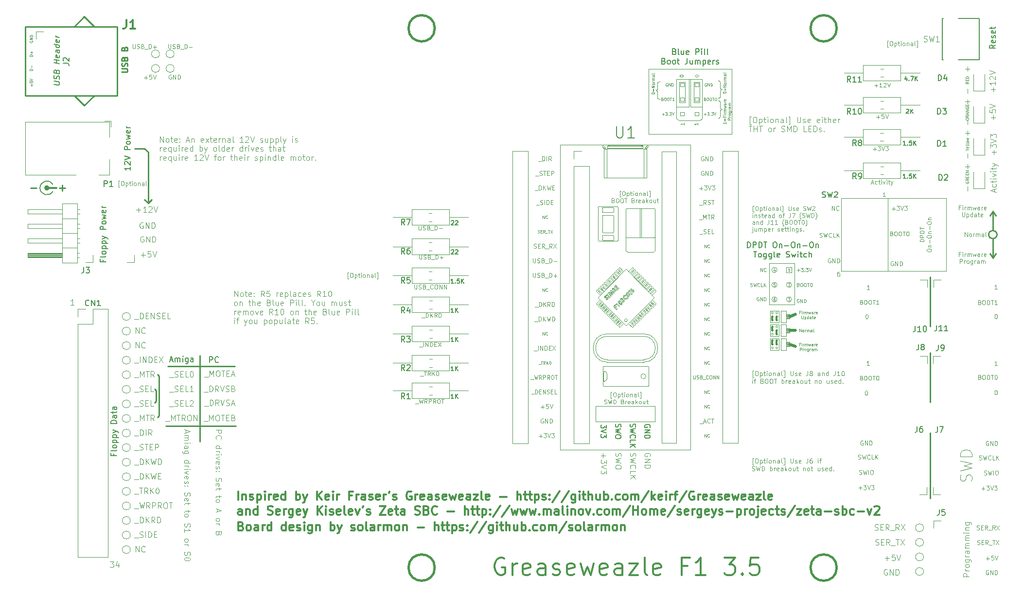
<source format=gbr>
G04 #@! TF.GenerationSoftware,KiCad,Pcbnew,(5.1.2)-2*
G04 #@! TF.CreationDate,2020-12-20T14:11:34+00:00*
G04 #@! TF.ProjectId,Greaseweazle F1 3.5 Inch,47726561-7365-4776-9561-7a6c65204631,1*
G04 #@! TF.SameCoordinates,PX6312cb0PY6bcb370*
G04 #@! TF.FileFunction,Legend,Top*
G04 #@! TF.FilePolarity,Positive*
%FSLAX46Y46*%
G04 Gerber Fmt 4.6, Leading zero omitted, Abs format (unit mm)*
G04 Created by KiCad (PCBNEW (5.1.2)-2) date 2020-12-20 14:11:34*
%MOMM*%
%LPD*%
G04 APERTURE LIST*
%ADD10C,0.125000*%
%ADD11C,0.120000*%
%ADD12C,0.254000*%
%ADD13C,0.200000*%
%ADD14C,0.075000*%
%ADD15C,0.300000*%
%ADD16C,0.400000*%
%ADD17C,0.304800*%
%ADD18C,0.100000*%
%ADD19C,0.050000*%
%ADD20C,0.500000*%
%ADD21C,0.150000*%
%ADD22C,0.127000*%
%ADD23C,0.381000*%
%ADD24C,0.250000*%
G04 APERTURE END LIST*
D10*
X110790297Y51998572D02*
X111552202Y51998572D01*
X111171250Y51617620D02*
X111171250Y52379524D01*
X111181428Y47752048D02*
X111181428Y48513953D01*
X111351190Y49716572D02*
X111113095Y49549905D01*
X111351190Y49430858D02*
X110851190Y49430858D01*
X110851190Y49621334D01*
X110875000Y49668953D01*
X110898809Y49692762D01*
X110946428Y49716572D01*
X111017857Y49716572D01*
X111065476Y49692762D01*
X111089285Y49668953D01*
X111113095Y49621334D01*
X111113095Y49430858D01*
X111089285Y49930858D02*
X111089285Y50097524D01*
X111351190Y50168953D02*
X111351190Y49930858D01*
X110851190Y49930858D01*
X110851190Y50168953D01*
X111351190Y50383239D02*
X110851190Y50383239D01*
X110851190Y50502286D01*
X110875000Y50573715D01*
X110922619Y50621334D01*
X110970238Y50645143D01*
X111065476Y50668953D01*
X111136904Y50668953D01*
X111232142Y50645143D01*
X111279761Y50621334D01*
X111327380Y50573715D01*
X111351190Y50502286D01*
X111351190Y50383239D01*
X94944571Y49095429D02*
X95516000Y49095429D01*
X95230285Y48809715D02*
X95230285Y49381143D01*
X96266000Y48809715D02*
X95837428Y48809715D01*
X96051714Y48809715D02*
X96051714Y49559715D01*
X95980285Y49452572D01*
X95908857Y49381143D01*
X95837428Y49345429D01*
X96551714Y49488286D02*
X96587428Y49524000D01*
X96658857Y49559715D01*
X96837428Y49559715D01*
X96908857Y49524000D01*
X96944571Y49488286D01*
X96980285Y49416858D01*
X96980285Y49345429D01*
X96944571Y49238286D01*
X96516000Y48809715D01*
X96980285Y48809715D01*
X97194571Y49559715D02*
X97444571Y48809715D01*
X97694571Y49559715D01*
X115641428Y48022096D02*
X115641428Y48784000D01*
X116022380Y48403048D02*
X115260476Y48403048D01*
X116022380Y49784000D02*
X116022380Y49212572D01*
X116022380Y49498286D02*
X115022380Y49498286D01*
X115165238Y49403048D01*
X115260476Y49307810D01*
X115308095Y49212572D01*
X115117619Y50164953D02*
X115070000Y50212572D01*
X115022380Y50307810D01*
X115022380Y50545905D01*
X115070000Y50641143D01*
X115117619Y50688762D01*
X115212857Y50736381D01*
X115308095Y50736381D01*
X115450952Y50688762D01*
X116022380Y50117334D01*
X116022380Y50736381D01*
X115022380Y51022096D02*
X116022380Y51355429D01*
X115022380Y51688762D01*
X113281971Y11305772D02*
X113389113Y11270058D01*
X113424828Y11234343D01*
X113460542Y11162915D01*
X113460542Y11055772D01*
X113424828Y10984343D01*
X113389113Y10948629D01*
X113317685Y10912915D01*
X113031971Y10912915D01*
X113031971Y11662915D01*
X113281971Y11662915D01*
X113353399Y11627200D01*
X113389113Y11591486D01*
X113424828Y11520058D01*
X113424828Y11448629D01*
X113389113Y11377200D01*
X113353399Y11341486D01*
X113281971Y11305772D01*
X113031971Y11305772D01*
X113924828Y11662915D02*
X114067685Y11662915D01*
X114139113Y11627200D01*
X114210542Y11555772D01*
X114246256Y11412915D01*
X114246256Y11162915D01*
X114210542Y11020058D01*
X114139113Y10948629D01*
X114067685Y10912915D01*
X113924828Y10912915D01*
X113853399Y10948629D01*
X113781971Y11020058D01*
X113746256Y11162915D01*
X113746256Y11412915D01*
X113781971Y11555772D01*
X113853399Y11627200D01*
X113924828Y11662915D01*
X114710542Y11662915D02*
X114853399Y11662915D01*
X114924828Y11627200D01*
X114996256Y11555772D01*
X115031971Y11412915D01*
X115031971Y11162915D01*
X114996256Y11020058D01*
X114924828Y10948629D01*
X114853399Y10912915D01*
X114710542Y10912915D01*
X114639113Y10948629D01*
X114567685Y11020058D01*
X114531971Y11162915D01*
X114531971Y11412915D01*
X114567685Y11555772D01*
X114639113Y11627200D01*
X114710542Y11662915D01*
X115246256Y11662915D02*
X115674828Y11662915D01*
X115460542Y10912915D02*
X115460542Y11662915D01*
X116317685Y10912915D02*
X115889113Y10912915D01*
X116103399Y10912915D02*
X116103399Y11662915D01*
X116031971Y11555772D01*
X115960542Y11484343D01*
X115889113Y11448629D01*
X113281971Y-1724428D02*
X113389113Y-1760142D01*
X113424828Y-1795857D01*
X113460542Y-1867285D01*
X113460542Y-1974428D01*
X113424828Y-2045857D01*
X113389113Y-2081571D01*
X113317685Y-2117285D01*
X113031971Y-2117285D01*
X113031971Y-1367285D01*
X113281971Y-1367285D01*
X113353399Y-1403000D01*
X113389113Y-1438714D01*
X113424828Y-1510142D01*
X113424828Y-1581571D01*
X113389113Y-1653000D01*
X113353399Y-1688714D01*
X113281971Y-1724428D01*
X113031971Y-1724428D01*
X113924828Y-1367285D02*
X114067685Y-1367285D01*
X114139113Y-1403000D01*
X114210542Y-1474428D01*
X114246256Y-1617285D01*
X114246256Y-1867285D01*
X114210542Y-2010142D01*
X114139113Y-2081571D01*
X114067685Y-2117285D01*
X113924828Y-2117285D01*
X113853399Y-2081571D01*
X113781971Y-2010142D01*
X113746256Y-1867285D01*
X113746256Y-1617285D01*
X113781971Y-1474428D01*
X113853399Y-1403000D01*
X113924828Y-1367285D01*
X114710542Y-1367285D02*
X114853399Y-1367285D01*
X114924828Y-1403000D01*
X114996256Y-1474428D01*
X115031971Y-1617285D01*
X115031971Y-1867285D01*
X114996256Y-2010142D01*
X114924828Y-2081571D01*
X114853399Y-2117285D01*
X114710542Y-2117285D01*
X114639113Y-2081571D01*
X114567685Y-2010142D01*
X114531971Y-1867285D01*
X114531971Y-1617285D01*
X114567685Y-1474428D01*
X114639113Y-1403000D01*
X114710542Y-1367285D01*
X115246256Y-1367285D02*
X115674828Y-1367285D01*
X115460542Y-2117285D02*
X115460542Y-1367285D01*
X116067685Y-1367285D02*
X116139113Y-1367285D01*
X116210542Y-1403000D01*
X116246256Y-1438714D01*
X116281971Y-1510142D01*
X116317685Y-1653000D01*
X116317685Y-1831571D01*
X116281971Y-1974428D01*
X116246256Y-2045857D01*
X116210542Y-2081571D01*
X116139113Y-2117285D01*
X116067685Y-2117285D01*
X115996256Y-2081571D01*
X115960542Y-2045857D01*
X115924828Y-1974428D01*
X115889113Y-1831571D01*
X115889113Y-1653000D01*
X115924828Y-1510142D01*
X115960542Y-1438714D01*
X115996256Y-1403000D01*
X116067685Y-1367285D01*
D11*
X79629000Y16510000D02*
X79629000Y17399000D01*
X80518000Y16510000D02*
X79629000Y16510000D01*
X80518000Y17399000D02*
X80518000Y16510000D01*
X79629000Y17399000D02*
X80518000Y17399000D01*
D10*
X87312571Y18917000D02*
X87241142Y18952715D01*
X87134000Y18952715D01*
X87026857Y18917000D01*
X86955428Y18845572D01*
X86919714Y18774143D01*
X86884000Y18631286D01*
X86884000Y18524143D01*
X86919714Y18381286D01*
X86955428Y18309858D01*
X87026857Y18238429D01*
X87134000Y18202715D01*
X87205428Y18202715D01*
X87312571Y18238429D01*
X87348285Y18274143D01*
X87348285Y18524143D01*
X87205428Y18524143D01*
X87669714Y18202715D02*
X87669714Y18952715D01*
X88098285Y18202715D01*
X88098285Y18952715D01*
X88455428Y18202715D02*
X88455428Y18952715D01*
X88634000Y18952715D01*
X88741142Y18917000D01*
X88812571Y18845572D01*
X88848285Y18774143D01*
X88884000Y18631286D01*
X88884000Y18524143D01*
X88848285Y18381286D01*
X88812571Y18309858D01*
X88741142Y18238429D01*
X88634000Y18202715D01*
X88455428Y18202715D01*
X85425571Y22683429D02*
X85532714Y22647715D01*
X85711285Y22647715D01*
X85782714Y22683429D01*
X85818428Y22719143D01*
X85854142Y22790572D01*
X85854142Y22862000D01*
X85818428Y22933429D01*
X85782714Y22969143D01*
X85711285Y23004858D01*
X85568428Y23040572D01*
X85497000Y23076286D01*
X85461285Y23112000D01*
X85425571Y23183429D01*
X85425571Y23254858D01*
X85461285Y23326286D01*
X85497000Y23362000D01*
X85568428Y23397715D01*
X85747000Y23397715D01*
X85854142Y23362000D01*
X86104142Y23397715D02*
X86282714Y22647715D01*
X86425571Y23183429D01*
X86568428Y22647715D01*
X86747000Y23397715D01*
X87461285Y22719143D02*
X87425571Y22683429D01*
X87318428Y22647715D01*
X87247000Y22647715D01*
X87139857Y22683429D01*
X87068428Y22754858D01*
X87032714Y22826286D01*
X86997000Y22969143D01*
X86997000Y23076286D01*
X87032714Y23219143D01*
X87068428Y23290572D01*
X87139857Y23362000D01*
X87247000Y23397715D01*
X87318428Y23397715D01*
X87425571Y23362000D01*
X87461285Y23326286D01*
X88139857Y22647715D02*
X87782714Y22647715D01*
X87782714Y23397715D01*
X88389857Y22647715D02*
X88389857Y23397715D01*
X88818428Y22647715D02*
X88497000Y23076286D01*
X88818428Y23397715D02*
X88389857Y22969143D01*
X87548714Y27346715D02*
X87548714Y28096715D01*
X87977285Y27346715D01*
X87977285Y28096715D01*
X88763000Y27418143D02*
X88727285Y27382429D01*
X88620142Y27346715D01*
X88548714Y27346715D01*
X88441571Y27382429D01*
X88370142Y27453858D01*
X88334428Y27525286D01*
X88298714Y27668143D01*
X88298714Y27775286D01*
X88334428Y27918143D01*
X88370142Y27989572D01*
X88441571Y28061000D01*
X88548714Y28096715D01*
X88620142Y28096715D01*
X88727285Y28061000D01*
X88763000Y28025286D01*
X97992571Y27632429D02*
X98564000Y27632429D01*
X98278285Y27346715D02*
X98278285Y27918143D01*
X98849714Y28096715D02*
X99314000Y28096715D01*
X99064000Y27811000D01*
X99171142Y27811000D01*
X99242571Y27775286D01*
X99278285Y27739572D01*
X99314000Y27668143D01*
X99314000Y27489572D01*
X99278285Y27418143D01*
X99242571Y27382429D01*
X99171142Y27346715D01*
X98956857Y27346715D01*
X98885428Y27382429D01*
X98849714Y27418143D01*
X99528285Y28096715D02*
X99778285Y27346715D01*
X100028285Y28096715D01*
X100206857Y28096715D02*
X100671142Y28096715D01*
X100421142Y27811000D01*
X100528285Y27811000D01*
X100599714Y27775286D01*
X100635428Y27739572D01*
X100671142Y27668143D01*
X100671142Y27489572D01*
X100635428Y27418143D01*
X100599714Y27382429D01*
X100528285Y27346715D01*
X100314000Y27346715D01*
X100242571Y27382429D01*
X100206857Y27418143D01*
X97939000Y23294572D02*
X98046142Y23258858D01*
X98081857Y23223143D01*
X98117571Y23151715D01*
X98117571Y23044572D01*
X98081857Y22973143D01*
X98046142Y22937429D01*
X97974714Y22901715D01*
X97689000Y22901715D01*
X97689000Y23651715D01*
X97939000Y23651715D01*
X98010428Y23616000D01*
X98046142Y23580286D01*
X98081857Y23508858D01*
X98081857Y23437429D01*
X98046142Y23366000D01*
X98010428Y23330286D01*
X97939000Y23294572D01*
X97689000Y23294572D01*
X98581857Y23651715D02*
X98724714Y23651715D01*
X98796142Y23616000D01*
X98867571Y23544572D01*
X98903285Y23401715D01*
X98903285Y23151715D01*
X98867571Y23008858D01*
X98796142Y22937429D01*
X98724714Y22901715D01*
X98581857Y22901715D01*
X98510428Y22937429D01*
X98439000Y23008858D01*
X98403285Y23151715D01*
X98403285Y23401715D01*
X98439000Y23544572D01*
X98510428Y23616000D01*
X98581857Y23651715D01*
X99367571Y23651715D02*
X99510428Y23651715D01*
X99581857Y23616000D01*
X99653285Y23544572D01*
X99689000Y23401715D01*
X99689000Y23151715D01*
X99653285Y23008858D01*
X99581857Y22937429D01*
X99510428Y22901715D01*
X99367571Y22901715D01*
X99296142Y22937429D01*
X99224714Y23008858D01*
X99189000Y23151715D01*
X99189000Y23401715D01*
X99224714Y23544572D01*
X99296142Y23616000D01*
X99367571Y23651715D01*
X99903285Y23651715D02*
X100331857Y23651715D01*
X100117571Y22901715D02*
X100117571Y23651715D01*
X100724714Y23651715D02*
X100796142Y23651715D01*
X100867571Y23616000D01*
X100903285Y23580286D01*
X100939000Y23508858D01*
X100974714Y23366000D01*
X100974714Y23187429D01*
X100939000Y23044572D01*
X100903285Y22973143D01*
X100867571Y22937429D01*
X100796142Y22901715D01*
X100724714Y22901715D01*
X100653285Y22937429D01*
X100617571Y22973143D01*
X100581857Y23044572D01*
X100546142Y23187429D01*
X100546142Y23366000D01*
X100581857Y23508858D01*
X100617571Y23580286D01*
X100653285Y23616000D01*
X100724714Y23651715D01*
X98234571Y18409000D02*
X98163142Y18444715D01*
X98056000Y18444715D01*
X97948857Y18409000D01*
X97877428Y18337572D01*
X97841714Y18266143D01*
X97806000Y18123286D01*
X97806000Y18016143D01*
X97841714Y17873286D01*
X97877428Y17801858D01*
X97948857Y17730429D01*
X98056000Y17694715D01*
X98127428Y17694715D01*
X98234571Y17730429D01*
X98270285Y17766143D01*
X98270285Y18016143D01*
X98127428Y18016143D01*
X98591714Y17694715D02*
X98591714Y18444715D01*
X99020285Y17694715D01*
X99020285Y18444715D01*
X99377428Y17694715D02*
X99377428Y18444715D01*
X99556000Y18444715D01*
X99663142Y18409000D01*
X99734571Y18337572D01*
X99770285Y18266143D01*
X99806000Y18123286D01*
X99806000Y18016143D01*
X99770285Y17873286D01*
X99734571Y17801858D01*
X99663142Y17730429D01*
X99556000Y17694715D01*
X99377428Y17694715D01*
X55872000Y-15525904D02*
X55919619Y-15430666D01*
X55919619Y-15287809D01*
X55872000Y-15144951D01*
X55776761Y-15049713D01*
X55681523Y-15002094D01*
X55491047Y-14954475D01*
X55348190Y-14954475D01*
X55157714Y-15002094D01*
X55062476Y-15049713D01*
X54967238Y-15144951D01*
X54919619Y-15287809D01*
X54919619Y-15383047D01*
X54967238Y-15525904D01*
X55014857Y-15573523D01*
X55348190Y-15573523D01*
X55348190Y-15383047D01*
X54919619Y-16002094D02*
X55919619Y-16002094D01*
X54919619Y-16573523D01*
X55919619Y-16573523D01*
X54919619Y-17049713D02*
X55919619Y-17049713D01*
X55919619Y-17287809D01*
X55872000Y-17430666D01*
X55776761Y-17525904D01*
X55681523Y-17573523D01*
X55491047Y-17621142D01*
X55348190Y-17621142D01*
X55157714Y-17573523D01*
X55062476Y-17525904D01*
X54967238Y-17430666D01*
X54919619Y-17287809D01*
X54919619Y-17049713D01*
X52427238Y-14954476D02*
X52379619Y-15097333D01*
X52379619Y-15335428D01*
X52427238Y-15430666D01*
X52474857Y-15478285D01*
X52570095Y-15525904D01*
X52665333Y-15525904D01*
X52760571Y-15478285D01*
X52808190Y-15430666D01*
X52855809Y-15335428D01*
X52903428Y-15144952D01*
X52951047Y-15049714D01*
X52998666Y-15002095D01*
X53093904Y-14954476D01*
X53189142Y-14954476D01*
X53284380Y-15002095D01*
X53332000Y-15049714D01*
X53379619Y-15144952D01*
X53379619Y-15383047D01*
X53332000Y-15525904D01*
X53379619Y-15859238D02*
X52379619Y-16097333D01*
X53093904Y-16287809D01*
X52379619Y-16478285D01*
X53379619Y-16716381D01*
X52474857Y-17668761D02*
X52427238Y-17621142D01*
X52379619Y-17478285D01*
X52379619Y-17383047D01*
X52427238Y-17240190D01*
X52522476Y-17144952D01*
X52617714Y-17097333D01*
X52808190Y-17049714D01*
X52951047Y-17049714D01*
X53141523Y-17097333D01*
X53236761Y-17144952D01*
X53332000Y-17240190D01*
X53379619Y-17383047D01*
X53379619Y-17478285D01*
X53332000Y-17621142D01*
X53284380Y-17668761D01*
X52379619Y-18573523D02*
X52379619Y-18097333D01*
X53379619Y-18097333D01*
X52379619Y-18906857D02*
X53379619Y-18906857D01*
X52379619Y-19478285D02*
X52951047Y-19049714D01*
X53379619Y-19478285D02*
X52808190Y-18906857D01*
X49887238Y-14954475D02*
X49839619Y-15097332D01*
X49839619Y-15335428D01*
X49887238Y-15430666D01*
X49934857Y-15478285D01*
X50030095Y-15525904D01*
X50125333Y-15525904D01*
X50220571Y-15478285D01*
X50268190Y-15430666D01*
X50315809Y-15335428D01*
X50363428Y-15144951D01*
X50411047Y-15049713D01*
X50458666Y-15002094D01*
X50553904Y-14954475D01*
X50649142Y-14954475D01*
X50744380Y-15002094D01*
X50792000Y-15049713D01*
X50839619Y-15144951D01*
X50839619Y-15383047D01*
X50792000Y-15525904D01*
X50839619Y-15859237D02*
X49839619Y-16097332D01*
X50553904Y-16287808D01*
X49839619Y-16478285D01*
X50839619Y-16716380D01*
X50839619Y-17287808D02*
X50839619Y-17478285D01*
X50792000Y-17573523D01*
X50696761Y-17668761D01*
X50506285Y-17716380D01*
X50172952Y-17716380D01*
X49982476Y-17668761D01*
X49887238Y-17573523D01*
X49839619Y-17478285D01*
X49839619Y-17287808D01*
X49887238Y-17192570D01*
X49982476Y-17097332D01*
X50172952Y-17049713D01*
X50506285Y-17049713D01*
X50696761Y-17097332D01*
X50792000Y-17192570D01*
X50839619Y-17287808D01*
X47680571Y-15002095D02*
X47680571Y-15764000D01*
X47299619Y-15383047D02*
X48061523Y-15383047D01*
X48299619Y-16144952D02*
X48299619Y-16764000D01*
X47918666Y-16430666D01*
X47918666Y-16573523D01*
X47871047Y-16668761D01*
X47823428Y-16716380D01*
X47728190Y-16764000D01*
X47490095Y-16764000D01*
X47394857Y-16716380D01*
X47347238Y-16668761D01*
X47299619Y-16573523D01*
X47299619Y-16287809D01*
X47347238Y-16192571D01*
X47394857Y-16144952D01*
X48299619Y-17049714D02*
X47299619Y-17383047D01*
X48299619Y-17716380D01*
X48299619Y-17954476D02*
X48299619Y-18573523D01*
X47918666Y-18240190D01*
X47918666Y-18383047D01*
X47871047Y-18478285D01*
X47823428Y-18525904D01*
X47728190Y-18573523D01*
X47490095Y-18573523D01*
X47394857Y-18525904D01*
X47347238Y-18478285D01*
X47299619Y-18383047D01*
X47299619Y-18097333D01*
X47347238Y-18002095D01*
X47394857Y-17954476D01*
X-19756381Y-10946952D02*
X-18756381Y-10946952D01*
X-18756381Y-11327904D01*
X-18804000Y-11423142D01*
X-18851620Y-11470761D01*
X-18946858Y-11518380D01*
X-19089715Y-11518380D01*
X-19184953Y-11470761D01*
X-19232572Y-11423142D01*
X-19280191Y-11327904D01*
X-19280191Y-10946952D01*
X-19661143Y-12518380D02*
X-19708762Y-12470761D01*
X-19756381Y-12327904D01*
X-19756381Y-12232666D01*
X-19708762Y-12089809D01*
X-19613524Y-11994571D01*
X-19518286Y-11946952D01*
X-19327810Y-11899333D01*
X-19184953Y-11899333D01*
X-18994477Y-11946952D01*
X-18899239Y-11994571D01*
X-18804000Y-12089809D01*
X-18756381Y-12232666D01*
X-18756381Y-12327904D01*
X-18804000Y-12470761D01*
X-18851620Y-12518380D01*
X-19756381Y-14137428D02*
X-18756381Y-14137428D01*
X-19708762Y-14137428D02*
X-19756381Y-14042190D01*
X-19756381Y-13851714D01*
X-19708762Y-13756476D01*
X-19661143Y-13708857D01*
X-19565905Y-13661238D01*
X-19280191Y-13661238D01*
X-19184953Y-13708857D01*
X-19137334Y-13756476D01*
X-19089715Y-13851714D01*
X-19089715Y-14042190D01*
X-19137334Y-14137428D01*
X-19756381Y-14613619D02*
X-19089715Y-14613619D01*
X-19280191Y-14613619D02*
X-19184953Y-14661238D01*
X-19137334Y-14708857D01*
X-19089715Y-14804095D01*
X-19089715Y-14899333D01*
X-19756381Y-15232666D02*
X-19089715Y-15232666D01*
X-18756381Y-15232666D02*
X-18804000Y-15185047D01*
X-18851620Y-15232666D01*
X-18804000Y-15280285D01*
X-18756381Y-15232666D01*
X-18851620Y-15232666D01*
X-19089715Y-15613619D02*
X-19756381Y-15851714D01*
X-19089715Y-16089809D01*
X-19708762Y-16851714D02*
X-19756381Y-16756476D01*
X-19756381Y-16565999D01*
X-19708762Y-16470761D01*
X-19613524Y-16423142D01*
X-19232572Y-16423142D01*
X-19137334Y-16470761D01*
X-19089715Y-16565999D01*
X-19089715Y-16756476D01*
X-19137334Y-16851714D01*
X-19232572Y-16899333D01*
X-19327810Y-16899333D01*
X-19423048Y-16423142D01*
X-19708762Y-17280285D02*
X-19756381Y-17375523D01*
X-19756381Y-17565999D01*
X-19708762Y-17661238D01*
X-19613524Y-17708857D01*
X-19565905Y-17708857D01*
X-19470667Y-17661238D01*
X-19423048Y-17565999D01*
X-19423048Y-17423142D01*
X-19375429Y-17327904D01*
X-19280191Y-17280285D01*
X-19232572Y-17280285D01*
X-19137334Y-17327904D01*
X-19089715Y-17423142D01*
X-19089715Y-17565999D01*
X-19137334Y-17661238D01*
X-19661143Y-18137428D02*
X-19708762Y-18185047D01*
X-19756381Y-18137428D01*
X-19708762Y-18089809D01*
X-19661143Y-18137428D01*
X-19756381Y-18137428D01*
X-19137334Y-18137428D02*
X-19184953Y-18185047D01*
X-19232572Y-18137428D01*
X-19184953Y-18089809D01*
X-19137334Y-18137428D01*
X-19232572Y-18137428D01*
X-19708762Y-19327904D02*
X-19756381Y-19470761D01*
X-19756381Y-19708857D01*
X-19708762Y-19804095D01*
X-19661143Y-19851714D01*
X-19565905Y-19899333D01*
X-19470667Y-19899333D01*
X-19375429Y-19851714D01*
X-19327810Y-19804095D01*
X-19280191Y-19708857D01*
X-19232572Y-19518380D01*
X-19184953Y-19423142D01*
X-19137334Y-19375523D01*
X-19042096Y-19327904D01*
X-18946858Y-19327904D01*
X-18851620Y-19375523D01*
X-18804000Y-19423142D01*
X-18756381Y-19518380D01*
X-18756381Y-19756476D01*
X-18804000Y-19899333D01*
X-19708762Y-20708857D02*
X-19756381Y-20613619D01*
X-19756381Y-20423142D01*
X-19708762Y-20327904D01*
X-19613524Y-20280285D01*
X-19232572Y-20280285D01*
X-19137334Y-20327904D01*
X-19089715Y-20423142D01*
X-19089715Y-20613619D01*
X-19137334Y-20708857D01*
X-19232572Y-20756476D01*
X-19327810Y-20756476D01*
X-19423048Y-20280285D01*
X-19089715Y-21042190D02*
X-19089715Y-21423142D01*
X-18756381Y-21185047D02*
X-19613524Y-21185047D01*
X-19708762Y-21232666D01*
X-19756381Y-21327904D01*
X-19756381Y-21423142D01*
X-19089715Y-22375523D02*
X-19089715Y-22756476D01*
X-18756381Y-22518380D02*
X-19613524Y-22518380D01*
X-19708762Y-22566000D01*
X-19756381Y-22661238D01*
X-19756381Y-22756476D01*
X-19756381Y-23232666D02*
X-19708762Y-23137428D01*
X-19661143Y-23089809D01*
X-19565905Y-23042190D01*
X-19280191Y-23042190D01*
X-19184953Y-23089809D01*
X-19137334Y-23137428D01*
X-19089715Y-23232666D01*
X-19089715Y-23375523D01*
X-19137334Y-23470761D01*
X-19184953Y-23518380D01*
X-19280191Y-23566000D01*
X-19565905Y-23566000D01*
X-19661143Y-23518380D01*
X-19708762Y-23470761D01*
X-19756381Y-23375523D01*
X-19756381Y-23232666D01*
X-19470667Y-24708857D02*
X-19470667Y-25185047D01*
X-19756381Y-24613619D02*
X-18756381Y-24946952D01*
X-19756381Y-25280285D01*
X-19756381Y-26518380D02*
X-19708762Y-26423142D01*
X-19661143Y-26375523D01*
X-19565905Y-26327904D01*
X-19280191Y-26327904D01*
X-19184953Y-26375523D01*
X-19137334Y-26423142D01*
X-19089715Y-26518380D01*
X-19089715Y-26661238D01*
X-19137334Y-26756476D01*
X-19184953Y-26804095D01*
X-19280191Y-26851714D01*
X-19565905Y-26851714D01*
X-19661143Y-26804095D01*
X-19708762Y-26756476D01*
X-19756381Y-26661238D01*
X-19756381Y-26518380D01*
X-19756381Y-27280285D02*
X-19089715Y-27280285D01*
X-19280191Y-27280285D02*
X-19184953Y-27327904D01*
X-19137334Y-27375523D01*
X-19089715Y-27470761D01*
X-19089715Y-27566000D01*
X-19232572Y-28994571D02*
X-19280191Y-29137428D01*
X-19327810Y-29185047D01*
X-19423048Y-29232666D01*
X-19565905Y-29232666D01*
X-19661143Y-29185047D01*
X-19708762Y-29137428D01*
X-19756381Y-29042190D01*
X-19756381Y-28661238D01*
X-18756381Y-28661238D01*
X-18756381Y-28994571D01*
X-18804000Y-29089809D01*
X-18851620Y-29137428D01*
X-18946858Y-29185047D01*
X-19042096Y-29185047D01*
X-19137334Y-29137428D01*
X-19184953Y-29089809D01*
X-19232572Y-28994571D01*
X-19232572Y-28661238D01*
X-24931667Y-10971047D02*
X-24931667Y-11447238D01*
X-25217381Y-10875809D02*
X-24217381Y-11209142D01*
X-25217381Y-11542476D01*
X-25217381Y-11875809D02*
X-24550715Y-11875809D01*
X-24645953Y-11875809D02*
X-24598334Y-11923428D01*
X-24550715Y-12018666D01*
X-24550715Y-12161523D01*
X-24598334Y-12256761D01*
X-24693572Y-12304380D01*
X-25217381Y-12304380D01*
X-24693572Y-12304380D02*
X-24598334Y-12352000D01*
X-24550715Y-12447238D01*
X-24550715Y-12590095D01*
X-24598334Y-12685333D01*
X-24693572Y-12732952D01*
X-25217381Y-12732952D01*
X-25217381Y-13209142D02*
X-24550715Y-13209142D01*
X-24217381Y-13209142D02*
X-24265000Y-13161523D01*
X-24312620Y-13209142D01*
X-24265000Y-13256761D01*
X-24217381Y-13209142D01*
X-24312620Y-13209142D01*
X-25217381Y-14113904D02*
X-24693572Y-14113904D01*
X-24598334Y-14066285D01*
X-24550715Y-13971047D01*
X-24550715Y-13780571D01*
X-24598334Y-13685333D01*
X-25169762Y-14113904D02*
X-25217381Y-14018666D01*
X-25217381Y-13780571D01*
X-25169762Y-13685333D01*
X-25074524Y-13637714D01*
X-24979286Y-13637714D01*
X-24884048Y-13685333D01*
X-24836429Y-13780571D01*
X-24836429Y-14018666D01*
X-24788810Y-14113904D01*
X-24550715Y-15018666D02*
X-25360239Y-15018666D01*
X-25455477Y-14971047D01*
X-25503096Y-14923428D01*
X-25550715Y-14828190D01*
X-25550715Y-14685333D01*
X-25503096Y-14590095D01*
X-25169762Y-15018666D02*
X-25217381Y-14923428D01*
X-25217381Y-14732952D01*
X-25169762Y-14637714D01*
X-25122143Y-14590095D01*
X-25026905Y-14542476D01*
X-24741191Y-14542476D01*
X-24645953Y-14590095D01*
X-24598334Y-14637714D01*
X-24550715Y-14732952D01*
X-24550715Y-14923428D01*
X-24598334Y-15018666D01*
X-25217381Y-16685333D02*
X-24217381Y-16685333D01*
X-25169762Y-16685333D02*
X-25217381Y-16590095D01*
X-25217381Y-16399619D01*
X-25169762Y-16304380D01*
X-25122143Y-16256761D01*
X-25026905Y-16209142D01*
X-24741191Y-16209142D01*
X-24645953Y-16256761D01*
X-24598334Y-16304380D01*
X-24550715Y-16399619D01*
X-24550715Y-16590095D01*
X-24598334Y-16685333D01*
X-25217381Y-17161523D02*
X-24550715Y-17161523D01*
X-24741191Y-17161523D02*
X-24645953Y-17209142D01*
X-24598334Y-17256761D01*
X-24550715Y-17352000D01*
X-24550715Y-17447238D01*
X-25217381Y-17780571D02*
X-24550715Y-17780571D01*
X-24217381Y-17780571D02*
X-24265000Y-17732952D01*
X-24312620Y-17780571D01*
X-24265000Y-17828190D01*
X-24217381Y-17780571D01*
X-24312620Y-17780571D01*
X-24550715Y-18161523D02*
X-25217381Y-18399619D01*
X-24550715Y-18637714D01*
X-25169762Y-19399619D02*
X-25217381Y-19304380D01*
X-25217381Y-19113904D01*
X-25169762Y-19018666D01*
X-25074524Y-18971047D01*
X-24693572Y-18971047D01*
X-24598334Y-19018666D01*
X-24550715Y-19113904D01*
X-24550715Y-19304380D01*
X-24598334Y-19399619D01*
X-24693572Y-19447238D01*
X-24788810Y-19447238D01*
X-24884048Y-18971047D01*
X-25169762Y-19828190D02*
X-25217381Y-19923428D01*
X-25217381Y-20113904D01*
X-25169762Y-20209142D01*
X-25074524Y-20256761D01*
X-25026905Y-20256761D01*
X-24931667Y-20209142D01*
X-24884048Y-20113904D01*
X-24884048Y-19971047D01*
X-24836429Y-19875809D01*
X-24741191Y-19828190D01*
X-24693572Y-19828190D01*
X-24598334Y-19875809D01*
X-24550715Y-19971047D01*
X-24550715Y-20113904D01*
X-24598334Y-20209142D01*
X-25122143Y-20685333D02*
X-25169762Y-20732952D01*
X-25217381Y-20685333D01*
X-25169762Y-20637714D01*
X-25122143Y-20685333D01*
X-25217381Y-20685333D01*
X-24598334Y-20685333D02*
X-24645953Y-20732952D01*
X-24693572Y-20685333D01*
X-24645953Y-20637714D01*
X-24598334Y-20685333D01*
X-24693572Y-20685333D01*
X-25169762Y-21875809D02*
X-25217381Y-22018666D01*
X-25217381Y-22256761D01*
X-25169762Y-22352000D01*
X-25122143Y-22399619D01*
X-25026905Y-22447238D01*
X-24931667Y-22447238D01*
X-24836429Y-22399619D01*
X-24788810Y-22352000D01*
X-24741191Y-22256761D01*
X-24693572Y-22066285D01*
X-24645953Y-21971047D01*
X-24598334Y-21923428D01*
X-24503096Y-21875809D01*
X-24407858Y-21875809D01*
X-24312620Y-21923428D01*
X-24265000Y-21971047D01*
X-24217381Y-22066285D01*
X-24217381Y-22304380D01*
X-24265000Y-22447238D01*
X-25169762Y-23256761D02*
X-25217381Y-23161523D01*
X-25217381Y-22971047D01*
X-25169762Y-22875809D01*
X-25074524Y-22828190D01*
X-24693572Y-22828190D01*
X-24598334Y-22875809D01*
X-24550715Y-22971047D01*
X-24550715Y-23161523D01*
X-24598334Y-23256761D01*
X-24693572Y-23304380D01*
X-24788810Y-23304380D01*
X-24884048Y-22828190D01*
X-24550715Y-23590095D02*
X-24550715Y-23971047D01*
X-24217381Y-23732952D02*
X-25074524Y-23732952D01*
X-25169762Y-23780571D01*
X-25217381Y-23875809D01*
X-25217381Y-23971047D01*
X-24550715Y-24923428D02*
X-24550715Y-25304380D01*
X-24217381Y-25066285D02*
X-25074524Y-25066285D01*
X-25169762Y-25113904D01*
X-25217381Y-25209142D01*
X-25217381Y-25304380D01*
X-25217381Y-25780571D02*
X-25169762Y-25685333D01*
X-25122143Y-25637714D01*
X-25026905Y-25590095D01*
X-24741191Y-25590095D01*
X-24645953Y-25637714D01*
X-24598334Y-25685333D01*
X-24550715Y-25780571D01*
X-24550715Y-25923428D01*
X-24598334Y-26018666D01*
X-24645953Y-26066285D01*
X-24741191Y-26113904D01*
X-25026905Y-26113904D01*
X-25122143Y-26066285D01*
X-25169762Y-26018666D01*
X-25217381Y-25923428D01*
X-25217381Y-25780571D01*
X-25169762Y-27256761D02*
X-25217381Y-27399619D01*
X-25217381Y-27637714D01*
X-25169762Y-27732952D01*
X-25122143Y-27780571D01*
X-25026905Y-27828190D01*
X-24931667Y-27828190D01*
X-24836429Y-27780571D01*
X-24788810Y-27732952D01*
X-24741191Y-27637714D01*
X-24693572Y-27447238D01*
X-24645953Y-27352000D01*
X-24598334Y-27304380D01*
X-24503096Y-27256761D01*
X-24407858Y-27256761D01*
X-24312620Y-27304380D01*
X-24265000Y-27352000D01*
X-24217381Y-27447238D01*
X-24217381Y-27685333D01*
X-24265000Y-27828190D01*
X-25217381Y-28780571D02*
X-25217381Y-28209142D01*
X-25217381Y-28494857D02*
X-24217381Y-28494857D01*
X-24360239Y-28399619D01*
X-24455477Y-28304380D01*
X-24503096Y-28209142D01*
X-25217381Y-30113904D02*
X-25169762Y-30018666D01*
X-25122143Y-29971047D01*
X-25026905Y-29923428D01*
X-24741191Y-29923428D01*
X-24645953Y-29971047D01*
X-24598334Y-30018666D01*
X-24550715Y-30113904D01*
X-24550715Y-30256761D01*
X-24598334Y-30352000D01*
X-24645953Y-30399619D01*
X-24741191Y-30447238D01*
X-25026905Y-30447238D01*
X-25122143Y-30399619D01*
X-25169762Y-30352000D01*
X-25217381Y-30256761D01*
X-25217381Y-30113904D01*
X-25217381Y-30875809D02*
X-24550715Y-30875809D01*
X-24741191Y-30875809D02*
X-24645953Y-30923428D01*
X-24598334Y-30971047D01*
X-24550715Y-31066285D01*
X-24550715Y-31161523D01*
X-25169762Y-32209142D02*
X-25217381Y-32352000D01*
X-25217381Y-32590095D01*
X-25169762Y-32685333D01*
X-25122143Y-32732952D01*
X-25026905Y-32780571D01*
X-24931667Y-32780571D01*
X-24836429Y-32732952D01*
X-24788810Y-32685333D01*
X-24741191Y-32590095D01*
X-24693572Y-32399619D01*
X-24645953Y-32304380D01*
X-24598334Y-32256761D01*
X-24503096Y-32209142D01*
X-24407858Y-32209142D01*
X-24312620Y-32256761D01*
X-24265000Y-32304380D01*
X-24217381Y-32399619D01*
X-24217381Y-32637714D01*
X-24265000Y-32780571D01*
X-24217381Y-33399619D02*
X-24217381Y-33494857D01*
X-24265000Y-33590095D01*
X-24312620Y-33637714D01*
X-24407858Y-33685333D01*
X-24598334Y-33732952D01*
X-24836429Y-33732952D01*
X-25026905Y-33685333D01*
X-25122143Y-33637714D01*
X-25169762Y-33590095D01*
X-25217381Y-33494857D01*
X-25217381Y-33399619D01*
X-25169762Y-33304380D01*
X-25122143Y-33256761D01*
X-25026905Y-33209142D01*
X-24836429Y-33161523D01*
X-24598334Y-33161523D01*
X-24407858Y-33209142D01*
X-24312620Y-33256761D01*
X-24265000Y-33304380D01*
X-24217381Y-33399619D01*
D12*
X-28067000Y127000D02*
X-16383000Y127000D01*
X-16256000Y-10287000D02*
X-16383000Y-10287000D01*
X-28448000Y-10287000D02*
X-16256000Y-10287000D01*
X-22479000Y2032000D02*
X-22479000Y-12954000D01*
X-29591000Y-8509000D02*
X-29845000Y-8763000D01*
X-29591000Y-1524000D02*
X-29591000Y-8509000D01*
X-29845000Y-1270000D02*
X-29591000Y-1524000D01*
X-30099000Y-5969000D02*
X-30353000Y-6223000D01*
X-30099000Y-4064000D02*
X-30099000Y-5969000D01*
X-30353000Y-3810000D02*
X-30099000Y-4064000D01*
D10*
X-28534953Y-9437619D02*
X-27773048Y-9437619D01*
X-27534953Y-9342380D02*
X-27534953Y-8342380D01*
X-27201620Y-9056666D01*
X-26868286Y-8342380D01*
X-26868286Y-9342380D01*
X-26534953Y-8342380D02*
X-25963524Y-8342380D01*
X-26249239Y-9342380D02*
X-26249239Y-8342380D01*
X-25058762Y-9342380D02*
X-25392096Y-8866190D01*
X-25630191Y-9342380D02*
X-25630191Y-8342380D01*
X-25249239Y-8342380D01*
X-25154000Y-8390000D01*
X-25106381Y-8437619D01*
X-25058762Y-8532857D01*
X-25058762Y-8675714D01*
X-25106381Y-8770952D01*
X-25154000Y-8818571D01*
X-25249239Y-8866190D01*
X-25630191Y-8866190D01*
X-24439715Y-8342380D02*
X-24249239Y-8342380D01*
X-24154000Y-8390000D01*
X-24058762Y-8485238D01*
X-24011143Y-8675714D01*
X-24011143Y-9009047D01*
X-24058762Y-9199523D01*
X-24154000Y-9294761D01*
X-24249239Y-9342380D01*
X-24439715Y-9342380D01*
X-24534953Y-9294761D01*
X-24630191Y-9199523D01*
X-24677810Y-9009047D01*
X-24677810Y-8675714D01*
X-24630191Y-8485238D01*
X-24534953Y-8390000D01*
X-24439715Y-8342380D01*
X-23582572Y-9342380D02*
X-23582572Y-8342380D01*
X-23011143Y-9342380D01*
X-23011143Y-8342380D01*
X-27844477Y-6897619D02*
X-27082572Y-6897619D01*
X-26892096Y-6754761D02*
X-26749239Y-6802380D01*
X-26511143Y-6802380D01*
X-26415905Y-6754761D01*
X-26368286Y-6707142D01*
X-26320667Y-6611904D01*
X-26320667Y-6516666D01*
X-26368286Y-6421428D01*
X-26415905Y-6373809D01*
X-26511143Y-6326190D01*
X-26701620Y-6278571D01*
X-26796858Y-6230952D01*
X-26844477Y-6183333D01*
X-26892096Y-6088095D01*
X-26892096Y-5992857D01*
X-26844477Y-5897619D01*
X-26796858Y-5850000D01*
X-26701620Y-5802380D01*
X-26463524Y-5802380D01*
X-26320667Y-5850000D01*
X-25892096Y-6278571D02*
X-25558762Y-6278571D01*
X-25415905Y-6802380D02*
X-25892096Y-6802380D01*
X-25892096Y-5802380D01*
X-25415905Y-5802380D01*
X-24511143Y-6802380D02*
X-24987334Y-6802380D01*
X-24987334Y-5802380D01*
X-24225429Y-5897619D02*
X-24177810Y-5850000D01*
X-24082572Y-5802380D01*
X-23844477Y-5802380D01*
X-23749239Y-5850000D01*
X-23701620Y-5897619D01*
X-23654000Y-5992857D01*
X-23654000Y-6088095D01*
X-23701620Y-6230952D01*
X-24273048Y-6802380D01*
X-23654000Y-6802380D01*
X-21859524Y-9437619D02*
X-21097620Y-9437619D01*
X-20859524Y-9342380D02*
X-20859524Y-8342380D01*
X-20526191Y-9056666D01*
X-20192858Y-8342380D01*
X-20192858Y-9342380D01*
X-19526191Y-8342380D02*
X-19335715Y-8342380D01*
X-19240477Y-8390000D01*
X-19145239Y-8485238D01*
X-19097620Y-8675714D01*
X-19097620Y-9009047D01*
X-19145239Y-9199523D01*
X-19240477Y-9294761D01*
X-19335715Y-9342380D01*
X-19526191Y-9342380D01*
X-19621429Y-9294761D01*
X-19716667Y-9199523D01*
X-19764286Y-9009047D01*
X-19764286Y-8675714D01*
X-19716667Y-8485238D01*
X-19621429Y-8390000D01*
X-19526191Y-8342380D01*
X-18811905Y-8342380D02*
X-18240477Y-8342380D01*
X-18526191Y-9342380D02*
X-18526191Y-8342380D01*
X-17907143Y-8818571D02*
X-17573810Y-8818571D01*
X-17430953Y-9342380D02*
X-17907143Y-9342380D01*
X-17907143Y-8342380D01*
X-17430953Y-8342380D01*
X-16669048Y-8818571D02*
X-16526191Y-8866190D01*
X-16478572Y-8913809D01*
X-16430953Y-9009047D01*
X-16430953Y-9151904D01*
X-16478572Y-9247142D01*
X-16526191Y-9294761D01*
X-16621429Y-9342380D01*
X-17002381Y-9342380D01*
X-17002381Y-8342380D01*
X-16669048Y-8342380D01*
X-16573810Y-8390000D01*
X-16526191Y-8437619D01*
X-16478572Y-8532857D01*
X-16478572Y-8628095D01*
X-16526191Y-8723333D01*
X-16573810Y-8770952D01*
X-16669048Y-8818571D01*
X-17002381Y-8818571D01*
X-21764286Y-6770619D02*
X-21002381Y-6770619D01*
X-20764286Y-6675380D02*
X-20764286Y-5675380D01*
X-20526191Y-5675380D01*
X-20383334Y-5723000D01*
X-20288096Y-5818238D01*
X-20240477Y-5913476D01*
X-20192858Y-6103952D01*
X-20192858Y-6246809D01*
X-20240477Y-6437285D01*
X-20288096Y-6532523D01*
X-20383334Y-6627761D01*
X-20526191Y-6675380D01*
X-20764286Y-6675380D01*
X-19192858Y-6675380D02*
X-19526191Y-6199190D01*
X-19764286Y-6675380D02*
X-19764286Y-5675380D01*
X-19383334Y-5675380D01*
X-19288096Y-5723000D01*
X-19240477Y-5770619D01*
X-19192858Y-5865857D01*
X-19192858Y-6008714D01*
X-19240477Y-6103952D01*
X-19288096Y-6151571D01*
X-19383334Y-6199190D01*
X-19764286Y-6199190D01*
X-18907143Y-5675380D02*
X-18573810Y-6675380D01*
X-18240477Y-5675380D01*
X-17954762Y-6627761D02*
X-17811905Y-6675380D01*
X-17573810Y-6675380D01*
X-17478572Y-6627761D01*
X-17430953Y-6580142D01*
X-17383334Y-6484904D01*
X-17383334Y-6389666D01*
X-17430953Y-6294428D01*
X-17478572Y-6246809D01*
X-17573810Y-6199190D01*
X-17764286Y-6151571D01*
X-17859524Y-6103952D01*
X-17907143Y-6056333D01*
X-17954762Y-5961095D01*
X-17954762Y-5865857D01*
X-17907143Y-5770619D01*
X-17859524Y-5723000D01*
X-17764286Y-5675380D01*
X-17526191Y-5675380D01*
X-17383334Y-5723000D01*
X-17002381Y-6389666D02*
X-16526191Y-6389666D01*
X-17097620Y-6675380D02*
X-16764286Y-5675380D01*
X-16430953Y-6675380D01*
X-21835715Y-4357619D02*
X-21073810Y-4357619D01*
X-20835715Y-4262380D02*
X-20835715Y-3262380D01*
X-20597620Y-3262380D01*
X-20454762Y-3310000D01*
X-20359524Y-3405238D01*
X-20311905Y-3500476D01*
X-20264286Y-3690952D01*
X-20264286Y-3833809D01*
X-20311905Y-4024285D01*
X-20359524Y-4119523D01*
X-20454762Y-4214761D01*
X-20597620Y-4262380D01*
X-20835715Y-4262380D01*
X-19264286Y-4262380D02*
X-19597620Y-3786190D01*
X-19835715Y-4262380D02*
X-19835715Y-3262380D01*
X-19454762Y-3262380D01*
X-19359524Y-3310000D01*
X-19311905Y-3357619D01*
X-19264286Y-3452857D01*
X-19264286Y-3595714D01*
X-19311905Y-3690952D01*
X-19359524Y-3738571D01*
X-19454762Y-3786190D01*
X-19835715Y-3786190D01*
X-18978572Y-3262380D02*
X-18645239Y-4262380D01*
X-18311905Y-3262380D01*
X-18026191Y-4214761D02*
X-17883334Y-4262380D01*
X-17645239Y-4262380D01*
X-17550000Y-4214761D01*
X-17502381Y-4167142D01*
X-17454762Y-4071904D01*
X-17454762Y-3976666D01*
X-17502381Y-3881428D01*
X-17550000Y-3833809D01*
X-17645239Y-3786190D01*
X-17835715Y-3738571D01*
X-17930953Y-3690952D01*
X-17978572Y-3643333D01*
X-18026191Y-3548095D01*
X-18026191Y-3452857D01*
X-17978572Y-3357619D01*
X-17930953Y-3310000D01*
X-17835715Y-3262380D01*
X-17597620Y-3262380D01*
X-17454762Y-3310000D01*
X-16692858Y-3738571D02*
X-16550000Y-3786190D01*
X-16502381Y-3833809D01*
X-16454762Y-3929047D01*
X-16454762Y-4071904D01*
X-16502381Y-4167142D01*
X-16550000Y-4214761D01*
X-16645239Y-4262380D01*
X-17026191Y-4262380D01*
X-17026191Y-3262380D01*
X-16692858Y-3262380D01*
X-16597620Y-3310000D01*
X-16550000Y-3357619D01*
X-16502381Y-3452857D01*
X-16502381Y-3548095D01*
X-16550000Y-3643333D01*
X-16597620Y-3690952D01*
X-16692858Y-3738571D01*
X-17026191Y-3738571D01*
D13*
X-20827905Y817620D02*
X-20827905Y1817620D01*
X-20446953Y1817620D01*
X-20351715Y1770000D01*
X-20304096Y1722381D01*
X-20256477Y1627143D01*
X-20256477Y1484286D01*
X-20304096Y1389048D01*
X-20351715Y1341429D01*
X-20446953Y1293810D01*
X-20827905Y1293810D01*
X-19256477Y912858D02*
X-19304096Y865239D01*
X-19446953Y817620D01*
X-19542191Y817620D01*
X-19685048Y865239D01*
X-19780286Y960477D01*
X-19827905Y1055715D01*
X-19875524Y1246191D01*
X-19875524Y1389048D01*
X-19827905Y1579524D01*
X-19780286Y1674762D01*
X-19685048Y1770000D01*
X-19542191Y1817620D01*
X-19446953Y1817620D01*
X-19304096Y1770000D01*
X-19256477Y1722381D01*
X-27701620Y1230334D02*
X-27225429Y1230334D01*
X-27796858Y944620D02*
X-27463524Y1944620D01*
X-27130191Y944620D01*
X-26796858Y944620D02*
X-26796858Y1611286D01*
X-26796858Y1516048D02*
X-26749239Y1563667D01*
X-26654000Y1611286D01*
X-26511143Y1611286D01*
X-26415905Y1563667D01*
X-26368286Y1468429D01*
X-26368286Y944620D01*
X-26368286Y1468429D02*
X-26320667Y1563667D01*
X-26225429Y1611286D01*
X-26082572Y1611286D01*
X-25987334Y1563667D01*
X-25939715Y1468429D01*
X-25939715Y944620D01*
X-25463524Y944620D02*
X-25463524Y1611286D01*
X-25463524Y1944620D02*
X-25511143Y1897000D01*
X-25463524Y1849381D01*
X-25415905Y1897000D01*
X-25463524Y1944620D01*
X-25463524Y1849381D01*
X-24558762Y1611286D02*
X-24558762Y801762D01*
X-24606381Y706524D01*
X-24654000Y658905D01*
X-24749239Y611286D01*
X-24892096Y611286D01*
X-24987334Y658905D01*
X-24558762Y992239D02*
X-24654000Y944620D01*
X-24844477Y944620D01*
X-24939715Y992239D01*
X-24987334Y1039858D01*
X-25034953Y1135096D01*
X-25034953Y1420810D01*
X-24987334Y1516048D01*
X-24939715Y1563667D01*
X-24844477Y1611286D01*
X-24654000Y1611286D01*
X-24558762Y1563667D01*
X-23654000Y944620D02*
X-23654000Y1468429D01*
X-23701620Y1563667D01*
X-23796858Y1611286D01*
X-23987334Y1611286D01*
X-24082572Y1563667D01*
X-23654000Y992239D02*
X-23749239Y944620D01*
X-23987334Y944620D01*
X-24082572Y992239D01*
X-24130191Y1087477D01*
X-24130191Y1182715D01*
X-24082572Y1277953D01*
X-23987334Y1325572D01*
X-23749239Y1325572D01*
X-23654000Y1373191D01*
D10*
X-27844477Y-4357619D02*
X-27082572Y-4357619D01*
X-26892096Y-4214761D02*
X-26749239Y-4262380D01*
X-26511143Y-4262380D01*
X-26415905Y-4214761D01*
X-26368286Y-4167142D01*
X-26320667Y-4071904D01*
X-26320667Y-3976666D01*
X-26368286Y-3881428D01*
X-26415905Y-3833809D01*
X-26511143Y-3786190D01*
X-26701620Y-3738571D01*
X-26796858Y-3690952D01*
X-26844477Y-3643333D01*
X-26892096Y-3548095D01*
X-26892096Y-3452857D01*
X-26844477Y-3357619D01*
X-26796858Y-3310000D01*
X-26701620Y-3262380D01*
X-26463524Y-3262380D01*
X-26320667Y-3310000D01*
X-25892096Y-3738571D02*
X-25558762Y-3738571D01*
X-25415905Y-4262380D02*
X-25892096Y-4262380D01*
X-25892096Y-3262380D01*
X-25415905Y-3262380D01*
X-24511143Y-4262380D02*
X-24987334Y-4262380D01*
X-24987334Y-3262380D01*
X-23654000Y-4262380D02*
X-24225429Y-4262380D01*
X-23939715Y-4262380D02*
X-23939715Y-3262380D01*
X-24034953Y-3405238D01*
X-24130191Y-3500476D01*
X-24225429Y-3548095D01*
X-21788096Y-1690619D02*
X-21026191Y-1690619D01*
X-20788096Y-1595380D02*
X-20788096Y-595380D01*
X-20454762Y-1309666D01*
X-20121429Y-595380D01*
X-20121429Y-1595380D01*
X-19454762Y-595380D02*
X-19264286Y-595380D01*
X-19169048Y-643000D01*
X-19073810Y-738238D01*
X-19026191Y-928714D01*
X-19026191Y-1262047D01*
X-19073810Y-1452523D01*
X-19169048Y-1547761D01*
X-19264286Y-1595380D01*
X-19454762Y-1595380D01*
X-19550000Y-1547761D01*
X-19645239Y-1452523D01*
X-19692858Y-1262047D01*
X-19692858Y-928714D01*
X-19645239Y-738238D01*
X-19550000Y-643000D01*
X-19454762Y-595380D01*
X-18740477Y-595380D02*
X-18169048Y-595380D01*
X-18454762Y-1595380D02*
X-18454762Y-595380D01*
X-17835715Y-1071571D02*
X-17502381Y-1071571D01*
X-17359524Y-1595380D02*
X-17835715Y-1595380D01*
X-17835715Y-595380D01*
X-17359524Y-595380D01*
X-16978572Y-1309666D02*
X-16502381Y-1309666D01*
X-17073810Y-1595380D02*
X-16740477Y-595380D01*
X-16407143Y-1595380D01*
X-27844477Y-1817619D02*
X-27082572Y-1817619D01*
X-26892096Y-1674761D02*
X-26749239Y-1722380D01*
X-26511143Y-1722380D01*
X-26415905Y-1674761D01*
X-26368286Y-1627142D01*
X-26320667Y-1531904D01*
X-26320667Y-1436666D01*
X-26368286Y-1341428D01*
X-26415905Y-1293809D01*
X-26511143Y-1246190D01*
X-26701620Y-1198571D01*
X-26796858Y-1150952D01*
X-26844477Y-1103333D01*
X-26892096Y-1008095D01*
X-26892096Y-912857D01*
X-26844477Y-817619D01*
X-26796858Y-770000D01*
X-26701620Y-722380D01*
X-26463524Y-722380D01*
X-26320667Y-770000D01*
X-25892096Y-1198571D02*
X-25558762Y-1198571D01*
X-25415905Y-1722380D02*
X-25892096Y-1722380D01*
X-25892096Y-722380D01*
X-25415905Y-722380D01*
X-24511143Y-1722380D02*
X-24987334Y-1722380D01*
X-24987334Y-722380D01*
X-23987334Y-722380D02*
X-23892096Y-722380D01*
X-23796858Y-770000D01*
X-23749239Y-817619D01*
X-23701620Y-912857D01*
X-23654000Y-1103333D01*
X-23654000Y-1341428D01*
X-23701620Y-1531904D01*
X-23749239Y-1627142D01*
X-23796858Y-1674761D01*
X-23892096Y-1722380D01*
X-23987334Y-1722380D01*
X-24082572Y-1674761D01*
X-24130191Y-1627142D01*
X-24177810Y-1531904D01*
X-24225429Y-1341428D01*
X-24225429Y-1103333D01*
X-24177810Y-912857D01*
X-24130191Y-817619D01*
X-24082572Y-770000D01*
X-23987334Y-722380D01*
X103600285Y21881858D02*
X102850285Y21881858D01*
X102850285Y22060429D01*
X102886000Y22167572D01*
X102957428Y22239000D01*
X103028857Y22274715D01*
X103171714Y22310429D01*
X103278857Y22310429D01*
X103421714Y22274715D01*
X103493142Y22239000D01*
X103564571Y22167572D01*
X103600285Y22060429D01*
X103600285Y21881858D01*
X103600285Y22631858D02*
X102850285Y22631858D01*
X102850285Y22917572D01*
X102886000Y22989000D01*
X102921714Y23024715D01*
X102993142Y23060429D01*
X103100285Y23060429D01*
X103171714Y23024715D01*
X103207428Y22989000D01*
X103243142Y22917572D01*
X103243142Y22631858D01*
X103600285Y23381858D02*
X102850285Y23381858D01*
X102850285Y23560429D01*
X102886000Y23667572D01*
X102957428Y23739000D01*
X103028857Y23774715D01*
X103171714Y23810429D01*
X103278857Y23810429D01*
X103421714Y23774715D01*
X103493142Y23739000D01*
X103564571Y23667572D01*
X103600285Y23560429D01*
X103600285Y23381858D01*
X102850285Y24024715D02*
X102850285Y24453286D01*
X103600285Y24239000D02*
X102850285Y24239000D01*
X104100285Y20310429D02*
X104100285Y20453286D01*
X104136000Y20524715D01*
X104207428Y20596143D01*
X104350285Y20631858D01*
X104600285Y20631858D01*
X104743142Y20596143D01*
X104814571Y20524715D01*
X104850285Y20453286D01*
X104850285Y20310429D01*
X104814571Y20239000D01*
X104743142Y20167572D01*
X104600285Y20131858D01*
X104350285Y20131858D01*
X104207428Y20167572D01*
X104136000Y20239000D01*
X104100285Y20310429D01*
X104350285Y20953286D02*
X104850285Y20953286D01*
X104421714Y20953286D02*
X104386000Y20989000D01*
X104350285Y21060429D01*
X104350285Y21167572D01*
X104386000Y21239000D01*
X104457428Y21274715D01*
X104850285Y21274715D01*
X104564571Y21631858D02*
X104564571Y22203286D01*
X104100285Y22703286D02*
X104100285Y22846143D01*
X104136000Y22917572D01*
X104207428Y22989000D01*
X104350285Y23024715D01*
X104600285Y23024715D01*
X104743142Y22989000D01*
X104814571Y22917572D01*
X104850285Y22846143D01*
X104850285Y22703286D01*
X104814571Y22631858D01*
X104743142Y22560429D01*
X104600285Y22524715D01*
X104350285Y22524715D01*
X104207428Y22560429D01*
X104136000Y22631858D01*
X104100285Y22703286D01*
X104350285Y23346143D02*
X104850285Y23346143D01*
X104421714Y23346143D02*
X104386000Y23381858D01*
X104350285Y23453286D01*
X104350285Y23560429D01*
X104386000Y23631858D01*
X104457428Y23667572D01*
X104850285Y23667572D01*
X104564571Y24024715D02*
X104564571Y24596143D01*
X104100285Y25096143D02*
X104100285Y25239000D01*
X104136000Y25310429D01*
X104207428Y25381858D01*
X104350285Y25417572D01*
X104600285Y25417572D01*
X104743142Y25381858D01*
X104814571Y25310429D01*
X104850285Y25239000D01*
X104850285Y25096143D01*
X104814571Y25024715D01*
X104743142Y24953286D01*
X104600285Y24917572D01*
X104350285Y24917572D01*
X104207428Y24953286D01*
X104136000Y25024715D01*
X104100285Y25096143D01*
X104350285Y25739000D02*
X104850285Y25739000D01*
X104421714Y25739000D02*
X104386000Y25774715D01*
X104350285Y25846143D01*
X104350285Y25953286D01*
X104386000Y26024715D01*
X104457428Y26060429D01*
X104850285Y26060429D01*
D14*
X73974607Y27055215D02*
X73796035Y27055215D01*
X73796035Y28126643D01*
X73974607Y28126643D01*
X74403178Y28055215D02*
X74546035Y28055215D01*
X74617464Y28019500D01*
X74688892Y27948072D01*
X74724607Y27805215D01*
X74724607Y27555215D01*
X74688892Y27412358D01*
X74617464Y27340929D01*
X74546035Y27305215D01*
X74403178Y27305215D01*
X74331750Y27340929D01*
X74260321Y27412358D01*
X74224607Y27555215D01*
X74224607Y27805215D01*
X74260321Y27948072D01*
X74331750Y28019500D01*
X74403178Y28055215D01*
X75046035Y27805215D02*
X75046035Y27055215D01*
X75046035Y27769500D02*
X75117464Y27805215D01*
X75260321Y27805215D01*
X75331750Y27769500D01*
X75367464Y27733786D01*
X75403178Y27662358D01*
X75403178Y27448072D01*
X75367464Y27376643D01*
X75331750Y27340929D01*
X75260321Y27305215D01*
X75117464Y27305215D01*
X75046035Y27340929D01*
X75617464Y27805215D02*
X75903178Y27805215D01*
X75724607Y28055215D02*
X75724607Y27412358D01*
X75760321Y27340929D01*
X75831750Y27305215D01*
X75903178Y27305215D01*
X76153178Y27305215D02*
X76153178Y27805215D01*
X76153178Y28055215D02*
X76117464Y28019500D01*
X76153178Y27983786D01*
X76188892Y28019500D01*
X76153178Y28055215D01*
X76153178Y27983786D01*
X76617464Y27305215D02*
X76546035Y27340929D01*
X76510321Y27376643D01*
X76474607Y27448072D01*
X76474607Y27662358D01*
X76510321Y27733786D01*
X76546035Y27769500D01*
X76617464Y27805215D01*
X76724607Y27805215D01*
X76796035Y27769500D01*
X76831750Y27733786D01*
X76867464Y27662358D01*
X76867464Y27448072D01*
X76831750Y27376643D01*
X76796035Y27340929D01*
X76724607Y27305215D01*
X76617464Y27305215D01*
X77188892Y27805215D02*
X77188892Y27305215D01*
X77188892Y27733786D02*
X77224607Y27769500D01*
X77296035Y27805215D01*
X77403178Y27805215D01*
X77474607Y27769500D01*
X77510321Y27698072D01*
X77510321Y27305215D01*
X78188892Y27305215D02*
X78188892Y27698072D01*
X78153178Y27769500D01*
X78081750Y27805215D01*
X77938892Y27805215D01*
X77867464Y27769500D01*
X78188892Y27340929D02*
X78117464Y27305215D01*
X77938892Y27305215D01*
X77867464Y27340929D01*
X77831750Y27412358D01*
X77831750Y27483786D01*
X77867464Y27555215D01*
X77938892Y27590929D01*
X78117464Y27590929D01*
X78188892Y27626643D01*
X78653178Y27305215D02*
X78581750Y27340929D01*
X78546035Y27412358D01*
X78546035Y28055215D01*
X78867464Y27055215D02*
X79046035Y27055215D01*
X79046035Y28126643D01*
X78867464Y28126643D01*
X80010321Y28055215D02*
X80010321Y27448072D01*
X80046035Y27376643D01*
X80081750Y27340929D01*
X80153178Y27305215D01*
X80296035Y27305215D01*
X80367464Y27340929D01*
X80403178Y27376643D01*
X80438892Y27448072D01*
X80438892Y28055215D01*
X80760321Y27340929D02*
X80831750Y27305215D01*
X80974607Y27305215D01*
X81046035Y27340929D01*
X81081750Y27412358D01*
X81081750Y27448072D01*
X81046035Y27519500D01*
X80974607Y27555215D01*
X80867464Y27555215D01*
X80796035Y27590929D01*
X80760321Y27662358D01*
X80760321Y27698072D01*
X80796035Y27769500D01*
X80867464Y27805215D01*
X80974607Y27805215D01*
X81046035Y27769500D01*
X81688892Y27340929D02*
X81617464Y27305215D01*
X81474607Y27305215D01*
X81403178Y27340929D01*
X81367464Y27412358D01*
X81367464Y27698072D01*
X81403178Y27769500D01*
X81474607Y27805215D01*
X81617464Y27805215D01*
X81688892Y27769500D01*
X81724607Y27698072D01*
X81724607Y27626643D01*
X81367464Y27555215D01*
X82581750Y27340929D02*
X82688892Y27305215D01*
X82867464Y27305215D01*
X82938892Y27340929D01*
X82974607Y27376643D01*
X83010321Y27448072D01*
X83010321Y27519500D01*
X82974607Y27590929D01*
X82938892Y27626643D01*
X82867464Y27662358D01*
X82724607Y27698072D01*
X82653178Y27733786D01*
X82617464Y27769500D01*
X82581750Y27840929D01*
X82581750Y27912358D01*
X82617464Y27983786D01*
X82653178Y28019500D01*
X82724607Y28055215D01*
X82903178Y28055215D01*
X83010321Y28019500D01*
X83260321Y28055215D02*
X83438892Y27305215D01*
X83581750Y27840929D01*
X83724607Y27305215D01*
X83903178Y28055215D01*
X84153178Y27983786D02*
X84188892Y28019500D01*
X84260321Y28055215D01*
X84438892Y28055215D01*
X84510321Y28019500D01*
X84546035Y27983786D01*
X84581750Y27912358D01*
X84581750Y27840929D01*
X84546035Y27733786D01*
X84117464Y27305215D01*
X84581750Y27305215D01*
X73760321Y26105215D02*
X73760321Y26605215D01*
X73760321Y26855215D02*
X73724607Y26819500D01*
X73760321Y26783786D01*
X73796035Y26819500D01*
X73760321Y26855215D01*
X73760321Y26783786D01*
X74117464Y26605215D02*
X74117464Y26105215D01*
X74117464Y26533786D02*
X74153178Y26569500D01*
X74224607Y26605215D01*
X74331750Y26605215D01*
X74403178Y26569500D01*
X74438892Y26498072D01*
X74438892Y26105215D01*
X74760321Y26140929D02*
X74831750Y26105215D01*
X74974607Y26105215D01*
X75046035Y26140929D01*
X75081750Y26212358D01*
X75081750Y26248072D01*
X75046035Y26319500D01*
X74974607Y26355215D01*
X74867464Y26355215D01*
X74796035Y26390929D01*
X74760321Y26462358D01*
X74760321Y26498072D01*
X74796035Y26569500D01*
X74867464Y26605215D01*
X74974607Y26605215D01*
X75046035Y26569500D01*
X75296035Y26605215D02*
X75581750Y26605215D01*
X75403178Y26855215D02*
X75403178Y26212358D01*
X75438892Y26140929D01*
X75510321Y26105215D01*
X75581750Y26105215D01*
X76117464Y26140929D02*
X76046035Y26105215D01*
X75903178Y26105215D01*
X75831750Y26140929D01*
X75796035Y26212358D01*
X75796035Y26498072D01*
X75831750Y26569500D01*
X75903178Y26605215D01*
X76046035Y26605215D01*
X76117464Y26569500D01*
X76153178Y26498072D01*
X76153178Y26426643D01*
X75796035Y26355215D01*
X76796035Y26105215D02*
X76796035Y26498072D01*
X76760321Y26569500D01*
X76688892Y26605215D01*
X76546035Y26605215D01*
X76474607Y26569500D01*
X76796035Y26140929D02*
X76724607Y26105215D01*
X76546035Y26105215D01*
X76474607Y26140929D01*
X76438892Y26212358D01*
X76438892Y26283786D01*
X76474607Y26355215D01*
X76546035Y26390929D01*
X76724607Y26390929D01*
X76796035Y26426643D01*
X77474607Y26105215D02*
X77474607Y26855215D01*
X77474607Y26140929D02*
X77403178Y26105215D01*
X77260321Y26105215D01*
X77188892Y26140929D01*
X77153178Y26176643D01*
X77117464Y26248072D01*
X77117464Y26462358D01*
X77153178Y26533786D01*
X77188892Y26569500D01*
X77260321Y26605215D01*
X77403178Y26605215D01*
X77474607Y26569500D01*
X78510321Y26105215D02*
X78438892Y26140929D01*
X78403178Y26176643D01*
X78367464Y26248072D01*
X78367464Y26462358D01*
X78403178Y26533786D01*
X78438892Y26569500D01*
X78510321Y26605215D01*
X78617464Y26605215D01*
X78688892Y26569500D01*
X78724607Y26533786D01*
X78760321Y26462358D01*
X78760321Y26248072D01*
X78724607Y26176643D01*
X78688892Y26140929D01*
X78617464Y26105215D01*
X78510321Y26105215D01*
X78974607Y26605215D02*
X79260321Y26605215D01*
X79081750Y26105215D02*
X79081750Y26748072D01*
X79117464Y26819500D01*
X79188892Y26855215D01*
X79260321Y26855215D01*
X80296035Y26855215D02*
X80296035Y26319500D01*
X80260321Y26212358D01*
X80188892Y26140929D01*
X80081750Y26105215D01*
X80010321Y26105215D01*
X80581750Y26855215D02*
X81081750Y26855215D01*
X80760321Y26105215D01*
X82153178Y25819500D02*
X82117464Y25855215D01*
X82046035Y25962358D01*
X82010321Y26033786D01*
X81974607Y26140929D01*
X81938892Y26319500D01*
X81938892Y26462358D01*
X81974607Y26640929D01*
X82010321Y26748072D01*
X82046035Y26819500D01*
X82117464Y26926643D01*
X82153178Y26962358D01*
X82403178Y26140929D02*
X82510321Y26105215D01*
X82688892Y26105215D01*
X82760321Y26140929D01*
X82796035Y26176643D01*
X82831750Y26248072D01*
X82831750Y26319500D01*
X82796035Y26390929D01*
X82760321Y26426643D01*
X82688892Y26462358D01*
X82546035Y26498072D01*
X82474607Y26533786D01*
X82438892Y26569500D01*
X82403178Y26640929D01*
X82403178Y26712358D01*
X82438892Y26783786D01*
X82474607Y26819500D01*
X82546035Y26855215D01*
X82724607Y26855215D01*
X82831750Y26819500D01*
X83081750Y26855215D02*
X83260321Y26105215D01*
X83403178Y26640929D01*
X83546035Y26105215D01*
X83724607Y26855215D01*
X84010321Y26105215D02*
X84010321Y26855215D01*
X84188892Y26855215D01*
X84296035Y26819500D01*
X84367464Y26748072D01*
X84403178Y26676643D01*
X84438892Y26533786D01*
X84438892Y26426643D01*
X84403178Y26283786D01*
X84367464Y26212358D01*
X84296035Y26140929D01*
X84188892Y26105215D01*
X84010321Y26105215D01*
X84688892Y25819500D02*
X84724607Y25855215D01*
X84796035Y25962358D01*
X84831750Y26033786D01*
X84867464Y26140929D01*
X84903178Y26319500D01*
X84903178Y26462358D01*
X84867464Y26640929D01*
X84831750Y26748072D01*
X84796035Y26819500D01*
X84724607Y26926643D01*
X84688892Y26962358D01*
X74081750Y24905215D02*
X74081750Y25298072D01*
X74046035Y25369500D01*
X73974607Y25405215D01*
X73831750Y25405215D01*
X73760321Y25369500D01*
X74081750Y24940929D02*
X74010321Y24905215D01*
X73831750Y24905215D01*
X73760321Y24940929D01*
X73724607Y25012358D01*
X73724607Y25083786D01*
X73760321Y25155215D01*
X73831750Y25190929D01*
X74010321Y25190929D01*
X74081750Y25226643D01*
X74438892Y25405215D02*
X74438892Y24905215D01*
X74438892Y25333786D02*
X74474607Y25369500D01*
X74546035Y25405215D01*
X74653178Y25405215D01*
X74724607Y25369500D01*
X74760321Y25298072D01*
X74760321Y24905215D01*
X75438892Y24905215D02*
X75438892Y25655215D01*
X75438892Y24940929D02*
X75367464Y24905215D01*
X75224607Y24905215D01*
X75153178Y24940929D01*
X75117464Y24976643D01*
X75081750Y25048072D01*
X75081750Y25262358D01*
X75117464Y25333786D01*
X75153178Y25369500D01*
X75224607Y25405215D01*
X75367464Y25405215D01*
X75438892Y25369500D01*
X76581750Y25655215D02*
X76581750Y25119500D01*
X76546035Y25012358D01*
X76474607Y24940929D01*
X76367464Y24905215D01*
X76296035Y24905215D01*
X77331750Y24905215D02*
X76903178Y24905215D01*
X77117464Y24905215D02*
X77117464Y25655215D01*
X77046035Y25548072D01*
X76974607Y25476643D01*
X76903178Y25440929D01*
X78046035Y24905215D02*
X77617464Y24905215D01*
X77831750Y24905215D02*
X77831750Y25655215D01*
X77760321Y25548072D01*
X77688892Y25476643D01*
X77617464Y25440929D01*
X79153178Y24619500D02*
X79117464Y24655215D01*
X79046035Y24762358D01*
X79010321Y24833786D01*
X78974607Y24940929D01*
X78938892Y25119500D01*
X78938892Y25262358D01*
X78974607Y25440929D01*
X79010321Y25548072D01*
X79046035Y25619500D01*
X79117464Y25726643D01*
X79153178Y25762358D01*
X79688892Y25298072D02*
X79796035Y25262358D01*
X79831750Y25226643D01*
X79867464Y25155215D01*
X79867464Y25048072D01*
X79831750Y24976643D01*
X79796035Y24940929D01*
X79724607Y24905215D01*
X79438892Y24905215D01*
X79438892Y25655215D01*
X79688892Y25655215D01*
X79760321Y25619500D01*
X79796035Y25583786D01*
X79831750Y25512358D01*
X79831750Y25440929D01*
X79796035Y25369500D01*
X79760321Y25333786D01*
X79688892Y25298072D01*
X79438892Y25298072D01*
X80331750Y25655215D02*
X80474607Y25655215D01*
X80546035Y25619500D01*
X80617464Y25548072D01*
X80653178Y25405215D01*
X80653178Y25155215D01*
X80617464Y25012358D01*
X80546035Y24940929D01*
X80474607Y24905215D01*
X80331750Y24905215D01*
X80260321Y24940929D01*
X80188892Y25012358D01*
X80153178Y25155215D01*
X80153178Y25405215D01*
X80188892Y25548072D01*
X80260321Y25619500D01*
X80331750Y25655215D01*
X81117464Y25655215D02*
X81260321Y25655215D01*
X81331750Y25619500D01*
X81403178Y25548072D01*
X81438892Y25405215D01*
X81438892Y25155215D01*
X81403178Y25012358D01*
X81331750Y24940929D01*
X81260321Y24905215D01*
X81117464Y24905215D01*
X81046035Y24940929D01*
X80974607Y25012358D01*
X80938892Y25155215D01*
X80938892Y25405215D01*
X80974607Y25548072D01*
X81046035Y25619500D01*
X81117464Y25655215D01*
X81653178Y25655215D02*
X82081750Y25655215D01*
X81867464Y24905215D02*
X81867464Y25655215D01*
X82474607Y25655215D02*
X82546035Y25655215D01*
X82617464Y25619500D01*
X82653178Y25583786D01*
X82688892Y25512358D01*
X82724607Y25369500D01*
X82724607Y25190929D01*
X82688892Y25048072D01*
X82653178Y24976643D01*
X82617464Y24940929D01*
X82546035Y24905215D01*
X82474607Y24905215D01*
X82403178Y24940929D01*
X82367464Y24976643D01*
X82331750Y25048072D01*
X82296035Y25190929D01*
X82296035Y25369500D01*
X82331750Y25512358D01*
X82367464Y25583786D01*
X82403178Y25619500D01*
X82474607Y25655215D01*
X82974607Y24619500D02*
X83010321Y24655215D01*
X83081750Y24762358D01*
X83117464Y24833786D01*
X83153178Y24940929D01*
X83188892Y25119500D01*
X83188892Y25262358D01*
X83153178Y25440929D01*
X83117464Y25548072D01*
X83081750Y25619500D01*
X83010321Y25726643D01*
X82974607Y25762358D01*
X73760321Y24205215D02*
X73760321Y23562358D01*
X73724607Y23490929D01*
X73653178Y23455215D01*
X73617464Y23455215D01*
X73760321Y24455215D02*
X73724607Y24419500D01*
X73760321Y24383786D01*
X73796035Y24419500D01*
X73760321Y24455215D01*
X73760321Y24383786D01*
X74438892Y24205215D02*
X74438892Y23705215D01*
X74117464Y24205215D02*
X74117464Y23812358D01*
X74153178Y23740929D01*
X74224607Y23705215D01*
X74331750Y23705215D01*
X74403178Y23740929D01*
X74438892Y23776643D01*
X74796035Y23705215D02*
X74796035Y24205215D01*
X74796035Y24133786D02*
X74831750Y24169500D01*
X74903178Y24205215D01*
X75010321Y24205215D01*
X75081750Y24169500D01*
X75117464Y24098072D01*
X75117464Y23705215D01*
X75117464Y24098072D02*
X75153178Y24169500D01*
X75224607Y24205215D01*
X75331750Y24205215D01*
X75403178Y24169500D01*
X75438892Y24098072D01*
X75438892Y23705215D01*
X75796035Y24205215D02*
X75796035Y23455215D01*
X75796035Y24169500D02*
X75867464Y24205215D01*
X76010321Y24205215D01*
X76081750Y24169500D01*
X76117464Y24133786D01*
X76153178Y24062358D01*
X76153178Y23848072D01*
X76117464Y23776643D01*
X76081750Y23740929D01*
X76010321Y23705215D01*
X75867464Y23705215D01*
X75796035Y23740929D01*
X76760321Y23740929D02*
X76688892Y23705215D01*
X76546035Y23705215D01*
X76474607Y23740929D01*
X76438892Y23812358D01*
X76438892Y24098072D01*
X76474607Y24169500D01*
X76546035Y24205215D01*
X76688892Y24205215D01*
X76760321Y24169500D01*
X76796035Y24098072D01*
X76796035Y24026643D01*
X76438892Y23955215D01*
X77117464Y23705215D02*
X77117464Y24205215D01*
X77117464Y24062358D02*
X77153178Y24133786D01*
X77188892Y24169500D01*
X77260321Y24205215D01*
X77331750Y24205215D01*
X78117464Y23740929D02*
X78188892Y23705215D01*
X78331750Y23705215D01*
X78403178Y23740929D01*
X78438892Y23812358D01*
X78438892Y23848072D01*
X78403178Y23919500D01*
X78331750Y23955215D01*
X78224607Y23955215D01*
X78153178Y23990929D01*
X78117464Y24062358D01*
X78117464Y24098072D01*
X78153178Y24169500D01*
X78224607Y24205215D01*
X78331750Y24205215D01*
X78403178Y24169500D01*
X79046035Y23740929D02*
X78974607Y23705215D01*
X78831750Y23705215D01*
X78760321Y23740929D01*
X78724607Y23812358D01*
X78724607Y24098072D01*
X78760321Y24169500D01*
X78831750Y24205215D01*
X78974607Y24205215D01*
X79046035Y24169500D01*
X79081750Y24098072D01*
X79081750Y24026643D01*
X78724607Y23955215D01*
X79296035Y24205215D02*
X79581750Y24205215D01*
X79403178Y24455215D02*
X79403178Y23812358D01*
X79438892Y23740929D01*
X79510321Y23705215D01*
X79581750Y23705215D01*
X79724607Y24205215D02*
X80010321Y24205215D01*
X79831750Y24455215D02*
X79831750Y23812358D01*
X79867464Y23740929D01*
X79938892Y23705215D01*
X80010321Y23705215D01*
X80260321Y23705215D02*
X80260321Y24205215D01*
X80260321Y24455215D02*
X80224607Y24419500D01*
X80260321Y24383786D01*
X80296035Y24419500D01*
X80260321Y24455215D01*
X80260321Y24383786D01*
X80617464Y24205215D02*
X80617464Y23705215D01*
X80617464Y24133786D02*
X80653178Y24169500D01*
X80724607Y24205215D01*
X80831750Y24205215D01*
X80903178Y24169500D01*
X80938892Y24098072D01*
X80938892Y23705215D01*
X81617464Y24205215D02*
X81617464Y23598072D01*
X81581750Y23526643D01*
X81546035Y23490929D01*
X81474607Y23455215D01*
X81367464Y23455215D01*
X81296035Y23490929D01*
X81617464Y23740929D02*
X81546035Y23705215D01*
X81403178Y23705215D01*
X81331750Y23740929D01*
X81296035Y23776643D01*
X81260321Y23848072D01*
X81260321Y24062358D01*
X81296035Y24133786D01*
X81331750Y24169500D01*
X81403178Y24205215D01*
X81546035Y24205215D01*
X81617464Y24169500D01*
X81938892Y23740929D02*
X82010321Y23705215D01*
X82153178Y23705215D01*
X82224607Y23740929D01*
X82260321Y23812358D01*
X82260321Y23848072D01*
X82224607Y23919500D01*
X82153178Y23955215D01*
X82046035Y23955215D01*
X81974607Y23990929D01*
X81938892Y24062358D01*
X81938892Y24098072D01*
X81974607Y24169500D01*
X82046035Y24205215D01*
X82153178Y24205215D01*
X82224607Y24169500D01*
X82581750Y23776643D02*
X82617464Y23740929D01*
X82581750Y23705215D01*
X82546035Y23740929D01*
X82581750Y23776643D01*
X82581750Y23705215D01*
D10*
X88839657Y16615915D02*
X88696800Y16615915D01*
X88625371Y16580200D01*
X88589657Y16544486D01*
X88518228Y16437343D01*
X88482514Y16294486D01*
X88482514Y16008772D01*
X88518228Y15937343D01*
X88553942Y15901629D01*
X88625371Y15865915D01*
X88768228Y15865915D01*
X88839657Y15901629D01*
X88875371Y15937343D01*
X88911085Y16008772D01*
X88911085Y16187343D01*
X88875371Y16258772D01*
X88839657Y16294486D01*
X88768228Y16330200D01*
X88625371Y16330200D01*
X88553942Y16294486D01*
X88518228Y16258772D01*
X88482514Y16187343D01*
X96861285Y29759715D02*
X96432714Y29759715D01*
X96647000Y29759715D02*
X96647000Y30509715D01*
X96575571Y30402572D01*
X96504142Y30331143D01*
X96432714Y30295429D01*
D12*
X-51943000Y31242000D02*
X-50927000Y31242000D01*
X-46482000Y31750000D02*
X-46482000Y30734000D01*
X-46990000Y31242000D02*
X-45974000Y31242000D01*
D15*
X-49149000Y31242000D02*
X-47498000Y31242000D01*
D16*
X-48895000Y31242000D02*
G75*
G03X-48895000Y31242000I-254000J0D01*
G01*
D13*
X-48102065Y30659412D02*
G75*
G02X-48133000Y31877000I-1046935J582588D01*
G01*
D12*
X115570000Y19050000D02*
X115062000Y19812000D01*
X115570000Y19050000D02*
X116078000Y19812000D01*
X115570000Y22352000D02*
X115570000Y19050000D01*
X115570000Y27178000D02*
X116078000Y26416000D01*
X115570000Y27178000D02*
X115062000Y26416000D01*
X115570000Y23876000D02*
X115570000Y27178000D01*
X116288420Y23114000D02*
G75*
G03X116288420Y23114000I-718420J0D01*
G01*
D10*
X109924714Y19728572D02*
X109674714Y19728572D01*
X109674714Y19335715D02*
X109674714Y20085715D01*
X110031857Y20085715D01*
X110317571Y19335715D02*
X110317571Y19835715D01*
X110317571Y20085715D02*
X110281857Y20050000D01*
X110317571Y20014286D01*
X110353285Y20050000D01*
X110317571Y20085715D01*
X110317571Y20014286D01*
X110674714Y19335715D02*
X110674714Y19835715D01*
X110674714Y19692858D02*
X110710428Y19764286D01*
X110746142Y19800000D01*
X110817571Y19835715D01*
X110889000Y19835715D01*
X111139000Y19335715D02*
X111139000Y19835715D01*
X111139000Y19764286D02*
X111174714Y19800000D01*
X111246142Y19835715D01*
X111353285Y19835715D01*
X111424714Y19800000D01*
X111460428Y19728572D01*
X111460428Y19335715D01*
X111460428Y19728572D02*
X111496142Y19800000D01*
X111567571Y19835715D01*
X111674714Y19835715D01*
X111746142Y19800000D01*
X111781857Y19728572D01*
X111781857Y19335715D01*
X112067571Y19835715D02*
X112210428Y19335715D01*
X112353285Y19692858D01*
X112496142Y19335715D01*
X112639000Y19835715D01*
X113246142Y19335715D02*
X113246142Y19728572D01*
X113210428Y19800000D01*
X113139000Y19835715D01*
X112996142Y19835715D01*
X112924714Y19800000D01*
X113246142Y19371429D02*
X113174714Y19335715D01*
X112996142Y19335715D01*
X112924714Y19371429D01*
X112889000Y19442858D01*
X112889000Y19514286D01*
X112924714Y19585715D01*
X112996142Y19621429D01*
X113174714Y19621429D01*
X113246142Y19657143D01*
X113603285Y19335715D02*
X113603285Y19835715D01*
X113603285Y19692858D02*
X113639000Y19764286D01*
X113674714Y19800000D01*
X113746142Y19835715D01*
X113817571Y19835715D01*
X114353285Y19371429D02*
X114281857Y19335715D01*
X114139000Y19335715D01*
X114067571Y19371429D01*
X114031857Y19442858D01*
X114031857Y19728572D01*
X114067571Y19800000D01*
X114139000Y19835715D01*
X114281857Y19835715D01*
X114353285Y19800000D01*
X114389000Y19728572D01*
X114389000Y19657143D01*
X114031857Y19585715D01*
X109835428Y18085715D02*
X109835428Y18835715D01*
X110121142Y18835715D01*
X110192571Y18800000D01*
X110228285Y18764286D01*
X110264000Y18692858D01*
X110264000Y18585715D01*
X110228285Y18514286D01*
X110192571Y18478572D01*
X110121142Y18442858D01*
X109835428Y18442858D01*
X110585428Y18085715D02*
X110585428Y18585715D01*
X110585428Y18442858D02*
X110621142Y18514286D01*
X110656857Y18550000D01*
X110728285Y18585715D01*
X110799714Y18585715D01*
X111156857Y18085715D02*
X111085428Y18121429D01*
X111049714Y18157143D01*
X111014000Y18228572D01*
X111014000Y18442858D01*
X111049714Y18514286D01*
X111085428Y18550000D01*
X111156857Y18585715D01*
X111264000Y18585715D01*
X111335428Y18550000D01*
X111371142Y18514286D01*
X111406857Y18442858D01*
X111406857Y18228572D01*
X111371142Y18157143D01*
X111335428Y18121429D01*
X111264000Y18085715D01*
X111156857Y18085715D01*
X112049714Y18585715D02*
X112049714Y17978572D01*
X112014000Y17907143D01*
X111978285Y17871429D01*
X111906857Y17835715D01*
X111799714Y17835715D01*
X111728285Y17871429D01*
X112049714Y18121429D02*
X111978285Y18085715D01*
X111835428Y18085715D01*
X111764000Y18121429D01*
X111728285Y18157143D01*
X111692571Y18228572D01*
X111692571Y18442858D01*
X111728285Y18514286D01*
X111764000Y18550000D01*
X111835428Y18585715D01*
X111978285Y18585715D01*
X112049714Y18550000D01*
X112406857Y18085715D02*
X112406857Y18585715D01*
X112406857Y18442858D02*
X112442571Y18514286D01*
X112478285Y18550000D01*
X112549714Y18585715D01*
X112621142Y18585715D01*
X113192571Y18085715D02*
X113192571Y18478572D01*
X113156857Y18550000D01*
X113085428Y18585715D01*
X112942571Y18585715D01*
X112871142Y18550000D01*
X113192571Y18121429D02*
X113121142Y18085715D01*
X112942571Y18085715D01*
X112871142Y18121429D01*
X112835428Y18192858D01*
X112835428Y18264286D01*
X112871142Y18335715D01*
X112942571Y18371429D01*
X113121142Y18371429D01*
X113192571Y18407143D01*
X113549714Y18085715D02*
X113549714Y18585715D01*
X113549714Y18514286D02*
X113585428Y18550000D01*
X113656857Y18585715D01*
X113764000Y18585715D01*
X113835428Y18550000D01*
X113871142Y18478572D01*
X113871142Y18085715D01*
X113871142Y18478572D02*
X113906857Y18550000D01*
X113978285Y18585715D01*
X114085428Y18585715D01*
X114156857Y18550000D01*
X114192571Y18478572D01*
X114192571Y18085715D01*
X109924714Y27856572D02*
X109674714Y27856572D01*
X109674714Y27463715D02*
X109674714Y28213715D01*
X110031857Y28213715D01*
X110317571Y27463715D02*
X110317571Y27963715D01*
X110317571Y28213715D02*
X110281857Y28178000D01*
X110317571Y28142286D01*
X110353285Y28178000D01*
X110317571Y28213715D01*
X110317571Y28142286D01*
X110674714Y27463715D02*
X110674714Y27963715D01*
X110674714Y27820858D02*
X110710428Y27892286D01*
X110746142Y27928000D01*
X110817571Y27963715D01*
X110889000Y27963715D01*
X111139000Y27463715D02*
X111139000Y27963715D01*
X111139000Y27892286D02*
X111174714Y27928000D01*
X111246142Y27963715D01*
X111353285Y27963715D01*
X111424714Y27928000D01*
X111460428Y27856572D01*
X111460428Y27463715D01*
X111460428Y27856572D02*
X111496142Y27928000D01*
X111567571Y27963715D01*
X111674714Y27963715D01*
X111746142Y27928000D01*
X111781857Y27856572D01*
X111781857Y27463715D01*
X112067571Y27963715D02*
X112210428Y27463715D01*
X112353285Y27820858D01*
X112496142Y27463715D01*
X112639000Y27963715D01*
X113246142Y27463715D02*
X113246142Y27856572D01*
X113210428Y27928000D01*
X113139000Y27963715D01*
X112996142Y27963715D01*
X112924714Y27928000D01*
X113246142Y27499429D02*
X113174714Y27463715D01*
X112996142Y27463715D01*
X112924714Y27499429D01*
X112889000Y27570858D01*
X112889000Y27642286D01*
X112924714Y27713715D01*
X112996142Y27749429D01*
X113174714Y27749429D01*
X113246142Y27785143D01*
X113603285Y27463715D02*
X113603285Y27963715D01*
X113603285Y27820858D02*
X113639000Y27892286D01*
X113674714Y27928000D01*
X113746142Y27963715D01*
X113817571Y27963715D01*
X114353285Y27499429D02*
X114281857Y27463715D01*
X114139000Y27463715D01*
X114067571Y27499429D01*
X114031857Y27570858D01*
X114031857Y27856572D01*
X114067571Y27928000D01*
X114139000Y27963715D01*
X114281857Y27963715D01*
X114353285Y27928000D01*
X114389000Y27856572D01*
X114389000Y27785143D01*
X114031857Y27713715D01*
X110246142Y26963715D02*
X110246142Y26356572D01*
X110281857Y26285143D01*
X110317571Y26249429D01*
X110389000Y26213715D01*
X110531857Y26213715D01*
X110603285Y26249429D01*
X110639000Y26285143D01*
X110674714Y26356572D01*
X110674714Y26963715D01*
X111031857Y26713715D02*
X111031857Y25963715D01*
X111031857Y26678000D02*
X111103285Y26713715D01*
X111246142Y26713715D01*
X111317571Y26678000D01*
X111353285Y26642286D01*
X111389000Y26570858D01*
X111389000Y26356572D01*
X111353285Y26285143D01*
X111317571Y26249429D01*
X111246142Y26213715D01*
X111103285Y26213715D01*
X111031857Y26249429D01*
X112031857Y26213715D02*
X112031857Y26963715D01*
X112031857Y26249429D02*
X111960428Y26213715D01*
X111817571Y26213715D01*
X111746142Y26249429D01*
X111710428Y26285143D01*
X111674714Y26356572D01*
X111674714Y26570858D01*
X111710428Y26642286D01*
X111746142Y26678000D01*
X111817571Y26713715D01*
X111960428Y26713715D01*
X112031857Y26678000D01*
X112710428Y26213715D02*
X112710428Y26606572D01*
X112674714Y26678000D01*
X112603285Y26713715D01*
X112460428Y26713715D01*
X112389000Y26678000D01*
X112710428Y26249429D02*
X112639000Y26213715D01*
X112460428Y26213715D01*
X112389000Y26249429D01*
X112353285Y26320858D01*
X112353285Y26392286D01*
X112389000Y26463715D01*
X112460428Y26499429D01*
X112639000Y26499429D01*
X112710428Y26535143D01*
X112960428Y26713715D02*
X113246142Y26713715D01*
X113067571Y26963715D02*
X113067571Y26320858D01*
X113103285Y26249429D01*
X113174714Y26213715D01*
X113246142Y26213715D01*
X113781857Y26249429D02*
X113710428Y26213715D01*
X113567571Y26213715D01*
X113496142Y26249429D01*
X113460428Y26320858D01*
X113460428Y26606572D01*
X113496142Y26678000D01*
X113567571Y26713715D01*
X113710428Y26713715D01*
X113781857Y26678000D01*
X113817571Y26606572D01*
X113817571Y26535143D01*
X113460428Y26463715D01*
X110710428Y22774715D02*
X110710428Y23524715D01*
X111138999Y22774715D01*
X111138999Y23524715D01*
X111603285Y22774715D02*
X111531857Y22810429D01*
X111496142Y22846143D01*
X111460428Y22917572D01*
X111460428Y23131858D01*
X111496142Y23203286D01*
X111531857Y23239000D01*
X111603285Y23274715D01*
X111710428Y23274715D01*
X111781857Y23239000D01*
X111817571Y23203286D01*
X111853285Y23131858D01*
X111853285Y22917572D01*
X111817571Y22846143D01*
X111781857Y22810429D01*
X111710428Y22774715D01*
X111603285Y22774715D01*
X112174714Y22774715D02*
X112174714Y23274715D01*
X112174714Y23131858D02*
X112210428Y23203286D01*
X112246142Y23239000D01*
X112317571Y23274715D01*
X112388999Y23274715D01*
X112638999Y22774715D02*
X112638999Y23274715D01*
X112638999Y23203286D02*
X112674714Y23239000D01*
X112746142Y23274715D01*
X112853285Y23274715D01*
X112924714Y23239000D01*
X112960428Y23167572D01*
X112960428Y22774715D01*
X112960428Y23167572D02*
X112996142Y23239000D01*
X113067571Y23274715D01*
X113174714Y23274715D01*
X113246142Y23239000D01*
X113281857Y23167572D01*
X113281857Y22774715D01*
X113960428Y22774715D02*
X113960428Y23167572D01*
X113924714Y23239000D01*
X113853285Y23274715D01*
X113710428Y23274715D01*
X113638999Y23239000D01*
X113960428Y22810429D02*
X113888999Y22774715D01*
X113710428Y22774715D01*
X113638999Y22810429D01*
X113603285Y22881858D01*
X113603285Y22953286D01*
X113638999Y23024715D01*
X113710428Y23060429D01*
X113888999Y23060429D01*
X113960428Y23096143D01*
X114424714Y22774715D02*
X114353285Y22810429D01*
X114317571Y22881858D01*
X114317571Y23524715D01*
X111181428Y30734048D02*
X111181428Y31495953D01*
X111181428Y36449048D02*
X111181428Y37210953D01*
X111181428Y42291048D02*
X111181428Y43052953D01*
X110790297Y46283572D02*
X111552202Y46283572D01*
X111171250Y45902620D02*
X111171250Y46664524D01*
X110790297Y34980572D02*
X111552202Y34980572D01*
X111171250Y34599620D02*
X111171250Y35361524D01*
X110790297Y40822572D02*
X111552202Y40822572D01*
X111171250Y40441620D02*
X111171250Y41203524D01*
D14*
X97375571Y55798715D02*
X97197000Y55798715D01*
X97197000Y56870143D01*
X97375571Y56870143D01*
X97804142Y56798715D02*
X97947000Y56798715D01*
X98018428Y56763000D01*
X98089857Y56691572D01*
X98125571Y56548715D01*
X98125571Y56298715D01*
X98089857Y56155858D01*
X98018428Y56084429D01*
X97947000Y56048715D01*
X97804142Y56048715D01*
X97732714Y56084429D01*
X97661285Y56155858D01*
X97625571Y56298715D01*
X97625571Y56548715D01*
X97661285Y56691572D01*
X97732714Y56763000D01*
X97804142Y56798715D01*
X98447000Y56548715D02*
X98447000Y55798715D01*
X98447000Y56513000D02*
X98518428Y56548715D01*
X98661285Y56548715D01*
X98732714Y56513000D01*
X98768428Y56477286D01*
X98804142Y56405858D01*
X98804142Y56191572D01*
X98768428Y56120143D01*
X98732714Y56084429D01*
X98661285Y56048715D01*
X98518428Y56048715D01*
X98447000Y56084429D01*
X99018428Y56548715D02*
X99304142Y56548715D01*
X99125571Y56798715D02*
X99125571Y56155858D01*
X99161285Y56084429D01*
X99232714Y56048715D01*
X99304142Y56048715D01*
X99554142Y56048715D02*
X99554142Y56548715D01*
X99554142Y56798715D02*
X99518428Y56763000D01*
X99554142Y56727286D01*
X99589857Y56763000D01*
X99554142Y56798715D01*
X99554142Y56727286D01*
X100018428Y56048715D02*
X99947000Y56084429D01*
X99911285Y56120143D01*
X99875571Y56191572D01*
X99875571Y56405858D01*
X99911285Y56477286D01*
X99947000Y56513000D01*
X100018428Y56548715D01*
X100125571Y56548715D01*
X100197000Y56513000D01*
X100232714Y56477286D01*
X100268428Y56405858D01*
X100268428Y56191572D01*
X100232714Y56120143D01*
X100197000Y56084429D01*
X100125571Y56048715D01*
X100018428Y56048715D01*
X100589857Y56548715D02*
X100589857Y56048715D01*
X100589857Y56477286D02*
X100625571Y56513000D01*
X100697000Y56548715D01*
X100804142Y56548715D01*
X100875571Y56513000D01*
X100911285Y56441572D01*
X100911285Y56048715D01*
X101589857Y56048715D02*
X101589857Y56441572D01*
X101554142Y56513000D01*
X101482714Y56548715D01*
X101339857Y56548715D01*
X101268428Y56513000D01*
X101589857Y56084429D02*
X101518428Y56048715D01*
X101339857Y56048715D01*
X101268428Y56084429D01*
X101232714Y56155858D01*
X101232714Y56227286D01*
X101268428Y56298715D01*
X101339857Y56334429D01*
X101518428Y56334429D01*
X101589857Y56370143D01*
X102054142Y56048715D02*
X101982714Y56084429D01*
X101947000Y56155858D01*
X101947000Y56798715D01*
X102268428Y55798715D02*
X102447000Y55798715D01*
X102447000Y56870143D01*
X102268428Y56870143D01*
X73470559Y42292786D02*
X73232464Y42292786D01*
X73232464Y43721358D01*
X73470559Y43721358D01*
X74041988Y43626120D02*
X74232464Y43626120D01*
X74327702Y43578500D01*
X74422940Y43483262D01*
X74470559Y43292786D01*
X74470559Y42959453D01*
X74422940Y42768977D01*
X74327702Y42673739D01*
X74232464Y42626120D01*
X74041988Y42626120D01*
X73946750Y42673739D01*
X73851511Y42768977D01*
X73803892Y42959453D01*
X73803892Y43292786D01*
X73851511Y43483262D01*
X73946750Y43578500D01*
X74041988Y43626120D01*
X74899130Y43292786D02*
X74899130Y42292786D01*
X74899130Y43245167D02*
X74994369Y43292786D01*
X75184845Y43292786D01*
X75280083Y43245167D01*
X75327702Y43197548D01*
X75375321Y43102310D01*
X75375321Y42816596D01*
X75327702Y42721358D01*
X75280083Y42673739D01*
X75184845Y42626120D01*
X74994369Y42626120D01*
X74899130Y42673739D01*
X75661035Y43292786D02*
X76041988Y43292786D01*
X75803892Y43626120D02*
X75803892Y42768977D01*
X75851511Y42673739D01*
X75946750Y42626120D01*
X76041988Y42626120D01*
X76375321Y42626120D02*
X76375321Y43292786D01*
X76375321Y43626120D02*
X76327702Y43578500D01*
X76375321Y43530881D01*
X76422940Y43578500D01*
X76375321Y43626120D01*
X76375321Y43530881D01*
X76994369Y42626120D02*
X76899130Y42673739D01*
X76851511Y42721358D01*
X76803892Y42816596D01*
X76803892Y43102310D01*
X76851511Y43197548D01*
X76899130Y43245167D01*
X76994369Y43292786D01*
X77137226Y43292786D01*
X77232464Y43245167D01*
X77280083Y43197548D01*
X77327702Y43102310D01*
X77327702Y42816596D01*
X77280083Y42721358D01*
X77232464Y42673739D01*
X77137226Y42626120D01*
X76994369Y42626120D01*
X77756273Y43292786D02*
X77756273Y42626120D01*
X77756273Y43197548D02*
X77803892Y43245167D01*
X77899130Y43292786D01*
X78041988Y43292786D01*
X78137226Y43245167D01*
X78184845Y43149929D01*
X78184845Y42626120D01*
X79089607Y42626120D02*
X79089607Y43149929D01*
X79041988Y43245167D01*
X78946750Y43292786D01*
X78756273Y43292786D01*
X78661035Y43245167D01*
X79089607Y42673739D02*
X78994369Y42626120D01*
X78756273Y42626120D01*
X78661035Y42673739D01*
X78613416Y42768977D01*
X78613416Y42864215D01*
X78661035Y42959453D01*
X78756273Y43007072D01*
X78994369Y43007072D01*
X79089607Y43054691D01*
X79708654Y42626120D02*
X79613416Y42673739D01*
X79565797Y42768977D01*
X79565797Y43626120D01*
X79994369Y42292786D02*
X80232464Y42292786D01*
X80232464Y43721358D01*
X79994369Y43721358D01*
X81518178Y43626120D02*
X81518178Y42816596D01*
X81565797Y42721358D01*
X81613416Y42673739D01*
X81708654Y42626120D01*
X81899130Y42626120D01*
X81994369Y42673739D01*
X82041988Y42721358D01*
X82089607Y42816596D01*
X82089607Y43626120D01*
X82518178Y42673739D02*
X82613416Y42626120D01*
X82803892Y42626120D01*
X82899130Y42673739D01*
X82946750Y42768977D01*
X82946750Y42816596D01*
X82899130Y42911834D01*
X82803892Y42959453D01*
X82661035Y42959453D01*
X82565797Y43007072D01*
X82518178Y43102310D01*
X82518178Y43149929D01*
X82565797Y43245167D01*
X82661035Y43292786D01*
X82803892Y43292786D01*
X82899130Y43245167D01*
X83756273Y42673739D02*
X83661035Y42626120D01*
X83470559Y42626120D01*
X83375321Y42673739D01*
X83327702Y42768977D01*
X83327702Y43149929D01*
X83375321Y43245167D01*
X83470559Y43292786D01*
X83661035Y43292786D01*
X83756273Y43245167D01*
X83803892Y43149929D01*
X83803892Y43054691D01*
X83327702Y42959453D01*
X85375321Y42673739D02*
X85280083Y42626120D01*
X85089607Y42626120D01*
X84994369Y42673739D01*
X84946750Y42768977D01*
X84946750Y43149929D01*
X84994369Y43245167D01*
X85089607Y43292786D01*
X85280083Y43292786D01*
X85375321Y43245167D01*
X85422940Y43149929D01*
X85422940Y43054691D01*
X84946750Y42959453D01*
X85851511Y42626120D02*
X85851511Y43292786D01*
X85851511Y43626120D02*
X85803892Y43578500D01*
X85851511Y43530881D01*
X85899130Y43578500D01*
X85851511Y43626120D01*
X85851511Y43530881D01*
X86184845Y43292786D02*
X86565797Y43292786D01*
X86327702Y43626120D02*
X86327702Y42768977D01*
X86375321Y42673739D01*
X86470559Y42626120D01*
X86565797Y42626120D01*
X86899130Y42626120D02*
X86899130Y43626120D01*
X87327702Y42626120D02*
X87327702Y43149929D01*
X87280083Y43245167D01*
X87184845Y43292786D01*
X87041988Y43292786D01*
X86946750Y43245167D01*
X86899130Y43197548D01*
X88184845Y42673739D02*
X88089607Y42626120D01*
X87899130Y42626120D01*
X87803892Y42673739D01*
X87756273Y42768977D01*
X87756273Y43149929D01*
X87803892Y43245167D01*
X87899130Y43292786D01*
X88089607Y43292786D01*
X88184845Y43245167D01*
X88232464Y43149929D01*
X88232464Y43054691D01*
X87756273Y42959453D01*
X88661035Y42626120D02*
X88661035Y43292786D01*
X88661035Y43102310D02*
X88708654Y43197548D01*
X88756273Y43245167D01*
X88851511Y43292786D01*
X88946750Y43292786D01*
X73041988Y42051120D02*
X73613416Y42051120D01*
X73327702Y41051120D02*
X73327702Y42051120D01*
X73946750Y41051120D02*
X73946750Y42051120D01*
X73946750Y41574929D02*
X74518178Y41574929D01*
X74518178Y41051120D02*
X74518178Y42051120D01*
X74851511Y42051120D02*
X75422940Y42051120D01*
X75137226Y41051120D02*
X75137226Y42051120D01*
X76661035Y41051120D02*
X76565797Y41098739D01*
X76518178Y41146358D01*
X76470559Y41241596D01*
X76470559Y41527310D01*
X76518178Y41622548D01*
X76565797Y41670167D01*
X76661035Y41717786D01*
X76803892Y41717786D01*
X76899130Y41670167D01*
X76946750Y41622548D01*
X76994369Y41527310D01*
X76994369Y41241596D01*
X76946750Y41146358D01*
X76899130Y41098739D01*
X76803892Y41051120D01*
X76661035Y41051120D01*
X77422940Y41051120D02*
X77422940Y41717786D01*
X77422940Y41527310D02*
X77470559Y41622548D01*
X77518178Y41670167D01*
X77613416Y41717786D01*
X77708654Y41717786D01*
X78756273Y41098739D02*
X78899130Y41051120D01*
X79137226Y41051120D01*
X79232464Y41098739D01*
X79280083Y41146358D01*
X79327702Y41241596D01*
X79327702Y41336834D01*
X79280083Y41432072D01*
X79232464Y41479691D01*
X79137226Y41527310D01*
X78946750Y41574929D01*
X78851511Y41622548D01*
X78803892Y41670167D01*
X78756273Y41765405D01*
X78756273Y41860643D01*
X78803892Y41955881D01*
X78851511Y42003500D01*
X78946750Y42051120D01*
X79184845Y42051120D01*
X79327702Y42003500D01*
X79756273Y41051120D02*
X79756273Y42051120D01*
X80089607Y41336834D01*
X80422940Y42051120D01*
X80422940Y41051120D01*
X80899130Y41051120D02*
X80899130Y42051120D01*
X81137226Y42051120D01*
X81280083Y42003500D01*
X81375321Y41908262D01*
X81422940Y41813024D01*
X81470559Y41622548D01*
X81470559Y41479691D01*
X81422940Y41289215D01*
X81375321Y41193977D01*
X81280083Y41098739D01*
X81137226Y41051120D01*
X80899130Y41051120D01*
X83137226Y41051120D02*
X82661035Y41051120D01*
X82661035Y42051120D01*
X83470559Y41574929D02*
X83803892Y41574929D01*
X83946750Y41051120D02*
X83470559Y41051120D01*
X83470559Y42051120D01*
X83946750Y42051120D01*
X84375321Y41051120D02*
X84375321Y42051120D01*
X84613416Y42051120D01*
X84756273Y42003500D01*
X84851511Y41908262D01*
X84899130Y41813024D01*
X84946750Y41622548D01*
X84946750Y41479691D01*
X84899130Y41289215D01*
X84851511Y41193977D01*
X84756273Y41098739D01*
X84613416Y41051120D01*
X84375321Y41051120D01*
X85327702Y41098739D02*
X85422940Y41051120D01*
X85613416Y41051120D01*
X85708654Y41098739D01*
X85756273Y41193977D01*
X85756273Y41241596D01*
X85708654Y41336834D01*
X85613416Y41384453D01*
X85470559Y41384453D01*
X85375321Y41432072D01*
X85327702Y41527310D01*
X85327702Y41574929D01*
X85375321Y41670167D01*
X85470559Y41717786D01*
X85613416Y41717786D01*
X85708654Y41670167D01*
X86184845Y41146358D02*
X86232464Y41098739D01*
X86184845Y41051120D01*
X86137226Y41098739D01*
X86184845Y41146358D01*
X86184845Y41051120D01*
D10*
X73906297Y-16984071D02*
X73715821Y-16984071D01*
X73715821Y-15841214D01*
X73906297Y-15841214D01*
X74363440Y-15917404D02*
X74515821Y-15917404D01*
X74592011Y-15955500D01*
X74668202Y-16031690D01*
X74706297Y-16184071D01*
X74706297Y-16450738D01*
X74668202Y-16603119D01*
X74592011Y-16679309D01*
X74515821Y-16717404D01*
X74363440Y-16717404D01*
X74287250Y-16679309D01*
X74211059Y-16603119D01*
X74172964Y-16450738D01*
X74172964Y-16184071D01*
X74211059Y-16031690D01*
X74287250Y-15955500D01*
X74363440Y-15917404D01*
X75049154Y-16184071D02*
X75049154Y-16984071D01*
X75049154Y-16222166D02*
X75125345Y-16184071D01*
X75277726Y-16184071D01*
X75353916Y-16222166D01*
X75392011Y-16260261D01*
X75430107Y-16336452D01*
X75430107Y-16565023D01*
X75392011Y-16641214D01*
X75353916Y-16679309D01*
X75277726Y-16717404D01*
X75125345Y-16717404D01*
X75049154Y-16679309D01*
X75658678Y-16184071D02*
X75963440Y-16184071D01*
X75772964Y-15917404D02*
X75772964Y-16603119D01*
X75811059Y-16679309D01*
X75887250Y-16717404D01*
X75963440Y-16717404D01*
X76230107Y-16717404D02*
X76230107Y-16184071D01*
X76230107Y-15917404D02*
X76192011Y-15955500D01*
X76230107Y-15993595D01*
X76268202Y-15955500D01*
X76230107Y-15917404D01*
X76230107Y-15993595D01*
X76725345Y-16717404D02*
X76649154Y-16679309D01*
X76611059Y-16641214D01*
X76572964Y-16565023D01*
X76572964Y-16336452D01*
X76611059Y-16260261D01*
X76649154Y-16222166D01*
X76725345Y-16184071D01*
X76839630Y-16184071D01*
X76915821Y-16222166D01*
X76953916Y-16260261D01*
X76992011Y-16336452D01*
X76992011Y-16565023D01*
X76953916Y-16641214D01*
X76915821Y-16679309D01*
X76839630Y-16717404D01*
X76725345Y-16717404D01*
X77334869Y-16184071D02*
X77334869Y-16717404D01*
X77334869Y-16260261D02*
X77372964Y-16222166D01*
X77449154Y-16184071D01*
X77563440Y-16184071D01*
X77639630Y-16222166D01*
X77677726Y-16298357D01*
X77677726Y-16717404D01*
X78401535Y-16717404D02*
X78401535Y-16298357D01*
X78363440Y-16222166D01*
X78287250Y-16184071D01*
X78134869Y-16184071D01*
X78058678Y-16222166D01*
X78401535Y-16679309D02*
X78325345Y-16717404D01*
X78134869Y-16717404D01*
X78058678Y-16679309D01*
X78020583Y-16603119D01*
X78020583Y-16526928D01*
X78058678Y-16450738D01*
X78134869Y-16412642D01*
X78325345Y-16412642D01*
X78401535Y-16374547D01*
X78896773Y-16717404D02*
X78820583Y-16679309D01*
X78782488Y-16603119D01*
X78782488Y-15917404D01*
X79125345Y-16984071D02*
X79315821Y-16984071D01*
X79315821Y-15841214D01*
X79125345Y-15841214D01*
X80344392Y-15917404D02*
X80344392Y-16565023D01*
X80382488Y-16641214D01*
X80420583Y-16679309D01*
X80496773Y-16717404D01*
X80649154Y-16717404D01*
X80725345Y-16679309D01*
X80763440Y-16641214D01*
X80801535Y-16565023D01*
X80801535Y-15917404D01*
X81144392Y-16679309D02*
X81220583Y-16717404D01*
X81372964Y-16717404D01*
X81449154Y-16679309D01*
X81487250Y-16603119D01*
X81487250Y-16565023D01*
X81449154Y-16488833D01*
X81372964Y-16450738D01*
X81258678Y-16450738D01*
X81182488Y-16412642D01*
X81144392Y-16336452D01*
X81144392Y-16298357D01*
X81182488Y-16222166D01*
X81258678Y-16184071D01*
X81372964Y-16184071D01*
X81449154Y-16222166D01*
X82134869Y-16679309D02*
X82058678Y-16717404D01*
X81906297Y-16717404D01*
X81830107Y-16679309D01*
X81792011Y-16603119D01*
X81792011Y-16298357D01*
X81830107Y-16222166D01*
X81906297Y-16184071D01*
X82058678Y-16184071D01*
X82134869Y-16222166D01*
X82172964Y-16298357D01*
X82172964Y-16374547D01*
X81792011Y-16450738D01*
X83353916Y-15917404D02*
X83353916Y-16488833D01*
X83315821Y-16603119D01*
X83239630Y-16679309D01*
X83125345Y-16717404D01*
X83049154Y-16717404D01*
X84077726Y-15917404D02*
X83925345Y-15917404D01*
X83849154Y-15955500D01*
X83811059Y-15993595D01*
X83734869Y-16107880D01*
X83696773Y-16260261D01*
X83696773Y-16565023D01*
X83734869Y-16641214D01*
X83772964Y-16679309D01*
X83849154Y-16717404D01*
X84001535Y-16717404D01*
X84077726Y-16679309D01*
X84115821Y-16641214D01*
X84153916Y-16565023D01*
X84153916Y-16374547D01*
X84115821Y-16298357D01*
X84077726Y-16260261D01*
X84001535Y-16222166D01*
X83849154Y-16222166D01*
X83772964Y-16260261D01*
X83734869Y-16298357D01*
X83696773Y-16374547D01*
X85106297Y-16717404D02*
X85106297Y-16184071D01*
X85106297Y-15917404D02*
X85068202Y-15955500D01*
X85106297Y-15993595D01*
X85144392Y-15955500D01*
X85106297Y-15917404D01*
X85106297Y-15993595D01*
X85372964Y-16184071D02*
X85677726Y-16184071D01*
X85487250Y-16717404D02*
X85487250Y-16031690D01*
X85525345Y-15955500D01*
X85601535Y-15917404D01*
X85677726Y-15917404D01*
X73639630Y-18004309D02*
X73753916Y-18042404D01*
X73944392Y-18042404D01*
X74020583Y-18004309D01*
X74058678Y-17966214D01*
X74096773Y-17890023D01*
X74096773Y-17813833D01*
X74058678Y-17737642D01*
X74020583Y-17699547D01*
X73944392Y-17661452D01*
X73792011Y-17623357D01*
X73715821Y-17585261D01*
X73677726Y-17547166D01*
X73639630Y-17470976D01*
X73639630Y-17394785D01*
X73677726Y-17318595D01*
X73715821Y-17280500D01*
X73792011Y-17242404D01*
X73982488Y-17242404D01*
X74096773Y-17280500D01*
X74363440Y-17242404D02*
X74553916Y-18042404D01*
X74706297Y-17470976D01*
X74858678Y-18042404D01*
X75049154Y-17242404D01*
X75353916Y-18042404D02*
X75353916Y-17242404D01*
X75544392Y-17242404D01*
X75658678Y-17280500D01*
X75734869Y-17356690D01*
X75772964Y-17432880D01*
X75811059Y-17585261D01*
X75811059Y-17699547D01*
X75772964Y-17851928D01*
X75734869Y-17928119D01*
X75658678Y-18004309D01*
X75544392Y-18042404D01*
X75353916Y-18042404D01*
X76763440Y-18042404D02*
X76763440Y-17242404D01*
X76763440Y-17547166D02*
X76839630Y-17509071D01*
X76992011Y-17509071D01*
X77068202Y-17547166D01*
X77106297Y-17585261D01*
X77144392Y-17661452D01*
X77144392Y-17890023D01*
X77106297Y-17966214D01*
X77068202Y-18004309D01*
X76992011Y-18042404D01*
X76839630Y-18042404D01*
X76763440Y-18004309D01*
X77487250Y-18042404D02*
X77487250Y-17509071D01*
X77487250Y-17661452D02*
X77525345Y-17585261D01*
X77563440Y-17547166D01*
X77639630Y-17509071D01*
X77715821Y-17509071D01*
X78287250Y-18004309D02*
X78211059Y-18042404D01*
X78058678Y-18042404D01*
X77982488Y-18004309D01*
X77944392Y-17928119D01*
X77944392Y-17623357D01*
X77982488Y-17547166D01*
X78058678Y-17509071D01*
X78211059Y-17509071D01*
X78287250Y-17547166D01*
X78325345Y-17623357D01*
X78325345Y-17699547D01*
X77944392Y-17775738D01*
X79011059Y-18042404D02*
X79011059Y-17623357D01*
X78972964Y-17547166D01*
X78896773Y-17509071D01*
X78744392Y-17509071D01*
X78668202Y-17547166D01*
X79011059Y-18004309D02*
X78934869Y-18042404D01*
X78744392Y-18042404D01*
X78668202Y-18004309D01*
X78630107Y-17928119D01*
X78630107Y-17851928D01*
X78668202Y-17775738D01*
X78744392Y-17737642D01*
X78934869Y-17737642D01*
X79011059Y-17699547D01*
X79392011Y-18042404D02*
X79392011Y-17242404D01*
X79468202Y-17737642D02*
X79696773Y-18042404D01*
X79696773Y-17509071D02*
X79392011Y-17813833D01*
X80153916Y-18042404D02*
X80077726Y-18004309D01*
X80039630Y-17966214D01*
X80001535Y-17890023D01*
X80001535Y-17661452D01*
X80039630Y-17585261D01*
X80077726Y-17547166D01*
X80153916Y-17509071D01*
X80268202Y-17509071D01*
X80344392Y-17547166D01*
X80382488Y-17585261D01*
X80420583Y-17661452D01*
X80420583Y-17890023D01*
X80382488Y-17966214D01*
X80344392Y-18004309D01*
X80268202Y-18042404D01*
X80153916Y-18042404D01*
X81106297Y-17509071D02*
X81106297Y-18042404D01*
X80763440Y-17509071D02*
X80763440Y-17928119D01*
X80801535Y-18004309D01*
X80877726Y-18042404D01*
X80992011Y-18042404D01*
X81068202Y-18004309D01*
X81106297Y-17966214D01*
X81372964Y-17509071D02*
X81677726Y-17509071D01*
X81487250Y-17242404D02*
X81487250Y-17928119D01*
X81525345Y-18004309D01*
X81601535Y-18042404D01*
X81677726Y-18042404D01*
X82553916Y-17509071D02*
X82553916Y-18042404D01*
X82553916Y-17585261D02*
X82592011Y-17547166D01*
X82668202Y-17509071D01*
X82782488Y-17509071D01*
X82858678Y-17547166D01*
X82896773Y-17623357D01*
X82896773Y-18042404D01*
X83392011Y-18042404D02*
X83315821Y-18004309D01*
X83277726Y-17966214D01*
X83239630Y-17890023D01*
X83239630Y-17661452D01*
X83277726Y-17585261D01*
X83315821Y-17547166D01*
X83392011Y-17509071D01*
X83506297Y-17509071D01*
X83582488Y-17547166D01*
X83620583Y-17585261D01*
X83658678Y-17661452D01*
X83658678Y-17890023D01*
X83620583Y-17966214D01*
X83582488Y-18004309D01*
X83506297Y-18042404D01*
X83392011Y-18042404D01*
X83887250Y-17509071D02*
X84192011Y-17509071D01*
X84001535Y-17242404D02*
X84001535Y-17928119D01*
X84039630Y-18004309D01*
X84115821Y-18042404D01*
X84192011Y-18042404D01*
X85411059Y-17509071D02*
X85411059Y-18042404D01*
X85068202Y-17509071D02*
X85068202Y-17928119D01*
X85106297Y-18004309D01*
X85182488Y-18042404D01*
X85296773Y-18042404D01*
X85372964Y-18004309D01*
X85411059Y-17966214D01*
X85753916Y-18004309D02*
X85830107Y-18042404D01*
X85982488Y-18042404D01*
X86058678Y-18004309D01*
X86096773Y-17928119D01*
X86096773Y-17890023D01*
X86058678Y-17813833D01*
X85982488Y-17775738D01*
X85868202Y-17775738D01*
X85792011Y-17737642D01*
X85753916Y-17661452D01*
X85753916Y-17623357D01*
X85792011Y-17547166D01*
X85868202Y-17509071D01*
X85982488Y-17509071D01*
X86058678Y-17547166D01*
X86744392Y-18004309D02*
X86668202Y-18042404D01*
X86515821Y-18042404D01*
X86439630Y-18004309D01*
X86401535Y-17928119D01*
X86401535Y-17623357D01*
X86439630Y-17547166D01*
X86515821Y-17509071D01*
X86668202Y-17509071D01*
X86744392Y-17547166D01*
X86782488Y-17623357D01*
X86782488Y-17699547D01*
X86401535Y-17775738D01*
X87468202Y-18042404D02*
X87468202Y-17242404D01*
X87468202Y-18004309D02*
X87392011Y-18042404D01*
X87239630Y-18042404D01*
X87163440Y-18004309D01*
X87125345Y-17966214D01*
X87087250Y-17890023D01*
X87087250Y-17661452D01*
X87125345Y-17585261D01*
X87163440Y-17547166D01*
X87239630Y-17509071D01*
X87392011Y-17509071D01*
X87468202Y-17547166D01*
X87849154Y-17966214D02*
X87887250Y-18004309D01*
X87849154Y-18042404D01*
X87811059Y-18004309D01*
X87849154Y-17966214D01*
X87849154Y-18042404D01*
X73906297Y-1744071D02*
X73715821Y-1744071D01*
X73715821Y-601214D01*
X73906297Y-601214D01*
X74363440Y-677404D02*
X74515821Y-677404D01*
X74592011Y-715500D01*
X74668202Y-791690D01*
X74706297Y-944071D01*
X74706297Y-1210738D01*
X74668202Y-1363119D01*
X74592011Y-1439309D01*
X74515821Y-1477404D01*
X74363440Y-1477404D01*
X74287250Y-1439309D01*
X74211059Y-1363119D01*
X74172964Y-1210738D01*
X74172964Y-944071D01*
X74211059Y-791690D01*
X74287250Y-715500D01*
X74363440Y-677404D01*
X75049154Y-944071D02*
X75049154Y-1744071D01*
X75049154Y-982166D02*
X75125345Y-944071D01*
X75277726Y-944071D01*
X75353916Y-982166D01*
X75392011Y-1020261D01*
X75430107Y-1096452D01*
X75430107Y-1325023D01*
X75392011Y-1401214D01*
X75353916Y-1439309D01*
X75277726Y-1477404D01*
X75125345Y-1477404D01*
X75049154Y-1439309D01*
X75658678Y-944071D02*
X75963440Y-944071D01*
X75772964Y-677404D02*
X75772964Y-1363119D01*
X75811059Y-1439309D01*
X75887250Y-1477404D01*
X75963440Y-1477404D01*
X76230107Y-1477404D02*
X76230107Y-944071D01*
X76230107Y-677404D02*
X76192011Y-715500D01*
X76230107Y-753595D01*
X76268202Y-715500D01*
X76230107Y-677404D01*
X76230107Y-753595D01*
X76725345Y-1477404D02*
X76649154Y-1439309D01*
X76611059Y-1401214D01*
X76572964Y-1325023D01*
X76572964Y-1096452D01*
X76611059Y-1020261D01*
X76649154Y-982166D01*
X76725345Y-944071D01*
X76839630Y-944071D01*
X76915821Y-982166D01*
X76953916Y-1020261D01*
X76992011Y-1096452D01*
X76992011Y-1325023D01*
X76953916Y-1401214D01*
X76915821Y-1439309D01*
X76839630Y-1477404D01*
X76725345Y-1477404D01*
X77334869Y-944071D02*
X77334869Y-1477404D01*
X77334869Y-1020261D02*
X77372964Y-982166D01*
X77449154Y-944071D01*
X77563440Y-944071D01*
X77639630Y-982166D01*
X77677726Y-1058357D01*
X77677726Y-1477404D01*
X78401535Y-1477404D02*
X78401535Y-1058357D01*
X78363440Y-982166D01*
X78287250Y-944071D01*
X78134869Y-944071D01*
X78058678Y-982166D01*
X78401535Y-1439309D02*
X78325345Y-1477404D01*
X78134869Y-1477404D01*
X78058678Y-1439309D01*
X78020583Y-1363119D01*
X78020583Y-1286928D01*
X78058678Y-1210738D01*
X78134869Y-1172642D01*
X78325345Y-1172642D01*
X78401535Y-1134547D01*
X78896773Y-1477404D02*
X78820583Y-1439309D01*
X78782488Y-1363119D01*
X78782488Y-677404D01*
X79125345Y-1744071D02*
X79315821Y-1744071D01*
X79315821Y-601214D01*
X79125345Y-601214D01*
X80344392Y-677404D02*
X80344392Y-1325023D01*
X80382488Y-1401214D01*
X80420583Y-1439309D01*
X80496773Y-1477404D01*
X80649154Y-1477404D01*
X80725345Y-1439309D01*
X80763440Y-1401214D01*
X80801535Y-1325023D01*
X80801535Y-677404D01*
X81144392Y-1439309D02*
X81220583Y-1477404D01*
X81372964Y-1477404D01*
X81449154Y-1439309D01*
X81487250Y-1363119D01*
X81487250Y-1325023D01*
X81449154Y-1248833D01*
X81372964Y-1210738D01*
X81258678Y-1210738D01*
X81182488Y-1172642D01*
X81144392Y-1096452D01*
X81144392Y-1058357D01*
X81182488Y-982166D01*
X81258678Y-944071D01*
X81372964Y-944071D01*
X81449154Y-982166D01*
X82134869Y-1439309D02*
X82058678Y-1477404D01*
X81906297Y-1477404D01*
X81830107Y-1439309D01*
X81792011Y-1363119D01*
X81792011Y-1058357D01*
X81830107Y-982166D01*
X81906297Y-944071D01*
X82058678Y-944071D01*
X82134869Y-982166D01*
X82172964Y-1058357D01*
X82172964Y-1134547D01*
X81792011Y-1210738D01*
X83353916Y-677404D02*
X83353916Y-1248833D01*
X83315821Y-1363119D01*
X83239630Y-1439309D01*
X83125345Y-1477404D01*
X83049154Y-1477404D01*
X83849154Y-1020261D02*
X83772964Y-982166D01*
X83734869Y-944071D01*
X83696773Y-867880D01*
X83696773Y-829785D01*
X83734869Y-753595D01*
X83772964Y-715500D01*
X83849154Y-677404D01*
X84001535Y-677404D01*
X84077726Y-715500D01*
X84115821Y-753595D01*
X84153916Y-829785D01*
X84153916Y-867880D01*
X84115821Y-944071D01*
X84077726Y-982166D01*
X84001535Y-1020261D01*
X83849154Y-1020261D01*
X83772964Y-1058357D01*
X83734869Y-1096452D01*
X83696773Y-1172642D01*
X83696773Y-1325023D01*
X83734869Y-1401214D01*
X83772964Y-1439309D01*
X83849154Y-1477404D01*
X84001535Y-1477404D01*
X84077726Y-1439309D01*
X84115821Y-1401214D01*
X84153916Y-1325023D01*
X84153916Y-1172642D01*
X84115821Y-1096452D01*
X84077726Y-1058357D01*
X84001535Y-1020261D01*
X85449154Y-1477404D02*
X85449154Y-1058357D01*
X85411059Y-982166D01*
X85334869Y-944071D01*
X85182488Y-944071D01*
X85106297Y-982166D01*
X85449154Y-1439309D02*
X85372964Y-1477404D01*
X85182488Y-1477404D01*
X85106297Y-1439309D01*
X85068202Y-1363119D01*
X85068202Y-1286928D01*
X85106297Y-1210738D01*
X85182488Y-1172642D01*
X85372964Y-1172642D01*
X85449154Y-1134547D01*
X85830107Y-944071D02*
X85830107Y-1477404D01*
X85830107Y-1020261D02*
X85868202Y-982166D01*
X85944392Y-944071D01*
X86058678Y-944071D01*
X86134869Y-982166D01*
X86172964Y-1058357D01*
X86172964Y-1477404D01*
X86896773Y-1477404D02*
X86896773Y-677404D01*
X86896773Y-1439309D02*
X86820583Y-1477404D01*
X86668202Y-1477404D01*
X86592011Y-1439309D01*
X86553916Y-1401214D01*
X86515821Y-1325023D01*
X86515821Y-1096452D01*
X86553916Y-1020261D01*
X86592011Y-982166D01*
X86668202Y-944071D01*
X86820583Y-944071D01*
X86896773Y-982166D01*
X88115821Y-677404D02*
X88115821Y-1248833D01*
X88077726Y-1363119D01*
X88001535Y-1439309D01*
X87887250Y-1477404D01*
X87811059Y-1477404D01*
X88915821Y-1477404D02*
X88458678Y-1477404D01*
X88687250Y-1477404D02*
X88687250Y-677404D01*
X88611059Y-791690D01*
X88534869Y-867880D01*
X88458678Y-905976D01*
X89411059Y-677404D02*
X89487250Y-677404D01*
X89563440Y-715500D01*
X89601535Y-753595D01*
X89639630Y-829785D01*
X89677726Y-982166D01*
X89677726Y-1172642D01*
X89639630Y-1325023D01*
X89601535Y-1401214D01*
X89563440Y-1439309D01*
X89487250Y-1477404D01*
X89411059Y-1477404D01*
X89334869Y-1439309D01*
X89296773Y-1401214D01*
X89258678Y-1325023D01*
X89220583Y-1172642D01*
X89220583Y-982166D01*
X89258678Y-829785D01*
X89296773Y-753595D01*
X89334869Y-715500D01*
X89411059Y-677404D01*
X73677726Y-2802404D02*
X73677726Y-2269071D01*
X73677726Y-2002404D02*
X73639630Y-2040500D01*
X73677726Y-2078595D01*
X73715821Y-2040500D01*
X73677726Y-2002404D01*
X73677726Y-2078595D01*
X73944392Y-2269071D02*
X74249154Y-2269071D01*
X74058678Y-2802404D02*
X74058678Y-2116690D01*
X74096773Y-2040500D01*
X74172964Y-2002404D01*
X74249154Y-2002404D01*
X75392011Y-2383357D02*
X75506297Y-2421452D01*
X75544392Y-2459547D01*
X75582488Y-2535738D01*
X75582488Y-2650023D01*
X75544392Y-2726214D01*
X75506297Y-2764309D01*
X75430107Y-2802404D01*
X75125345Y-2802404D01*
X75125345Y-2002404D01*
X75392011Y-2002404D01*
X75468202Y-2040500D01*
X75506297Y-2078595D01*
X75544392Y-2154785D01*
X75544392Y-2230976D01*
X75506297Y-2307166D01*
X75468202Y-2345261D01*
X75392011Y-2383357D01*
X75125345Y-2383357D01*
X76077726Y-2002404D02*
X76230107Y-2002404D01*
X76306297Y-2040500D01*
X76382488Y-2116690D01*
X76420583Y-2269071D01*
X76420583Y-2535738D01*
X76382488Y-2688119D01*
X76306297Y-2764309D01*
X76230107Y-2802404D01*
X76077726Y-2802404D01*
X76001535Y-2764309D01*
X75925345Y-2688119D01*
X75887250Y-2535738D01*
X75887250Y-2269071D01*
X75925345Y-2116690D01*
X76001535Y-2040500D01*
X76077726Y-2002404D01*
X76915821Y-2002404D02*
X77068202Y-2002404D01*
X77144392Y-2040500D01*
X77220583Y-2116690D01*
X77258678Y-2269071D01*
X77258678Y-2535738D01*
X77220583Y-2688119D01*
X77144392Y-2764309D01*
X77068202Y-2802404D01*
X76915821Y-2802404D01*
X76839630Y-2764309D01*
X76763440Y-2688119D01*
X76725345Y-2535738D01*
X76725345Y-2269071D01*
X76763440Y-2116690D01*
X76839630Y-2040500D01*
X76915821Y-2002404D01*
X77487250Y-2002404D02*
X77944392Y-2002404D01*
X77715821Y-2802404D02*
X77715821Y-2002404D01*
X78820583Y-2802404D02*
X78820583Y-2002404D01*
X78820583Y-2307166D02*
X78896773Y-2269071D01*
X79049154Y-2269071D01*
X79125345Y-2307166D01*
X79163440Y-2345261D01*
X79201535Y-2421452D01*
X79201535Y-2650023D01*
X79163440Y-2726214D01*
X79125345Y-2764309D01*
X79049154Y-2802404D01*
X78896773Y-2802404D01*
X78820583Y-2764309D01*
X79544392Y-2802404D02*
X79544392Y-2269071D01*
X79544392Y-2421452D02*
X79582488Y-2345261D01*
X79620583Y-2307166D01*
X79696773Y-2269071D01*
X79772964Y-2269071D01*
X80344392Y-2764309D02*
X80268202Y-2802404D01*
X80115821Y-2802404D01*
X80039630Y-2764309D01*
X80001535Y-2688119D01*
X80001535Y-2383357D01*
X80039630Y-2307166D01*
X80115821Y-2269071D01*
X80268202Y-2269071D01*
X80344392Y-2307166D01*
X80382488Y-2383357D01*
X80382488Y-2459547D01*
X80001535Y-2535738D01*
X81068202Y-2802404D02*
X81068202Y-2383357D01*
X81030107Y-2307166D01*
X80953916Y-2269071D01*
X80801535Y-2269071D01*
X80725345Y-2307166D01*
X81068202Y-2764309D02*
X80992011Y-2802404D01*
X80801535Y-2802404D01*
X80725345Y-2764309D01*
X80687250Y-2688119D01*
X80687250Y-2611928D01*
X80725345Y-2535738D01*
X80801535Y-2497642D01*
X80992011Y-2497642D01*
X81068202Y-2459547D01*
X81449154Y-2802404D02*
X81449154Y-2002404D01*
X81525345Y-2497642D02*
X81753916Y-2802404D01*
X81753916Y-2269071D02*
X81449154Y-2573833D01*
X82211059Y-2802404D02*
X82134869Y-2764309D01*
X82096773Y-2726214D01*
X82058678Y-2650023D01*
X82058678Y-2421452D01*
X82096773Y-2345261D01*
X82134869Y-2307166D01*
X82211059Y-2269071D01*
X82325345Y-2269071D01*
X82401535Y-2307166D01*
X82439630Y-2345261D01*
X82477726Y-2421452D01*
X82477726Y-2650023D01*
X82439630Y-2726214D01*
X82401535Y-2764309D01*
X82325345Y-2802404D01*
X82211059Y-2802404D01*
X83163440Y-2269071D02*
X83163440Y-2802404D01*
X82820583Y-2269071D02*
X82820583Y-2688119D01*
X82858678Y-2764309D01*
X82934869Y-2802404D01*
X83049154Y-2802404D01*
X83125345Y-2764309D01*
X83163440Y-2726214D01*
X83430107Y-2269071D02*
X83734869Y-2269071D01*
X83544392Y-2002404D02*
X83544392Y-2688119D01*
X83582488Y-2764309D01*
X83658678Y-2802404D01*
X83734869Y-2802404D01*
X84611059Y-2269071D02*
X84611059Y-2802404D01*
X84611059Y-2345261D02*
X84649154Y-2307166D01*
X84725345Y-2269071D01*
X84839630Y-2269071D01*
X84915821Y-2307166D01*
X84953916Y-2383357D01*
X84953916Y-2802404D01*
X85449154Y-2802404D02*
X85372964Y-2764309D01*
X85334869Y-2726214D01*
X85296773Y-2650023D01*
X85296773Y-2421452D01*
X85334869Y-2345261D01*
X85372964Y-2307166D01*
X85449154Y-2269071D01*
X85563440Y-2269071D01*
X85639630Y-2307166D01*
X85677726Y-2345261D01*
X85715821Y-2421452D01*
X85715821Y-2650023D01*
X85677726Y-2726214D01*
X85639630Y-2764309D01*
X85563440Y-2802404D01*
X85449154Y-2802404D01*
X87011059Y-2269071D02*
X87011059Y-2802404D01*
X86668202Y-2269071D02*
X86668202Y-2688119D01*
X86706297Y-2764309D01*
X86782488Y-2802404D01*
X86896773Y-2802404D01*
X86972964Y-2764309D01*
X87011059Y-2726214D01*
X87353916Y-2764309D02*
X87430107Y-2802404D01*
X87582488Y-2802404D01*
X87658678Y-2764309D01*
X87696773Y-2688119D01*
X87696773Y-2650023D01*
X87658678Y-2573833D01*
X87582488Y-2535738D01*
X87468202Y-2535738D01*
X87392011Y-2497642D01*
X87353916Y-2421452D01*
X87353916Y-2383357D01*
X87392011Y-2307166D01*
X87468202Y-2269071D01*
X87582488Y-2269071D01*
X87658678Y-2307166D01*
X88344392Y-2764309D02*
X88268202Y-2802404D01*
X88115821Y-2802404D01*
X88039630Y-2764309D01*
X88001535Y-2688119D01*
X88001535Y-2383357D01*
X88039630Y-2307166D01*
X88115821Y-2269071D01*
X88268202Y-2269071D01*
X88344392Y-2307166D01*
X88382488Y-2383357D01*
X88382488Y-2459547D01*
X88001535Y-2535738D01*
X89068202Y-2802404D02*
X89068202Y-2002404D01*
X89068202Y-2764309D02*
X88992011Y-2802404D01*
X88839630Y-2802404D01*
X88763440Y-2764309D01*
X88725345Y-2726214D01*
X88687250Y-2650023D01*
X88687250Y-2421452D01*
X88725345Y-2345261D01*
X88763440Y-2307166D01*
X88839630Y-2269071D01*
X88992011Y-2269071D01*
X89068202Y-2307166D01*
X89449154Y-2726214D02*
X89487250Y-2764309D01*
X89449154Y-2802404D01*
X89411059Y-2764309D01*
X89449154Y-2726214D01*
X89449154Y-2802404D01*
X110875000Y32313667D02*
X110851190Y32266048D01*
X110851190Y32194620D01*
X110875000Y32123191D01*
X110922619Y32075572D01*
X110970238Y32051762D01*
X111065476Y32027953D01*
X111136904Y32027953D01*
X111232142Y32051762D01*
X111279761Y32075572D01*
X111327380Y32123191D01*
X111351190Y32194620D01*
X111351190Y32242239D01*
X111327380Y32313667D01*
X111303571Y32337477D01*
X111136904Y32337477D01*
X111136904Y32242239D01*
X111351190Y32837477D02*
X111113095Y32670810D01*
X111351190Y32551762D02*
X110851190Y32551762D01*
X110851190Y32742239D01*
X110875000Y32789858D01*
X110898809Y32813667D01*
X110946428Y32837477D01*
X111017857Y32837477D01*
X111065476Y32813667D01*
X111089285Y32789858D01*
X111113095Y32742239D01*
X111113095Y32551762D01*
X111089285Y33051762D02*
X111089285Y33218429D01*
X111351190Y33289858D02*
X111351190Y33051762D01*
X110851190Y33051762D01*
X110851190Y33289858D01*
X111089285Y33504143D02*
X111089285Y33670810D01*
X111351190Y33742239D02*
X111351190Y33504143D01*
X110851190Y33504143D01*
X110851190Y33742239D01*
X111351190Y33956524D02*
X110851190Y33956524D01*
X111351190Y34242239D01*
X110851190Y34242239D01*
X111113095Y37897715D02*
X111351190Y37897715D01*
X110851190Y37731048D02*
X111113095Y37897715D01*
X110851190Y38064381D01*
X111327380Y38421524D02*
X111351190Y38373905D01*
X111351190Y38278667D01*
X111327380Y38231048D01*
X111279761Y38207239D01*
X111089285Y38207239D01*
X111041666Y38231048D01*
X111017857Y38278667D01*
X111017857Y38373905D01*
X111041666Y38421524D01*
X111089285Y38445334D01*
X111136904Y38445334D01*
X111184523Y38207239D01*
X111351190Y38731048D02*
X111327380Y38683429D01*
X111279761Y38659620D01*
X110851190Y38659620D01*
X111351190Y38992953D02*
X111327380Y38945334D01*
X111279761Y38921524D01*
X110851190Y38921524D01*
X111351190Y39254858D02*
X111327380Y39207239D01*
X111303571Y39183429D01*
X111255952Y39159620D01*
X111113095Y39159620D01*
X111065476Y39183429D01*
X111041666Y39207239D01*
X111017857Y39254858D01*
X111017857Y39326286D01*
X111041666Y39373905D01*
X111065476Y39397715D01*
X111113095Y39421524D01*
X111255952Y39421524D01*
X111303571Y39397715D01*
X111327380Y39373905D01*
X111351190Y39326286D01*
X111351190Y39254858D01*
X111017857Y39588191D02*
X111351190Y39683429D01*
X111113095Y39778667D01*
X111351190Y39873905D01*
X111017857Y39969143D01*
X110851190Y43200000D02*
X110851190Y43295239D01*
X110875000Y43342858D01*
X110922619Y43390477D01*
X111017857Y43414286D01*
X111184523Y43414286D01*
X111279761Y43390477D01*
X111327380Y43342858D01*
X111351190Y43295239D01*
X111351190Y43200000D01*
X111327380Y43152381D01*
X111279761Y43104762D01*
X111184523Y43080953D01*
X111017857Y43080953D01*
X110922619Y43104762D01*
X110875000Y43152381D01*
X110851190Y43200000D01*
X111351190Y43914286D02*
X111113095Y43747620D01*
X111351190Y43628572D02*
X110851190Y43628572D01*
X110851190Y43819048D01*
X110875000Y43866667D01*
X110898809Y43890477D01*
X110946428Y43914286D01*
X111017857Y43914286D01*
X111065476Y43890477D01*
X111089285Y43866667D01*
X111113095Y43819048D01*
X111113095Y43628572D01*
X111208333Y44104762D02*
X111208333Y44342858D01*
X111351190Y44057143D02*
X110851190Y44223810D01*
X111351190Y44390477D01*
X111351190Y44557143D02*
X110851190Y44557143D01*
X111351190Y44842858D01*
X110851190Y44842858D01*
X110875000Y45342858D02*
X110851190Y45295239D01*
X110851190Y45223810D01*
X110875000Y45152381D01*
X110922619Y45104762D01*
X110970238Y45080953D01*
X111065476Y45057143D01*
X111136904Y45057143D01*
X111232142Y45080953D01*
X111279761Y45104762D01*
X111327380Y45152381D01*
X111351190Y45223810D01*
X111351190Y45271429D01*
X111327380Y45342858D01*
X111303571Y45366667D01*
X111136904Y45366667D01*
X111136904Y45271429D01*
X111089285Y45580953D02*
X111089285Y45747620D01*
X111351190Y45819048D02*
X111351190Y45580953D01*
X110851190Y45580953D01*
X110851190Y45819048D01*
X95301714Y43634429D02*
X95873142Y43634429D01*
X95587428Y43348715D02*
X95587428Y43920143D01*
X96587428Y44098715D02*
X96230285Y44098715D01*
X96194571Y43741572D01*
X96230285Y43777286D01*
X96301714Y43813000D01*
X96480285Y43813000D01*
X96551714Y43777286D01*
X96587428Y43741572D01*
X96623142Y43670143D01*
X96623142Y43491572D01*
X96587428Y43420143D01*
X96551714Y43384429D01*
X96480285Y43348715D01*
X96301714Y43348715D01*
X96230285Y43384429D01*
X96194571Y43420143D01*
X96837428Y44098715D02*
X97087428Y43348715D01*
X97337428Y44098715D01*
X115641428Y43164286D02*
X115641428Y43926191D01*
X116022380Y43545239D02*
X115260476Y43545239D01*
X115022380Y44878572D02*
X115022380Y44402381D01*
X115498571Y44354762D01*
X115450952Y44402381D01*
X115403333Y44497620D01*
X115403333Y44735715D01*
X115450952Y44830953D01*
X115498571Y44878572D01*
X115593809Y44926191D01*
X115831904Y44926191D01*
X115927142Y44878572D01*
X115974761Y44830953D01*
X116022380Y44735715D01*
X116022380Y44497620D01*
X115974761Y44402381D01*
X115927142Y44354762D01*
X115022380Y45211905D02*
X116022380Y45545239D01*
X115022380Y45878572D01*
D14*
X-29431155Y39222620D02*
X-29431155Y40222620D01*
X-28859727Y39222620D01*
X-28859727Y40222620D01*
X-28240679Y39222620D02*
X-28335917Y39270239D01*
X-28383536Y39317858D01*
X-28431155Y39413096D01*
X-28431155Y39698810D01*
X-28383536Y39794048D01*
X-28335917Y39841667D01*
X-28240679Y39889286D01*
X-28097822Y39889286D01*
X-28002584Y39841667D01*
X-27954965Y39794048D01*
X-27907346Y39698810D01*
X-27907346Y39413096D01*
X-27954965Y39317858D01*
X-28002584Y39270239D01*
X-28097822Y39222620D01*
X-28240679Y39222620D01*
X-27621631Y39889286D02*
X-27240679Y39889286D01*
X-27478774Y40222620D02*
X-27478774Y39365477D01*
X-27431155Y39270239D01*
X-27335917Y39222620D01*
X-27240679Y39222620D01*
X-26526393Y39270239D02*
X-26621631Y39222620D01*
X-26812108Y39222620D01*
X-26907346Y39270239D01*
X-26954965Y39365477D01*
X-26954965Y39746429D01*
X-26907346Y39841667D01*
X-26812108Y39889286D01*
X-26621631Y39889286D01*
X-26526393Y39841667D01*
X-26478774Y39746429D01*
X-26478774Y39651191D01*
X-26954965Y39555953D01*
X-26050203Y39317858D02*
X-26002584Y39270239D01*
X-26050203Y39222620D01*
X-26097822Y39270239D01*
X-26050203Y39317858D01*
X-26050203Y39222620D01*
X-26050203Y39841667D02*
X-26002584Y39794048D01*
X-26050203Y39746429D01*
X-26097822Y39794048D01*
X-26050203Y39841667D01*
X-26050203Y39746429D01*
X-24859727Y39508334D02*
X-24383536Y39508334D01*
X-24954965Y39222620D02*
X-24621631Y40222620D01*
X-24288298Y39222620D01*
X-23954965Y39889286D02*
X-23954965Y39222620D01*
X-23954965Y39794048D02*
X-23907346Y39841667D01*
X-23812108Y39889286D01*
X-23669250Y39889286D01*
X-23574012Y39841667D01*
X-23526393Y39746429D01*
X-23526393Y39222620D01*
X-21907346Y39270239D02*
X-22002584Y39222620D01*
X-22193060Y39222620D01*
X-22288298Y39270239D01*
X-22335917Y39365477D01*
X-22335917Y39746429D01*
X-22288298Y39841667D01*
X-22193060Y39889286D01*
X-22002584Y39889286D01*
X-21907346Y39841667D01*
X-21859727Y39746429D01*
X-21859727Y39651191D01*
X-22335917Y39555953D01*
X-21526393Y39222620D02*
X-21002584Y39889286D01*
X-21526393Y39889286D02*
X-21002584Y39222620D01*
X-20764489Y39889286D02*
X-20383536Y39889286D01*
X-20621631Y40222620D02*
X-20621631Y39365477D01*
X-20574012Y39270239D01*
X-20478774Y39222620D01*
X-20383536Y39222620D01*
X-19669250Y39270239D02*
X-19764489Y39222620D01*
X-19954965Y39222620D01*
X-20050203Y39270239D01*
X-20097822Y39365477D01*
X-20097822Y39746429D01*
X-20050203Y39841667D01*
X-19954965Y39889286D01*
X-19764489Y39889286D01*
X-19669250Y39841667D01*
X-19621631Y39746429D01*
X-19621631Y39651191D01*
X-20097822Y39555953D01*
X-19193060Y39222620D02*
X-19193060Y39889286D01*
X-19193060Y39698810D02*
X-19145441Y39794048D01*
X-19097822Y39841667D01*
X-19002584Y39889286D01*
X-18907346Y39889286D01*
X-18574012Y39889286D02*
X-18574012Y39222620D01*
X-18574012Y39794048D02*
X-18526393Y39841667D01*
X-18431155Y39889286D01*
X-18288298Y39889286D01*
X-18193060Y39841667D01*
X-18145441Y39746429D01*
X-18145441Y39222620D01*
X-17240679Y39222620D02*
X-17240679Y39746429D01*
X-17288298Y39841667D01*
X-17383536Y39889286D01*
X-17574012Y39889286D01*
X-17669250Y39841667D01*
X-17240679Y39270239D02*
X-17335917Y39222620D01*
X-17574012Y39222620D01*
X-17669250Y39270239D01*
X-17716870Y39365477D01*
X-17716870Y39460715D01*
X-17669250Y39555953D01*
X-17574012Y39603572D01*
X-17335917Y39603572D01*
X-17240679Y39651191D01*
X-16621631Y39222620D02*
X-16716870Y39270239D01*
X-16764489Y39365477D01*
X-16764489Y40222620D01*
X-14954965Y39222620D02*
X-15526393Y39222620D01*
X-15240679Y39222620D02*
X-15240679Y40222620D01*
X-15335917Y40079762D01*
X-15431155Y39984524D01*
X-15526393Y39936905D01*
X-14574012Y40127381D02*
X-14526393Y40175000D01*
X-14431155Y40222620D01*
X-14193060Y40222620D01*
X-14097822Y40175000D01*
X-14050203Y40127381D01*
X-14002584Y40032143D01*
X-14002584Y39936905D01*
X-14050203Y39794048D01*
X-14621631Y39222620D01*
X-14002584Y39222620D01*
X-13716870Y40222620D02*
X-13383536Y39222620D01*
X-13050203Y40222620D01*
X-12002584Y39270239D02*
X-11907346Y39222620D01*
X-11716870Y39222620D01*
X-11621631Y39270239D01*
X-11574012Y39365477D01*
X-11574012Y39413096D01*
X-11621631Y39508334D01*
X-11716870Y39555953D01*
X-11859727Y39555953D01*
X-11954965Y39603572D01*
X-12002584Y39698810D01*
X-12002584Y39746429D01*
X-11954965Y39841667D01*
X-11859727Y39889286D01*
X-11716870Y39889286D01*
X-11621631Y39841667D01*
X-10716870Y39889286D02*
X-10716870Y39222620D01*
X-11145441Y39889286D02*
X-11145441Y39365477D01*
X-11097822Y39270239D01*
X-11002584Y39222620D01*
X-10859727Y39222620D01*
X-10764489Y39270239D01*
X-10716870Y39317858D01*
X-10240679Y39889286D02*
X-10240679Y38889286D01*
X-10240679Y39841667D02*
X-10145441Y39889286D01*
X-9954965Y39889286D01*
X-9859727Y39841667D01*
X-9812108Y39794048D01*
X-9764489Y39698810D01*
X-9764489Y39413096D01*
X-9812108Y39317858D01*
X-9859727Y39270239D01*
X-9954965Y39222620D01*
X-10145441Y39222620D01*
X-10240679Y39270239D01*
X-9335917Y39889286D02*
X-9335917Y38889286D01*
X-9335917Y39841667D02*
X-9240679Y39889286D01*
X-9050203Y39889286D01*
X-8954965Y39841667D01*
X-8907346Y39794048D01*
X-8859727Y39698810D01*
X-8859727Y39413096D01*
X-8907346Y39317858D01*
X-8954965Y39270239D01*
X-9050203Y39222620D01*
X-9240679Y39222620D01*
X-9335917Y39270239D01*
X-8288298Y39222620D02*
X-8383536Y39270239D01*
X-8431155Y39365477D01*
X-8431155Y40222620D01*
X-8002584Y39889286D02*
X-7764489Y39222620D01*
X-7526393Y39889286D02*
X-7764489Y39222620D01*
X-7859727Y38984524D01*
X-7907346Y38936905D01*
X-8002584Y38889286D01*
X-6383536Y39222620D02*
X-6383536Y39889286D01*
X-6383536Y40222620D02*
X-6431155Y40175000D01*
X-6383536Y40127381D01*
X-6335917Y40175000D01*
X-6383536Y40222620D01*
X-6383536Y40127381D01*
X-5954965Y39270239D02*
X-5859727Y39222620D01*
X-5669250Y39222620D01*
X-5574012Y39270239D01*
X-5526393Y39365477D01*
X-5526393Y39413096D01*
X-5574012Y39508334D01*
X-5669250Y39555953D01*
X-5812108Y39555953D01*
X-5907346Y39603572D01*
X-5954965Y39698810D01*
X-5954965Y39746429D01*
X-5907346Y39841667D01*
X-5812108Y39889286D01*
X-5669250Y39889286D01*
X-5574012Y39841667D01*
X-29431155Y37647620D02*
X-29431155Y38314286D01*
X-29431155Y38123810D02*
X-29383536Y38219048D01*
X-29335917Y38266667D01*
X-29240679Y38314286D01*
X-29145441Y38314286D01*
X-28431155Y37695239D02*
X-28526393Y37647620D01*
X-28716870Y37647620D01*
X-28812108Y37695239D01*
X-28859727Y37790477D01*
X-28859727Y38171429D01*
X-28812108Y38266667D01*
X-28716870Y38314286D01*
X-28526393Y38314286D01*
X-28431155Y38266667D01*
X-28383536Y38171429D01*
X-28383536Y38076191D01*
X-28859727Y37980953D01*
X-27526393Y38314286D02*
X-27526393Y37314286D01*
X-27526393Y37695239D02*
X-27621631Y37647620D01*
X-27812108Y37647620D01*
X-27907346Y37695239D01*
X-27954965Y37742858D01*
X-28002584Y37838096D01*
X-28002584Y38123810D01*
X-27954965Y38219048D01*
X-27907346Y38266667D01*
X-27812108Y38314286D01*
X-27621631Y38314286D01*
X-27526393Y38266667D01*
X-26621631Y38314286D02*
X-26621631Y37647620D01*
X-27050203Y38314286D02*
X-27050203Y37790477D01*
X-27002584Y37695239D01*
X-26907346Y37647620D01*
X-26764489Y37647620D01*
X-26669250Y37695239D01*
X-26621631Y37742858D01*
X-26145441Y37647620D02*
X-26145441Y38314286D01*
X-26145441Y38647620D02*
X-26193060Y38600000D01*
X-26145441Y38552381D01*
X-26097822Y38600000D01*
X-26145441Y38647620D01*
X-26145441Y38552381D01*
X-25669250Y37647620D02*
X-25669250Y38314286D01*
X-25669250Y38123810D02*
X-25621631Y38219048D01*
X-25574012Y38266667D01*
X-25478774Y38314286D01*
X-25383536Y38314286D01*
X-24669250Y37695239D02*
X-24764489Y37647620D01*
X-24954965Y37647620D01*
X-25050203Y37695239D01*
X-25097822Y37790477D01*
X-25097822Y38171429D01*
X-25050203Y38266667D01*
X-24954965Y38314286D01*
X-24764489Y38314286D01*
X-24669250Y38266667D01*
X-24621631Y38171429D01*
X-24621631Y38076191D01*
X-25097822Y37980953D01*
X-23764489Y37647620D02*
X-23764489Y38647620D01*
X-23764489Y37695239D02*
X-23859727Y37647620D01*
X-24050203Y37647620D01*
X-24145441Y37695239D01*
X-24193060Y37742858D01*
X-24240679Y37838096D01*
X-24240679Y38123810D01*
X-24193060Y38219048D01*
X-24145441Y38266667D01*
X-24050203Y38314286D01*
X-23859727Y38314286D01*
X-23764489Y38266667D01*
X-22526393Y37647620D02*
X-22526393Y38647620D01*
X-22526393Y38266667D02*
X-22431155Y38314286D01*
X-22240679Y38314286D01*
X-22145441Y38266667D01*
X-22097822Y38219048D01*
X-22050203Y38123810D01*
X-22050203Y37838096D01*
X-22097822Y37742858D01*
X-22145441Y37695239D01*
X-22240679Y37647620D01*
X-22431155Y37647620D01*
X-22526393Y37695239D01*
X-21716870Y38314286D02*
X-21478774Y37647620D01*
X-21240679Y38314286D02*
X-21478774Y37647620D01*
X-21574012Y37409524D01*
X-21621631Y37361905D01*
X-21716870Y37314286D01*
X-19954965Y37647620D02*
X-20050203Y37695239D01*
X-20097822Y37742858D01*
X-20145441Y37838096D01*
X-20145441Y38123810D01*
X-20097822Y38219048D01*
X-20050203Y38266667D01*
X-19954965Y38314286D01*
X-19812108Y38314286D01*
X-19716870Y38266667D01*
X-19669250Y38219048D01*
X-19621631Y38123810D01*
X-19621631Y37838096D01*
X-19669250Y37742858D01*
X-19716870Y37695239D01*
X-19812108Y37647620D01*
X-19954965Y37647620D01*
X-19050203Y37647620D02*
X-19145441Y37695239D01*
X-19193060Y37790477D01*
X-19193060Y38647620D01*
X-18240679Y37647620D02*
X-18240679Y38647620D01*
X-18240679Y37695239D02*
X-18335917Y37647620D01*
X-18526393Y37647620D01*
X-18621631Y37695239D01*
X-18669250Y37742858D01*
X-18716870Y37838096D01*
X-18716870Y38123810D01*
X-18669250Y38219048D01*
X-18621631Y38266667D01*
X-18526393Y38314286D01*
X-18335917Y38314286D01*
X-18240679Y38266667D01*
X-17383536Y37695239D02*
X-17478774Y37647620D01*
X-17669250Y37647620D01*
X-17764489Y37695239D01*
X-17812108Y37790477D01*
X-17812108Y38171429D01*
X-17764489Y38266667D01*
X-17669250Y38314286D01*
X-17478774Y38314286D01*
X-17383536Y38266667D01*
X-17335917Y38171429D01*
X-17335917Y38076191D01*
X-17812108Y37980953D01*
X-16907346Y37647620D02*
X-16907346Y38314286D01*
X-16907346Y38123810D02*
X-16859727Y38219048D01*
X-16812108Y38266667D01*
X-16716870Y38314286D01*
X-16621631Y38314286D01*
X-15097822Y37647620D02*
X-15097822Y38647620D01*
X-15097822Y37695239D02*
X-15193060Y37647620D01*
X-15383536Y37647620D01*
X-15478774Y37695239D01*
X-15526393Y37742858D01*
X-15574012Y37838096D01*
X-15574012Y38123810D01*
X-15526393Y38219048D01*
X-15478774Y38266667D01*
X-15383536Y38314286D01*
X-15193060Y38314286D01*
X-15097822Y38266667D01*
X-14621631Y37647620D02*
X-14621631Y38314286D01*
X-14621631Y38123810D02*
X-14574012Y38219048D01*
X-14526393Y38266667D01*
X-14431155Y38314286D01*
X-14335917Y38314286D01*
X-14002584Y37647620D02*
X-14002584Y38314286D01*
X-14002584Y38647620D02*
X-14050203Y38600000D01*
X-14002584Y38552381D01*
X-13954965Y38600000D01*
X-14002584Y38647620D01*
X-14002584Y38552381D01*
X-13621631Y38314286D02*
X-13383536Y37647620D01*
X-13145441Y38314286D01*
X-12383536Y37695239D02*
X-12478774Y37647620D01*
X-12669250Y37647620D01*
X-12764489Y37695239D01*
X-12812108Y37790477D01*
X-12812108Y38171429D01*
X-12764489Y38266667D01*
X-12669250Y38314286D01*
X-12478774Y38314286D01*
X-12383536Y38266667D01*
X-12335917Y38171429D01*
X-12335917Y38076191D01*
X-12812108Y37980953D01*
X-11954965Y37695239D02*
X-11859727Y37647620D01*
X-11669250Y37647620D01*
X-11574012Y37695239D01*
X-11526393Y37790477D01*
X-11526393Y37838096D01*
X-11574012Y37933334D01*
X-11669250Y37980953D01*
X-11812108Y37980953D01*
X-11907346Y38028572D01*
X-11954965Y38123810D01*
X-11954965Y38171429D01*
X-11907346Y38266667D01*
X-11812108Y38314286D01*
X-11669250Y38314286D01*
X-11574012Y38266667D01*
X-10478774Y38314286D02*
X-10097822Y38314286D01*
X-10335917Y38647620D02*
X-10335917Y37790477D01*
X-10288298Y37695239D01*
X-10193060Y37647620D01*
X-10097822Y37647620D01*
X-9764489Y37647620D02*
X-9764489Y38647620D01*
X-9335917Y37647620D02*
X-9335917Y38171429D01*
X-9383536Y38266667D01*
X-9478774Y38314286D01*
X-9621631Y38314286D01*
X-9716870Y38266667D01*
X-9764489Y38219048D01*
X-8431155Y37647620D02*
X-8431155Y38171429D01*
X-8478774Y38266667D01*
X-8574012Y38314286D01*
X-8764489Y38314286D01*
X-8859727Y38266667D01*
X-8431155Y37695239D02*
X-8526393Y37647620D01*
X-8764489Y37647620D01*
X-8859727Y37695239D01*
X-8907346Y37790477D01*
X-8907346Y37885715D01*
X-8859727Y37980953D01*
X-8764489Y38028572D01*
X-8526393Y38028572D01*
X-8431155Y38076191D01*
X-8097822Y38314286D02*
X-7716870Y38314286D01*
X-7954965Y38647620D02*
X-7954965Y37790477D01*
X-7907346Y37695239D01*
X-7812108Y37647620D01*
X-7716870Y37647620D01*
X-29431155Y36072620D02*
X-29431155Y36739286D01*
X-29431155Y36548810D02*
X-29383536Y36644048D01*
X-29335917Y36691667D01*
X-29240679Y36739286D01*
X-29145441Y36739286D01*
X-28431155Y36120239D02*
X-28526393Y36072620D01*
X-28716870Y36072620D01*
X-28812108Y36120239D01*
X-28859727Y36215477D01*
X-28859727Y36596429D01*
X-28812108Y36691667D01*
X-28716870Y36739286D01*
X-28526393Y36739286D01*
X-28431155Y36691667D01*
X-28383536Y36596429D01*
X-28383536Y36501191D01*
X-28859727Y36405953D01*
X-27526393Y36739286D02*
X-27526393Y35739286D01*
X-27526393Y36120239D02*
X-27621631Y36072620D01*
X-27812108Y36072620D01*
X-27907346Y36120239D01*
X-27954965Y36167858D01*
X-28002584Y36263096D01*
X-28002584Y36548810D01*
X-27954965Y36644048D01*
X-27907346Y36691667D01*
X-27812108Y36739286D01*
X-27621631Y36739286D01*
X-27526393Y36691667D01*
X-26621631Y36739286D02*
X-26621631Y36072620D01*
X-27050203Y36739286D02*
X-27050203Y36215477D01*
X-27002584Y36120239D01*
X-26907346Y36072620D01*
X-26764489Y36072620D01*
X-26669250Y36120239D01*
X-26621631Y36167858D01*
X-26145441Y36072620D02*
X-26145441Y36739286D01*
X-26145441Y37072620D02*
X-26193060Y37025000D01*
X-26145441Y36977381D01*
X-26097822Y37025000D01*
X-26145441Y37072620D01*
X-26145441Y36977381D01*
X-25669250Y36072620D02*
X-25669250Y36739286D01*
X-25669250Y36548810D02*
X-25621631Y36644048D01*
X-25574012Y36691667D01*
X-25478774Y36739286D01*
X-25383536Y36739286D01*
X-24669250Y36120239D02*
X-24764489Y36072620D01*
X-24954965Y36072620D01*
X-25050203Y36120239D01*
X-25097822Y36215477D01*
X-25097822Y36596429D01*
X-25050203Y36691667D01*
X-24954965Y36739286D01*
X-24764489Y36739286D01*
X-24669250Y36691667D01*
X-24621631Y36596429D01*
X-24621631Y36501191D01*
X-25097822Y36405953D01*
X-22907346Y36072620D02*
X-23478774Y36072620D01*
X-23193060Y36072620D02*
X-23193060Y37072620D01*
X-23288298Y36929762D01*
X-23383536Y36834524D01*
X-23478774Y36786905D01*
X-22526393Y36977381D02*
X-22478774Y37025000D01*
X-22383536Y37072620D01*
X-22145441Y37072620D01*
X-22050203Y37025000D01*
X-22002584Y36977381D01*
X-21954965Y36882143D01*
X-21954965Y36786905D01*
X-22002584Y36644048D01*
X-22574012Y36072620D01*
X-21954965Y36072620D01*
X-21669250Y37072620D02*
X-21335917Y36072620D01*
X-21002584Y37072620D01*
X-20050203Y36739286D02*
X-19669250Y36739286D01*
X-19907346Y36072620D02*
X-19907346Y36929762D01*
X-19859727Y37025000D01*
X-19764489Y37072620D01*
X-19669250Y37072620D01*
X-19193060Y36072620D02*
X-19288298Y36120239D01*
X-19335917Y36167858D01*
X-19383536Y36263096D01*
X-19383536Y36548810D01*
X-19335917Y36644048D01*
X-19288298Y36691667D01*
X-19193060Y36739286D01*
X-19050203Y36739286D01*
X-18954965Y36691667D01*
X-18907346Y36644048D01*
X-18859727Y36548810D01*
X-18859727Y36263096D01*
X-18907346Y36167858D01*
X-18954965Y36120239D01*
X-19050203Y36072620D01*
X-19193060Y36072620D01*
X-18431155Y36072620D02*
X-18431155Y36739286D01*
X-18431155Y36548810D02*
X-18383536Y36644048D01*
X-18335917Y36691667D01*
X-18240679Y36739286D01*
X-18145441Y36739286D01*
X-17193060Y36739286D02*
X-16812108Y36739286D01*
X-17050203Y37072620D02*
X-17050203Y36215477D01*
X-17002584Y36120239D01*
X-16907346Y36072620D01*
X-16812108Y36072620D01*
X-16478774Y36072620D02*
X-16478774Y37072620D01*
X-16050203Y36072620D02*
X-16050203Y36596429D01*
X-16097822Y36691667D01*
X-16193060Y36739286D01*
X-16335917Y36739286D01*
X-16431155Y36691667D01*
X-16478774Y36644048D01*
X-15193060Y36120239D02*
X-15288298Y36072620D01*
X-15478774Y36072620D01*
X-15574012Y36120239D01*
X-15621631Y36215477D01*
X-15621631Y36596429D01*
X-15574012Y36691667D01*
X-15478774Y36739286D01*
X-15288298Y36739286D01*
X-15193060Y36691667D01*
X-15145441Y36596429D01*
X-15145441Y36501191D01*
X-15621631Y36405953D01*
X-14716870Y36072620D02*
X-14716870Y36739286D01*
X-14716870Y37072620D02*
X-14764489Y37025000D01*
X-14716870Y36977381D01*
X-14669250Y37025000D01*
X-14716870Y37072620D01*
X-14716870Y36977381D01*
X-14240679Y36072620D02*
X-14240679Y36739286D01*
X-14240679Y36548810D02*
X-14193060Y36644048D01*
X-14145441Y36691667D01*
X-14050203Y36739286D01*
X-13954965Y36739286D01*
X-12907346Y36120239D02*
X-12812108Y36072620D01*
X-12621631Y36072620D01*
X-12526393Y36120239D01*
X-12478774Y36215477D01*
X-12478774Y36263096D01*
X-12526393Y36358334D01*
X-12621631Y36405953D01*
X-12764489Y36405953D01*
X-12859727Y36453572D01*
X-12907346Y36548810D01*
X-12907346Y36596429D01*
X-12859727Y36691667D01*
X-12764489Y36739286D01*
X-12621631Y36739286D01*
X-12526393Y36691667D01*
X-12050203Y36739286D02*
X-12050203Y35739286D01*
X-12050203Y36691667D02*
X-11954965Y36739286D01*
X-11764489Y36739286D01*
X-11669250Y36691667D01*
X-11621631Y36644048D01*
X-11574012Y36548810D01*
X-11574012Y36263096D01*
X-11621631Y36167858D01*
X-11669250Y36120239D01*
X-11764489Y36072620D01*
X-11954965Y36072620D01*
X-12050203Y36120239D01*
X-11145441Y36072620D02*
X-11145441Y36739286D01*
X-11145441Y37072620D02*
X-11193060Y37025000D01*
X-11145441Y36977381D01*
X-11097822Y37025000D01*
X-11145441Y37072620D01*
X-11145441Y36977381D01*
X-10669250Y36739286D02*
X-10669250Y36072620D01*
X-10669250Y36644048D02*
X-10621631Y36691667D01*
X-10526393Y36739286D01*
X-10383536Y36739286D01*
X-10288298Y36691667D01*
X-10240679Y36596429D01*
X-10240679Y36072620D01*
X-9335917Y36072620D02*
X-9335917Y37072620D01*
X-9335917Y36120239D02*
X-9431155Y36072620D01*
X-9621631Y36072620D01*
X-9716870Y36120239D01*
X-9764489Y36167858D01*
X-9812108Y36263096D01*
X-9812108Y36548810D01*
X-9764489Y36644048D01*
X-9716870Y36691667D01*
X-9621631Y36739286D01*
X-9431155Y36739286D01*
X-9335917Y36691667D01*
X-8716870Y36072620D02*
X-8812108Y36120239D01*
X-8859727Y36215477D01*
X-8859727Y37072620D01*
X-7954965Y36120239D02*
X-8050203Y36072620D01*
X-8240679Y36072620D01*
X-8335917Y36120239D01*
X-8383536Y36215477D01*
X-8383536Y36596429D01*
X-8335917Y36691667D01*
X-8240679Y36739286D01*
X-8050203Y36739286D01*
X-7954965Y36691667D01*
X-7907346Y36596429D01*
X-7907346Y36501191D01*
X-8383536Y36405953D01*
X-6716870Y36072620D02*
X-6716870Y36739286D01*
X-6716870Y36644048D02*
X-6669250Y36691667D01*
X-6574012Y36739286D01*
X-6431155Y36739286D01*
X-6335917Y36691667D01*
X-6288298Y36596429D01*
X-6288298Y36072620D01*
X-6288298Y36596429D02*
X-6240679Y36691667D01*
X-6145441Y36739286D01*
X-6002584Y36739286D01*
X-5907346Y36691667D01*
X-5859727Y36596429D01*
X-5859727Y36072620D01*
X-5240679Y36072620D02*
X-5335917Y36120239D01*
X-5383536Y36167858D01*
X-5431155Y36263096D01*
X-5431155Y36548810D01*
X-5383536Y36644048D01*
X-5335917Y36691667D01*
X-5240679Y36739286D01*
X-5097822Y36739286D01*
X-5002584Y36691667D01*
X-4954965Y36644048D01*
X-4907346Y36548810D01*
X-4907346Y36263096D01*
X-4954965Y36167858D01*
X-5002584Y36120239D01*
X-5097822Y36072620D01*
X-5240679Y36072620D01*
X-4621631Y36739286D02*
X-4240679Y36739286D01*
X-4478774Y37072620D02*
X-4478774Y36215477D01*
X-4431155Y36120239D01*
X-4335917Y36072620D01*
X-4240679Y36072620D01*
X-3764489Y36072620D02*
X-3859727Y36120239D01*
X-3907346Y36167858D01*
X-3954965Y36263096D01*
X-3954965Y36548810D01*
X-3907346Y36644048D01*
X-3859727Y36691667D01*
X-3764489Y36739286D01*
X-3621631Y36739286D01*
X-3526393Y36691667D01*
X-3478774Y36644048D01*
X-3431155Y36548810D01*
X-3431155Y36263096D01*
X-3478774Y36167858D01*
X-3526393Y36120239D01*
X-3621631Y36072620D01*
X-3764489Y36072620D01*
X-3002584Y36072620D02*
X-3002584Y36739286D01*
X-3002584Y36548810D02*
X-2954965Y36644048D01*
X-2907346Y36691667D01*
X-2812108Y36739286D01*
X-2716870Y36739286D01*
X-2383536Y36167858D02*
X-2335917Y36120239D01*
X-2383536Y36072620D01*
X-2431155Y36120239D01*
X-2383536Y36167858D01*
X-2383536Y36072620D01*
X-36482429Y31414715D02*
X-36661000Y31414715D01*
X-36661000Y32486143D01*
X-36482429Y32486143D01*
X-36053858Y32414715D02*
X-35911000Y32414715D01*
X-35839572Y32379000D01*
X-35768143Y32307572D01*
X-35732429Y32164715D01*
X-35732429Y31914715D01*
X-35768143Y31771858D01*
X-35839572Y31700429D01*
X-35911000Y31664715D01*
X-36053858Y31664715D01*
X-36125286Y31700429D01*
X-36196715Y31771858D01*
X-36232429Y31914715D01*
X-36232429Y32164715D01*
X-36196715Y32307572D01*
X-36125286Y32379000D01*
X-36053858Y32414715D01*
X-35411000Y32164715D02*
X-35411000Y31414715D01*
X-35411000Y32129000D02*
X-35339572Y32164715D01*
X-35196715Y32164715D01*
X-35125286Y32129000D01*
X-35089572Y32093286D01*
X-35053858Y32021858D01*
X-35053858Y31807572D01*
X-35089572Y31736143D01*
X-35125286Y31700429D01*
X-35196715Y31664715D01*
X-35339572Y31664715D01*
X-35411000Y31700429D01*
X-34839572Y32164715D02*
X-34553858Y32164715D01*
X-34732429Y32414715D02*
X-34732429Y31771858D01*
X-34696715Y31700429D01*
X-34625286Y31664715D01*
X-34553858Y31664715D01*
X-34303858Y31664715D02*
X-34303858Y32164715D01*
X-34303858Y32414715D02*
X-34339572Y32379000D01*
X-34303858Y32343286D01*
X-34268143Y32379000D01*
X-34303858Y32414715D01*
X-34303858Y32343286D01*
X-33839572Y31664715D02*
X-33911000Y31700429D01*
X-33946715Y31736143D01*
X-33982429Y31807572D01*
X-33982429Y32021858D01*
X-33946715Y32093286D01*
X-33911000Y32129000D01*
X-33839572Y32164715D01*
X-33732429Y32164715D01*
X-33661000Y32129000D01*
X-33625286Y32093286D01*
X-33589572Y32021858D01*
X-33589572Y31807572D01*
X-33625286Y31736143D01*
X-33661000Y31700429D01*
X-33732429Y31664715D01*
X-33839572Y31664715D01*
X-33268143Y32164715D02*
X-33268143Y31664715D01*
X-33268143Y32093286D02*
X-33232429Y32129000D01*
X-33161000Y32164715D01*
X-33053858Y32164715D01*
X-32982429Y32129000D01*
X-32946715Y32057572D01*
X-32946715Y31664715D01*
X-32268143Y31664715D02*
X-32268143Y32057572D01*
X-32303858Y32129000D01*
X-32375286Y32164715D01*
X-32518143Y32164715D01*
X-32589572Y32129000D01*
X-32268143Y31700429D02*
X-32339572Y31664715D01*
X-32518143Y31664715D01*
X-32589572Y31700429D01*
X-32625286Y31771858D01*
X-32625286Y31843286D01*
X-32589572Y31914715D01*
X-32518143Y31950429D01*
X-32339572Y31950429D01*
X-32268143Y31986143D01*
X-31803858Y31664715D02*
X-31875286Y31700429D01*
X-31911000Y31771858D01*
X-31911000Y32414715D01*
X-31589572Y31414715D02*
X-31411000Y31414715D01*
X-31411000Y32486143D01*
X-31589572Y32486143D01*
X3395571Y15412715D02*
X3217000Y15412715D01*
X3217000Y16484143D01*
X3395571Y16484143D01*
X3824142Y16412715D02*
X3967000Y16412715D01*
X4038428Y16377000D01*
X4109857Y16305572D01*
X4145571Y16162715D01*
X4145571Y15912715D01*
X4109857Y15769858D01*
X4038428Y15698429D01*
X3967000Y15662715D01*
X3824142Y15662715D01*
X3752714Y15698429D01*
X3681285Y15769858D01*
X3645571Y15912715D01*
X3645571Y16162715D01*
X3681285Y16305572D01*
X3752714Y16377000D01*
X3824142Y16412715D01*
X4467000Y16162715D02*
X4467000Y15412715D01*
X4467000Y16127000D02*
X4538428Y16162715D01*
X4681285Y16162715D01*
X4752714Y16127000D01*
X4788428Y16091286D01*
X4824142Y16019858D01*
X4824142Y15805572D01*
X4788428Y15734143D01*
X4752714Y15698429D01*
X4681285Y15662715D01*
X4538428Y15662715D01*
X4467000Y15698429D01*
X5038428Y16162715D02*
X5324142Y16162715D01*
X5145571Y16412715D02*
X5145571Y15769858D01*
X5181285Y15698429D01*
X5252714Y15662715D01*
X5324142Y15662715D01*
X5574142Y15662715D02*
X5574142Y16162715D01*
X5574142Y16412715D02*
X5538428Y16377000D01*
X5574142Y16341286D01*
X5609857Y16377000D01*
X5574142Y16412715D01*
X5574142Y16341286D01*
X6038428Y15662715D02*
X5967000Y15698429D01*
X5931285Y15734143D01*
X5895571Y15805572D01*
X5895571Y16019858D01*
X5931285Y16091286D01*
X5967000Y16127000D01*
X6038428Y16162715D01*
X6145571Y16162715D01*
X6217000Y16127000D01*
X6252714Y16091286D01*
X6288428Y16019858D01*
X6288428Y15805572D01*
X6252714Y15734143D01*
X6217000Y15698429D01*
X6145571Y15662715D01*
X6038428Y15662715D01*
X6609857Y16162715D02*
X6609857Y15662715D01*
X6609857Y16091286D02*
X6645571Y16127000D01*
X6717000Y16162715D01*
X6824142Y16162715D01*
X6895571Y16127000D01*
X6931285Y16055572D01*
X6931285Y15662715D01*
X7609857Y15662715D02*
X7609857Y16055572D01*
X7574142Y16127000D01*
X7502714Y16162715D01*
X7359857Y16162715D01*
X7288428Y16127000D01*
X7609857Y15698429D02*
X7538428Y15662715D01*
X7359857Y15662715D01*
X7288428Y15698429D01*
X7252714Y15769858D01*
X7252714Y15841286D01*
X7288428Y15912715D01*
X7359857Y15948429D01*
X7538428Y15948429D01*
X7609857Y15984143D01*
X8074142Y15662715D02*
X8002714Y15698429D01*
X7967000Y15769858D01*
X7967000Y16412715D01*
X8288428Y15412715D02*
X8467000Y15412715D01*
X8467000Y16484143D01*
X8288428Y16484143D01*
X-16477155Y12324120D02*
X-16477155Y13324120D01*
X-15905727Y12324120D01*
X-15905727Y13324120D01*
X-15286679Y12324120D02*
X-15381917Y12371739D01*
X-15429536Y12419358D01*
X-15477155Y12514596D01*
X-15477155Y12800310D01*
X-15429536Y12895548D01*
X-15381917Y12943167D01*
X-15286679Y12990786D01*
X-15143822Y12990786D01*
X-15048584Y12943167D01*
X-15000965Y12895548D01*
X-14953346Y12800310D01*
X-14953346Y12514596D01*
X-15000965Y12419358D01*
X-15048584Y12371739D01*
X-15143822Y12324120D01*
X-15286679Y12324120D01*
X-14667631Y12990786D02*
X-14286679Y12990786D01*
X-14524774Y13324120D02*
X-14524774Y12466977D01*
X-14477155Y12371739D01*
X-14381917Y12324120D01*
X-14286679Y12324120D01*
X-13572393Y12371739D02*
X-13667631Y12324120D01*
X-13858108Y12324120D01*
X-13953346Y12371739D01*
X-14000965Y12466977D01*
X-14000965Y12847929D01*
X-13953346Y12943167D01*
X-13858108Y12990786D01*
X-13667631Y12990786D01*
X-13572393Y12943167D01*
X-13524774Y12847929D01*
X-13524774Y12752691D01*
X-14000965Y12657453D01*
X-13096203Y12419358D02*
X-13048584Y12371739D01*
X-13096203Y12324120D01*
X-13143822Y12371739D01*
X-13096203Y12419358D01*
X-13096203Y12324120D01*
X-13096203Y12943167D02*
X-13048584Y12895548D01*
X-13096203Y12847929D01*
X-13143822Y12895548D01*
X-13096203Y12943167D01*
X-13096203Y12847929D01*
X-11286679Y12324120D02*
X-11620012Y12800310D01*
X-11858108Y12324120D02*
X-11858108Y13324120D01*
X-11477155Y13324120D01*
X-11381917Y13276500D01*
X-11334298Y13228881D01*
X-11286679Y13133643D01*
X-11286679Y12990786D01*
X-11334298Y12895548D01*
X-11381917Y12847929D01*
X-11477155Y12800310D01*
X-11858108Y12800310D01*
X-10381917Y13324120D02*
X-10858108Y13324120D01*
X-10905727Y12847929D01*
X-10858108Y12895548D01*
X-10762870Y12943167D01*
X-10524774Y12943167D01*
X-10429536Y12895548D01*
X-10381917Y12847929D01*
X-10334298Y12752691D01*
X-10334298Y12514596D01*
X-10381917Y12419358D01*
X-10429536Y12371739D01*
X-10524774Y12324120D01*
X-10762870Y12324120D01*
X-10858108Y12371739D01*
X-10905727Y12419358D01*
X-9143822Y12324120D02*
X-9143822Y12990786D01*
X-9143822Y12800310D02*
X-9096203Y12895548D01*
X-9048584Y12943167D01*
X-8953346Y12990786D01*
X-8858108Y12990786D01*
X-8143822Y12371739D02*
X-8239060Y12324120D01*
X-8429536Y12324120D01*
X-8524774Y12371739D01*
X-8572393Y12466977D01*
X-8572393Y12847929D01*
X-8524774Y12943167D01*
X-8429536Y12990786D01*
X-8239060Y12990786D01*
X-8143822Y12943167D01*
X-8096203Y12847929D01*
X-8096203Y12752691D01*
X-8572393Y12657453D01*
X-7667631Y12990786D02*
X-7667631Y11990786D01*
X-7667631Y12943167D02*
X-7572393Y12990786D01*
X-7381917Y12990786D01*
X-7286679Y12943167D01*
X-7239060Y12895548D01*
X-7191441Y12800310D01*
X-7191441Y12514596D01*
X-7239060Y12419358D01*
X-7286679Y12371739D01*
X-7381917Y12324120D01*
X-7572393Y12324120D01*
X-7667631Y12371739D01*
X-6620012Y12324120D02*
X-6715250Y12371739D01*
X-6762870Y12466977D01*
X-6762870Y13324120D01*
X-5810489Y12324120D02*
X-5810489Y12847929D01*
X-5858108Y12943167D01*
X-5953346Y12990786D01*
X-6143822Y12990786D01*
X-6239060Y12943167D01*
X-5810489Y12371739D02*
X-5905727Y12324120D01*
X-6143822Y12324120D01*
X-6239060Y12371739D01*
X-6286679Y12466977D01*
X-6286679Y12562215D01*
X-6239060Y12657453D01*
X-6143822Y12705072D01*
X-5905727Y12705072D01*
X-5810489Y12752691D01*
X-4905727Y12371739D02*
X-5000965Y12324120D01*
X-5191441Y12324120D01*
X-5286679Y12371739D01*
X-5334298Y12419358D01*
X-5381917Y12514596D01*
X-5381917Y12800310D01*
X-5334298Y12895548D01*
X-5286679Y12943167D01*
X-5191441Y12990786D01*
X-5000965Y12990786D01*
X-4905727Y12943167D01*
X-4096203Y12371739D02*
X-4191441Y12324120D01*
X-4381917Y12324120D01*
X-4477155Y12371739D01*
X-4524774Y12466977D01*
X-4524774Y12847929D01*
X-4477155Y12943167D01*
X-4381917Y12990786D01*
X-4191441Y12990786D01*
X-4096203Y12943167D01*
X-4048584Y12847929D01*
X-4048584Y12752691D01*
X-4524774Y12657453D01*
X-3667631Y12371739D02*
X-3572393Y12324120D01*
X-3381917Y12324120D01*
X-3286679Y12371739D01*
X-3239060Y12466977D01*
X-3239060Y12514596D01*
X-3286679Y12609834D01*
X-3381917Y12657453D01*
X-3524774Y12657453D01*
X-3620012Y12705072D01*
X-3667631Y12800310D01*
X-3667631Y12847929D01*
X-3620012Y12943167D01*
X-3524774Y12990786D01*
X-3381917Y12990786D01*
X-3286679Y12943167D01*
X-1477155Y12324120D02*
X-1810489Y12800310D01*
X-2048584Y12324120D02*
X-2048584Y13324120D01*
X-1667631Y13324120D01*
X-1572393Y13276500D01*
X-1524774Y13228881D01*
X-1477155Y13133643D01*
X-1477155Y12990786D01*
X-1524774Y12895548D01*
X-1572393Y12847929D01*
X-1667631Y12800310D01*
X-2048584Y12800310D01*
X-524774Y12324120D02*
X-1096203Y12324120D01*
X-810489Y12324120D02*
X-810489Y13324120D01*
X-905727Y13181262D01*
X-1000965Y13086024D01*
X-1096203Y13038405D01*
X94273Y13324120D02*
X189511Y13324120D01*
X284750Y13276500D01*
X332369Y13228881D01*
X379988Y13133643D01*
X427607Y12943167D01*
X427607Y12705072D01*
X379988Y12514596D01*
X332369Y12419358D01*
X284750Y12371739D01*
X189511Y12324120D01*
X94273Y12324120D01*
X-965Y12371739D01*
X-48584Y12419358D01*
X-96203Y12514596D01*
X-143822Y12705072D01*
X-143822Y12943167D01*
X-96203Y13133643D01*
X-48584Y13228881D01*
X-965Y13276500D01*
X94273Y13324120D01*
X-16334298Y10749120D02*
X-16429536Y10796739D01*
X-16477155Y10844358D01*
X-16524774Y10939596D01*
X-16524774Y11225310D01*
X-16477155Y11320548D01*
X-16429536Y11368167D01*
X-16334298Y11415786D01*
X-16191441Y11415786D01*
X-16096203Y11368167D01*
X-16048584Y11320548D01*
X-16000965Y11225310D01*
X-16000965Y10939596D01*
X-16048584Y10844358D01*
X-16096203Y10796739D01*
X-16191441Y10749120D01*
X-16334298Y10749120D01*
X-15572393Y11415786D02*
X-15572393Y10749120D01*
X-15572393Y11320548D02*
X-15524774Y11368167D01*
X-15429536Y11415786D01*
X-15286679Y11415786D01*
X-15191441Y11368167D01*
X-15143822Y11272929D01*
X-15143822Y10749120D01*
X-14048584Y11415786D02*
X-13667631Y11415786D01*
X-13905727Y11749120D02*
X-13905727Y10891977D01*
X-13858108Y10796739D01*
X-13762870Y10749120D01*
X-13667631Y10749120D01*
X-13334298Y10749120D02*
X-13334298Y11749120D01*
X-12905727Y10749120D02*
X-12905727Y11272929D01*
X-12953346Y11368167D01*
X-13048584Y11415786D01*
X-13191441Y11415786D01*
X-13286679Y11368167D01*
X-13334298Y11320548D01*
X-12048584Y10796739D02*
X-12143822Y10749120D01*
X-12334298Y10749120D01*
X-12429536Y10796739D01*
X-12477155Y10891977D01*
X-12477155Y11272929D01*
X-12429536Y11368167D01*
X-12334298Y11415786D01*
X-12143822Y11415786D01*
X-12048584Y11368167D01*
X-12000965Y11272929D01*
X-12000965Y11177691D01*
X-12477155Y11082453D01*
X-10477155Y11272929D02*
X-10334298Y11225310D01*
X-10286679Y11177691D01*
X-10239060Y11082453D01*
X-10239060Y10939596D01*
X-10286679Y10844358D01*
X-10334298Y10796739D01*
X-10429536Y10749120D01*
X-10810489Y10749120D01*
X-10810489Y11749120D01*
X-10477155Y11749120D01*
X-10381917Y11701500D01*
X-10334298Y11653881D01*
X-10286679Y11558643D01*
X-10286679Y11463405D01*
X-10334298Y11368167D01*
X-10381917Y11320548D01*
X-10477155Y11272929D01*
X-10810489Y11272929D01*
X-9667631Y10749120D02*
X-9762870Y10796739D01*
X-9810489Y10891977D01*
X-9810489Y11749120D01*
X-8858108Y11415786D02*
X-8858108Y10749120D01*
X-9286679Y11415786D02*
X-9286679Y10891977D01*
X-9239060Y10796739D01*
X-9143822Y10749120D01*
X-9000965Y10749120D01*
X-8905727Y10796739D01*
X-8858108Y10844358D01*
X-8000965Y10796739D02*
X-8096203Y10749120D01*
X-8286679Y10749120D01*
X-8381917Y10796739D01*
X-8429536Y10891977D01*
X-8429536Y11272929D01*
X-8381917Y11368167D01*
X-8286679Y11415786D01*
X-8096203Y11415786D01*
X-8000965Y11368167D01*
X-7953346Y11272929D01*
X-7953346Y11177691D01*
X-8429536Y11082453D01*
X-6762870Y10749120D02*
X-6762870Y11749120D01*
X-6381917Y11749120D01*
X-6286679Y11701500D01*
X-6239060Y11653881D01*
X-6191441Y11558643D01*
X-6191441Y11415786D01*
X-6239060Y11320548D01*
X-6286679Y11272929D01*
X-6381917Y11225310D01*
X-6762870Y11225310D01*
X-5762870Y10749120D02*
X-5762870Y11415786D01*
X-5762870Y11749120D02*
X-5810489Y11701500D01*
X-5762870Y11653881D01*
X-5715250Y11701500D01*
X-5762870Y11749120D01*
X-5762870Y11653881D01*
X-5143822Y10749120D02*
X-5239060Y10796739D01*
X-5286679Y10891977D01*
X-5286679Y11749120D01*
X-4620012Y10749120D02*
X-4715250Y10796739D01*
X-4762870Y10891977D01*
X-4762870Y11749120D01*
X-4239060Y10844358D02*
X-4191441Y10796739D01*
X-4239060Y10749120D01*
X-4286679Y10796739D01*
X-4239060Y10844358D01*
X-4239060Y10749120D01*
X-2810489Y11225310D02*
X-2810489Y10749120D01*
X-3143822Y11749120D02*
X-2810489Y11225310D01*
X-2477155Y11749120D01*
X-2000965Y10749120D02*
X-2096203Y10796739D01*
X-2143822Y10844358D01*
X-2191441Y10939596D01*
X-2191441Y11225310D01*
X-2143822Y11320548D01*
X-2096203Y11368167D01*
X-2000965Y11415786D01*
X-1858108Y11415786D01*
X-1762870Y11368167D01*
X-1715250Y11320548D01*
X-1667631Y11225310D01*
X-1667631Y10939596D01*
X-1715250Y10844358D01*
X-1762870Y10796739D01*
X-1858108Y10749120D01*
X-2000965Y10749120D01*
X-810489Y11415786D02*
X-810489Y10749120D01*
X-1239060Y11415786D02*
X-1239060Y10891977D01*
X-1191441Y10796739D01*
X-1096203Y10749120D01*
X-953346Y10749120D01*
X-858108Y10796739D01*
X-810489Y10844358D01*
X427607Y10749120D02*
X427607Y11415786D01*
X427607Y11320548D02*
X475226Y11368167D01*
X570464Y11415786D01*
X713321Y11415786D01*
X808559Y11368167D01*
X856178Y11272929D01*
X856178Y10749120D01*
X856178Y11272929D02*
X903797Y11368167D01*
X999035Y11415786D01*
X1141892Y11415786D01*
X1237130Y11368167D01*
X1284750Y11272929D01*
X1284750Y10749120D01*
X2189511Y11415786D02*
X2189511Y10749120D01*
X1760940Y11415786D02*
X1760940Y10891977D01*
X1808559Y10796739D01*
X1903797Y10749120D01*
X2046654Y10749120D01*
X2141892Y10796739D01*
X2189511Y10844358D01*
X2618083Y10796739D02*
X2713321Y10749120D01*
X2903797Y10749120D01*
X2999035Y10796739D01*
X3046654Y10891977D01*
X3046654Y10939596D01*
X2999035Y11034834D01*
X2903797Y11082453D01*
X2760940Y11082453D01*
X2665702Y11130072D01*
X2618083Y11225310D01*
X2618083Y11272929D01*
X2665702Y11368167D01*
X2760940Y11415786D01*
X2903797Y11415786D01*
X2999035Y11368167D01*
X3332369Y11415786D02*
X3713321Y11415786D01*
X3475226Y11749120D02*
X3475226Y10891977D01*
X3522845Y10796739D01*
X3618083Y10749120D01*
X3713321Y10749120D01*
X-16477155Y9174120D02*
X-16477155Y9840786D01*
X-16477155Y9650310D02*
X-16429536Y9745548D01*
X-16381917Y9793167D01*
X-16286679Y9840786D01*
X-16191441Y9840786D01*
X-15477155Y9221739D02*
X-15572393Y9174120D01*
X-15762870Y9174120D01*
X-15858108Y9221739D01*
X-15905727Y9316977D01*
X-15905727Y9697929D01*
X-15858108Y9793167D01*
X-15762870Y9840786D01*
X-15572393Y9840786D01*
X-15477155Y9793167D01*
X-15429536Y9697929D01*
X-15429536Y9602691D01*
X-15905727Y9507453D01*
X-15000965Y9174120D02*
X-15000965Y9840786D01*
X-15000965Y9745548D02*
X-14953346Y9793167D01*
X-14858108Y9840786D01*
X-14715250Y9840786D01*
X-14620012Y9793167D01*
X-14572393Y9697929D01*
X-14572393Y9174120D01*
X-14572393Y9697929D02*
X-14524774Y9793167D01*
X-14429536Y9840786D01*
X-14286679Y9840786D01*
X-14191441Y9793167D01*
X-14143822Y9697929D01*
X-14143822Y9174120D01*
X-13524774Y9174120D02*
X-13620012Y9221739D01*
X-13667631Y9269358D01*
X-13715250Y9364596D01*
X-13715250Y9650310D01*
X-13667631Y9745548D01*
X-13620012Y9793167D01*
X-13524774Y9840786D01*
X-13381917Y9840786D01*
X-13286679Y9793167D01*
X-13239060Y9745548D01*
X-13191441Y9650310D01*
X-13191441Y9364596D01*
X-13239060Y9269358D01*
X-13286679Y9221739D01*
X-13381917Y9174120D01*
X-13524774Y9174120D01*
X-12858108Y9840786D02*
X-12620012Y9174120D01*
X-12381917Y9840786D01*
X-11620012Y9221739D02*
X-11715250Y9174120D01*
X-11905727Y9174120D01*
X-12000965Y9221739D01*
X-12048584Y9316977D01*
X-12048584Y9697929D01*
X-12000965Y9793167D01*
X-11905727Y9840786D01*
X-11715250Y9840786D01*
X-11620012Y9793167D01*
X-11572393Y9697929D01*
X-11572393Y9602691D01*
X-12048584Y9507453D01*
X-9810489Y9174120D02*
X-10143822Y9650310D01*
X-10381917Y9174120D02*
X-10381917Y10174120D01*
X-10000965Y10174120D01*
X-9905727Y10126500D01*
X-9858108Y10078881D01*
X-9810489Y9983643D01*
X-9810489Y9840786D01*
X-9858108Y9745548D01*
X-9905727Y9697929D01*
X-10000965Y9650310D01*
X-10381917Y9650310D01*
X-8858108Y9174120D02*
X-9429536Y9174120D01*
X-9143822Y9174120D02*
X-9143822Y10174120D01*
X-9239060Y10031262D01*
X-9334298Y9936024D01*
X-9429536Y9888405D01*
X-8239060Y10174120D02*
X-8143822Y10174120D01*
X-8048584Y10126500D01*
X-8000965Y10078881D01*
X-7953346Y9983643D01*
X-7905727Y9793167D01*
X-7905727Y9555072D01*
X-7953346Y9364596D01*
X-8000965Y9269358D01*
X-8048584Y9221739D01*
X-8143822Y9174120D01*
X-8239060Y9174120D01*
X-8334298Y9221739D01*
X-8381917Y9269358D01*
X-8429536Y9364596D01*
X-8477155Y9555072D01*
X-8477155Y9793167D01*
X-8429536Y9983643D01*
X-8381917Y10078881D01*
X-8334298Y10126500D01*
X-8239060Y10174120D01*
X-6572393Y9174120D02*
X-6667631Y9221739D01*
X-6715250Y9269358D01*
X-6762870Y9364596D01*
X-6762870Y9650310D01*
X-6715250Y9745548D01*
X-6667631Y9793167D01*
X-6572393Y9840786D01*
X-6429536Y9840786D01*
X-6334298Y9793167D01*
X-6286679Y9745548D01*
X-6239060Y9650310D01*
X-6239060Y9364596D01*
X-6286679Y9269358D01*
X-6334298Y9221739D01*
X-6429536Y9174120D01*
X-6572393Y9174120D01*
X-5810489Y9840786D02*
X-5810489Y9174120D01*
X-5810489Y9745548D02*
X-5762870Y9793167D01*
X-5667631Y9840786D01*
X-5524774Y9840786D01*
X-5429536Y9793167D01*
X-5381917Y9697929D01*
X-5381917Y9174120D01*
X-4286679Y9840786D02*
X-3905727Y9840786D01*
X-4143822Y10174120D02*
X-4143822Y9316977D01*
X-4096203Y9221739D01*
X-4000965Y9174120D01*
X-3905727Y9174120D01*
X-3572393Y9174120D02*
X-3572393Y10174120D01*
X-3143822Y9174120D02*
X-3143822Y9697929D01*
X-3191441Y9793167D01*
X-3286679Y9840786D01*
X-3429536Y9840786D01*
X-3524774Y9793167D01*
X-3572393Y9745548D01*
X-2286679Y9221739D02*
X-2381917Y9174120D01*
X-2572393Y9174120D01*
X-2667631Y9221739D01*
X-2715250Y9316977D01*
X-2715250Y9697929D01*
X-2667631Y9793167D01*
X-2572393Y9840786D01*
X-2381917Y9840786D01*
X-2286679Y9793167D01*
X-2239060Y9697929D01*
X-2239060Y9602691D01*
X-2715250Y9507453D01*
X-715250Y9697929D02*
X-572393Y9650310D01*
X-524774Y9602691D01*
X-477155Y9507453D01*
X-477155Y9364596D01*
X-524774Y9269358D01*
X-572393Y9221739D01*
X-667631Y9174120D01*
X-1048584Y9174120D01*
X-1048584Y10174120D01*
X-715250Y10174120D01*
X-620012Y10126500D01*
X-572393Y10078881D01*
X-524774Y9983643D01*
X-524774Y9888405D01*
X-572393Y9793167D01*
X-620012Y9745548D01*
X-715250Y9697929D01*
X-1048584Y9697929D01*
X94273Y9174120D02*
X-965Y9221739D01*
X-48584Y9316977D01*
X-48584Y10174120D01*
X903797Y9840786D02*
X903797Y9174120D01*
X475226Y9840786D02*
X475226Y9316977D01*
X522845Y9221739D01*
X618083Y9174120D01*
X760940Y9174120D01*
X856178Y9221739D01*
X903797Y9269358D01*
X1760940Y9221739D02*
X1665702Y9174120D01*
X1475226Y9174120D01*
X1379988Y9221739D01*
X1332369Y9316977D01*
X1332369Y9697929D01*
X1379988Y9793167D01*
X1475226Y9840786D01*
X1665702Y9840786D01*
X1760940Y9793167D01*
X1808559Y9697929D01*
X1808559Y9602691D01*
X1332369Y9507453D01*
X2999035Y9174120D02*
X2999035Y10174120D01*
X3379988Y10174120D01*
X3475226Y10126500D01*
X3522845Y10078881D01*
X3570464Y9983643D01*
X3570464Y9840786D01*
X3522845Y9745548D01*
X3475226Y9697929D01*
X3379988Y9650310D01*
X2999035Y9650310D01*
X3999035Y9174120D02*
X3999035Y9840786D01*
X3999035Y10174120D02*
X3951416Y10126500D01*
X3999035Y10078881D01*
X4046654Y10126500D01*
X3999035Y10174120D01*
X3999035Y10078881D01*
X4618083Y9174120D02*
X4522845Y9221739D01*
X4475226Y9316977D01*
X4475226Y10174120D01*
X5141892Y9174120D02*
X5046654Y9221739D01*
X4999035Y9316977D01*
X4999035Y10174120D01*
X-16477155Y7599120D02*
X-16477155Y8265786D01*
X-16477155Y8599120D02*
X-16524774Y8551500D01*
X-16477155Y8503881D01*
X-16429536Y8551500D01*
X-16477155Y8599120D01*
X-16477155Y8503881D01*
X-16143822Y8265786D02*
X-15762870Y8265786D01*
X-16000965Y7599120D02*
X-16000965Y8456262D01*
X-15953346Y8551500D01*
X-15858108Y8599120D01*
X-15762870Y8599120D01*
X-14762870Y8265786D02*
X-14524774Y7599120D01*
X-14286679Y8265786D02*
X-14524774Y7599120D01*
X-14620012Y7361024D01*
X-14667631Y7313405D01*
X-14762870Y7265786D01*
X-13762870Y7599120D02*
X-13858108Y7646739D01*
X-13905727Y7694358D01*
X-13953346Y7789596D01*
X-13953346Y8075310D01*
X-13905727Y8170548D01*
X-13858108Y8218167D01*
X-13762870Y8265786D01*
X-13620012Y8265786D01*
X-13524774Y8218167D01*
X-13477155Y8170548D01*
X-13429536Y8075310D01*
X-13429536Y7789596D01*
X-13477155Y7694358D01*
X-13524774Y7646739D01*
X-13620012Y7599120D01*
X-13762870Y7599120D01*
X-12572393Y8265786D02*
X-12572393Y7599120D01*
X-13000965Y8265786D02*
X-13000965Y7741977D01*
X-12953346Y7646739D01*
X-12858108Y7599120D01*
X-12715250Y7599120D01*
X-12620012Y7646739D01*
X-12572393Y7694358D01*
X-11334298Y8265786D02*
X-11334298Y7265786D01*
X-11334298Y8218167D02*
X-11239060Y8265786D01*
X-11048584Y8265786D01*
X-10953346Y8218167D01*
X-10905727Y8170548D01*
X-10858108Y8075310D01*
X-10858108Y7789596D01*
X-10905727Y7694358D01*
X-10953346Y7646739D01*
X-11048584Y7599120D01*
X-11239060Y7599120D01*
X-11334298Y7646739D01*
X-10286679Y7599120D02*
X-10381917Y7646739D01*
X-10429536Y7694358D01*
X-10477155Y7789596D01*
X-10477155Y8075310D01*
X-10429536Y8170548D01*
X-10381917Y8218167D01*
X-10286679Y8265786D01*
X-10143822Y8265786D01*
X-10048584Y8218167D01*
X-10000965Y8170548D01*
X-9953346Y8075310D01*
X-9953346Y7789596D01*
X-10000965Y7694358D01*
X-10048584Y7646739D01*
X-10143822Y7599120D01*
X-10286679Y7599120D01*
X-9524774Y8265786D02*
X-9524774Y7265786D01*
X-9524774Y8218167D02*
X-9429536Y8265786D01*
X-9239060Y8265786D01*
X-9143822Y8218167D01*
X-9096203Y8170548D01*
X-9048584Y8075310D01*
X-9048584Y7789596D01*
X-9096203Y7694358D01*
X-9143822Y7646739D01*
X-9239060Y7599120D01*
X-9429536Y7599120D01*
X-9524774Y7646739D01*
X-8191441Y8265786D02*
X-8191441Y7599120D01*
X-8620012Y8265786D02*
X-8620012Y7741977D01*
X-8572393Y7646739D01*
X-8477155Y7599120D01*
X-8334298Y7599120D01*
X-8239060Y7646739D01*
X-8191441Y7694358D01*
X-7572393Y7599120D02*
X-7667631Y7646739D01*
X-7715250Y7741977D01*
X-7715250Y8599120D01*
X-6762870Y7599120D02*
X-6762870Y8122929D01*
X-6810489Y8218167D01*
X-6905727Y8265786D01*
X-7096203Y8265786D01*
X-7191441Y8218167D01*
X-6762870Y7646739D02*
X-6858108Y7599120D01*
X-7096203Y7599120D01*
X-7191441Y7646739D01*
X-7239060Y7741977D01*
X-7239060Y7837215D01*
X-7191441Y7932453D01*
X-7096203Y7980072D01*
X-6858108Y7980072D01*
X-6762870Y8027691D01*
X-6429536Y8265786D02*
X-6048584Y8265786D01*
X-6286679Y8599120D02*
X-6286679Y7741977D01*
X-6239060Y7646739D01*
X-6143822Y7599120D01*
X-6048584Y7599120D01*
X-5334298Y7646739D02*
X-5429536Y7599120D01*
X-5620012Y7599120D01*
X-5715250Y7646739D01*
X-5762870Y7741977D01*
X-5762870Y8122929D01*
X-5715250Y8218167D01*
X-5620012Y8265786D01*
X-5429536Y8265786D01*
X-5334298Y8218167D01*
X-5286679Y8122929D01*
X-5286679Y8027691D01*
X-5762870Y7932453D01*
X-3524774Y7599120D02*
X-3858108Y8075310D01*
X-4096203Y7599120D02*
X-4096203Y8599120D01*
X-3715250Y8599120D01*
X-3620012Y8551500D01*
X-3572393Y8503881D01*
X-3524774Y8408643D01*
X-3524774Y8265786D01*
X-3572393Y8170548D01*
X-3620012Y8122929D01*
X-3715250Y8075310D01*
X-4096203Y8075310D01*
X-2620012Y8599120D02*
X-3096203Y8599120D01*
X-3143822Y8122929D01*
X-3096203Y8170548D01*
X-3000965Y8218167D01*
X-2762870Y8218167D01*
X-2667631Y8170548D01*
X-2620012Y8122929D01*
X-2572393Y8027691D01*
X-2572393Y7789596D01*
X-2620012Y7694358D01*
X-2667631Y7646739D01*
X-2762870Y7599120D01*
X-3000965Y7599120D01*
X-3096203Y7646739D01*
X-3143822Y7694358D01*
X-2143822Y7694358D02*
X-2096203Y7646739D01*
X-2143822Y7599120D01*
X-2191441Y7646739D01*
X-2143822Y7694358D01*
X-2143822Y7599120D01*
D17*
X-15327738Y-27705857D02*
X-15113452Y-27777285D01*
X-15042023Y-27848714D01*
X-14970595Y-27991571D01*
X-14970595Y-28205857D01*
X-15042023Y-28348714D01*
X-15113452Y-28420142D01*
X-15256309Y-28491571D01*
X-15827738Y-28491571D01*
X-15827738Y-26991571D01*
X-15327738Y-26991571D01*
X-15184880Y-27063000D01*
X-15113452Y-27134428D01*
X-15042023Y-27277285D01*
X-15042023Y-27420142D01*
X-15113452Y-27563000D01*
X-15184880Y-27634428D01*
X-15327738Y-27705857D01*
X-15827738Y-27705857D01*
X-14113452Y-28491571D02*
X-14256309Y-28420142D01*
X-14327738Y-28348714D01*
X-14399166Y-28205857D01*
X-14399166Y-27777285D01*
X-14327738Y-27634428D01*
X-14256309Y-27563000D01*
X-14113452Y-27491571D01*
X-13899166Y-27491571D01*
X-13756309Y-27563000D01*
X-13684880Y-27634428D01*
X-13613452Y-27777285D01*
X-13613452Y-28205857D01*
X-13684880Y-28348714D01*
X-13756309Y-28420142D01*
X-13899166Y-28491571D01*
X-14113452Y-28491571D01*
X-12327738Y-28491571D02*
X-12327738Y-27705857D01*
X-12399166Y-27563000D01*
X-12542023Y-27491571D01*
X-12827738Y-27491571D01*
X-12970595Y-27563000D01*
X-12327738Y-28420142D02*
X-12470595Y-28491571D01*
X-12827738Y-28491571D01*
X-12970595Y-28420142D01*
X-13042023Y-28277285D01*
X-13042023Y-28134428D01*
X-12970595Y-27991571D01*
X-12827738Y-27920142D01*
X-12470595Y-27920142D01*
X-12327738Y-27848714D01*
X-11613452Y-28491571D02*
X-11613452Y-27491571D01*
X-11613452Y-27777285D02*
X-11542023Y-27634428D01*
X-11470595Y-27563000D01*
X-11327738Y-27491571D01*
X-11184880Y-27491571D01*
X-10042023Y-28491571D02*
X-10042023Y-26991571D01*
X-10042023Y-28420142D02*
X-10184880Y-28491571D01*
X-10470595Y-28491571D01*
X-10613452Y-28420142D01*
X-10684880Y-28348714D01*
X-10756309Y-28205857D01*
X-10756309Y-27777285D01*
X-10684880Y-27634428D01*
X-10613452Y-27563000D01*
X-10470595Y-27491571D01*
X-10184880Y-27491571D01*
X-10042023Y-27563000D01*
X-7542023Y-28491571D02*
X-7542023Y-26991571D01*
X-7542023Y-28420142D02*
X-7684880Y-28491571D01*
X-7970595Y-28491571D01*
X-8113452Y-28420142D01*
X-8184880Y-28348714D01*
X-8256309Y-28205857D01*
X-8256309Y-27777285D01*
X-8184880Y-27634428D01*
X-8113452Y-27563000D01*
X-7970595Y-27491571D01*
X-7684880Y-27491571D01*
X-7542023Y-27563000D01*
X-6256309Y-28420142D02*
X-6399166Y-28491571D01*
X-6684880Y-28491571D01*
X-6827738Y-28420142D01*
X-6899166Y-28277285D01*
X-6899166Y-27705857D01*
X-6827738Y-27563000D01*
X-6684880Y-27491571D01*
X-6399166Y-27491571D01*
X-6256309Y-27563000D01*
X-6184880Y-27705857D01*
X-6184880Y-27848714D01*
X-6899166Y-27991571D01*
X-5613452Y-28420142D02*
X-5470595Y-28491571D01*
X-5184880Y-28491571D01*
X-5042023Y-28420142D01*
X-4970595Y-28277285D01*
X-4970595Y-28205857D01*
X-5042023Y-28063000D01*
X-5184880Y-27991571D01*
X-5399166Y-27991571D01*
X-5542023Y-27920142D01*
X-5613452Y-27777285D01*
X-5613452Y-27705857D01*
X-5542023Y-27563000D01*
X-5399166Y-27491571D01*
X-5184880Y-27491571D01*
X-5042023Y-27563000D01*
X-4327738Y-28491571D02*
X-4327738Y-27491571D01*
X-4327738Y-26991571D02*
X-4399166Y-27063000D01*
X-4327738Y-27134428D01*
X-4256309Y-27063000D01*
X-4327738Y-26991571D01*
X-4327738Y-27134428D01*
X-2970595Y-27491571D02*
X-2970595Y-28705857D01*
X-3042023Y-28848714D01*
X-3113452Y-28920142D01*
X-3256309Y-28991571D01*
X-3470595Y-28991571D01*
X-3613452Y-28920142D01*
X-2970595Y-28420142D02*
X-3113452Y-28491571D01*
X-3399166Y-28491571D01*
X-3542023Y-28420142D01*
X-3613452Y-28348714D01*
X-3684880Y-28205857D01*
X-3684880Y-27777285D01*
X-3613452Y-27634428D01*
X-3542023Y-27563000D01*
X-3399166Y-27491571D01*
X-3113452Y-27491571D01*
X-2970595Y-27563000D01*
X-2256309Y-27491571D02*
X-2256309Y-28491571D01*
X-2256309Y-27634428D02*
X-2184880Y-27563000D01*
X-2042023Y-27491571D01*
X-1827738Y-27491571D01*
X-1684880Y-27563000D01*
X-1613452Y-27705857D01*
X-1613452Y-28491571D01*
X243691Y-28491571D02*
X243691Y-26991571D01*
X243691Y-27563000D02*
X386548Y-27491571D01*
X672262Y-27491571D01*
X815120Y-27563000D01*
X886548Y-27634428D01*
X957977Y-27777285D01*
X957977Y-28205857D01*
X886548Y-28348714D01*
X815120Y-28420142D01*
X672262Y-28491571D01*
X386548Y-28491571D01*
X243691Y-28420142D01*
X1457977Y-27491571D02*
X1815120Y-28491571D01*
X2172262Y-27491571D02*
X1815120Y-28491571D01*
X1672262Y-28848714D01*
X1600834Y-28920142D01*
X1457977Y-28991571D01*
X3815120Y-28420142D02*
X3957977Y-28491571D01*
X4243691Y-28491571D01*
X4386548Y-28420142D01*
X4457977Y-28277285D01*
X4457977Y-28205857D01*
X4386548Y-28063000D01*
X4243691Y-27991571D01*
X4029405Y-27991571D01*
X3886548Y-27920142D01*
X3815120Y-27777285D01*
X3815120Y-27705857D01*
X3886548Y-27563000D01*
X4029405Y-27491571D01*
X4243691Y-27491571D01*
X4386548Y-27563000D01*
X5315120Y-28491571D02*
X5172262Y-28420142D01*
X5100834Y-28348714D01*
X5029405Y-28205857D01*
X5029405Y-27777285D01*
X5100834Y-27634428D01*
X5172262Y-27563000D01*
X5315120Y-27491571D01*
X5529405Y-27491571D01*
X5672262Y-27563000D01*
X5743691Y-27634428D01*
X5815120Y-27777285D01*
X5815120Y-28205857D01*
X5743691Y-28348714D01*
X5672262Y-28420142D01*
X5529405Y-28491571D01*
X5315120Y-28491571D01*
X6672262Y-28491571D02*
X6529405Y-28420142D01*
X6457977Y-28277285D01*
X6457977Y-26991571D01*
X7886548Y-28491571D02*
X7886548Y-27705857D01*
X7815120Y-27563000D01*
X7672262Y-27491571D01*
X7386548Y-27491571D01*
X7243691Y-27563000D01*
X7886548Y-28420142D02*
X7743691Y-28491571D01*
X7386548Y-28491571D01*
X7243691Y-28420142D01*
X7172262Y-28277285D01*
X7172262Y-28134428D01*
X7243691Y-27991571D01*
X7386548Y-27920142D01*
X7743691Y-27920142D01*
X7886548Y-27848714D01*
X8600834Y-28491571D02*
X8600834Y-27491571D01*
X8600834Y-27777285D02*
X8672262Y-27634428D01*
X8743691Y-27563000D01*
X8886548Y-27491571D01*
X9029405Y-27491571D01*
X9529405Y-28491571D02*
X9529405Y-27491571D01*
X9529405Y-27634428D02*
X9600834Y-27563000D01*
X9743691Y-27491571D01*
X9957977Y-27491571D01*
X10100834Y-27563000D01*
X10172262Y-27705857D01*
X10172262Y-28491571D01*
X10172262Y-27705857D02*
X10243691Y-27563000D01*
X10386548Y-27491571D01*
X10600834Y-27491571D01*
X10743691Y-27563000D01*
X10815120Y-27705857D01*
X10815120Y-28491571D01*
X11743691Y-28491571D02*
X11600834Y-28420142D01*
X11529405Y-28348714D01*
X11457977Y-28205857D01*
X11457977Y-27777285D01*
X11529405Y-27634428D01*
X11600834Y-27563000D01*
X11743691Y-27491571D01*
X11957977Y-27491571D01*
X12100834Y-27563000D01*
X12172262Y-27634428D01*
X12243691Y-27777285D01*
X12243691Y-28205857D01*
X12172262Y-28348714D01*
X12100834Y-28420142D01*
X11957977Y-28491571D01*
X11743691Y-28491571D01*
X12886548Y-27491571D02*
X12886548Y-28491571D01*
X12886548Y-27634428D02*
X12957977Y-27563000D01*
X13100834Y-27491571D01*
X13315120Y-27491571D01*
X13457977Y-27563000D01*
X13529405Y-27705857D01*
X13529405Y-28491571D01*
X15386548Y-27920142D02*
X16529405Y-27920142D01*
X18386548Y-28491571D02*
X18386548Y-26991571D01*
X19029405Y-28491571D02*
X19029405Y-27705857D01*
X18957977Y-27563000D01*
X18815120Y-27491571D01*
X18600834Y-27491571D01*
X18457977Y-27563000D01*
X18386548Y-27634428D01*
X19529405Y-27491571D02*
X20100834Y-27491571D01*
X19743691Y-26991571D02*
X19743691Y-28277285D01*
X19815120Y-28420142D01*
X19957977Y-28491571D01*
X20100834Y-28491571D01*
X20386548Y-27491571D02*
X20957977Y-27491571D01*
X20600834Y-26991571D02*
X20600834Y-28277285D01*
X20672262Y-28420142D01*
X20815120Y-28491571D01*
X20957977Y-28491571D01*
X21457977Y-27491571D02*
X21457977Y-28991571D01*
X21457977Y-27563000D02*
X21600834Y-27491571D01*
X21886548Y-27491571D01*
X22029405Y-27563000D01*
X22100834Y-27634428D01*
X22172262Y-27777285D01*
X22172262Y-28205857D01*
X22100834Y-28348714D01*
X22029405Y-28420142D01*
X21886548Y-28491571D01*
X21600834Y-28491571D01*
X21457977Y-28420142D01*
X22743691Y-28420142D02*
X22886548Y-28491571D01*
X23172262Y-28491571D01*
X23315120Y-28420142D01*
X23386548Y-28277285D01*
X23386548Y-28205857D01*
X23315120Y-28063000D01*
X23172262Y-27991571D01*
X22957977Y-27991571D01*
X22815120Y-27920142D01*
X22743691Y-27777285D01*
X22743691Y-27705857D01*
X22815120Y-27563000D01*
X22957977Y-27491571D01*
X23172262Y-27491571D01*
X23315120Y-27563000D01*
X24029405Y-28348714D02*
X24100834Y-28420142D01*
X24029405Y-28491571D01*
X23957977Y-28420142D01*
X24029405Y-28348714D01*
X24029405Y-28491571D01*
X24029405Y-27563000D02*
X24100834Y-27634428D01*
X24029405Y-27705857D01*
X23957977Y-27634428D01*
X24029405Y-27563000D01*
X24029405Y-27705857D01*
X25815120Y-26920142D02*
X24529405Y-28848714D01*
X27386548Y-26920142D02*
X26100834Y-28848714D01*
X28529405Y-27491571D02*
X28529405Y-28705857D01*
X28457977Y-28848714D01*
X28386548Y-28920142D01*
X28243691Y-28991571D01*
X28029405Y-28991571D01*
X27886548Y-28920142D01*
X28529405Y-28420142D02*
X28386548Y-28491571D01*
X28100834Y-28491571D01*
X27957977Y-28420142D01*
X27886548Y-28348714D01*
X27815120Y-28205857D01*
X27815120Y-27777285D01*
X27886548Y-27634428D01*
X27957977Y-27563000D01*
X28100834Y-27491571D01*
X28386548Y-27491571D01*
X28529405Y-27563000D01*
X29243691Y-28491571D02*
X29243691Y-27491571D01*
X29243691Y-26991571D02*
X29172262Y-27063000D01*
X29243691Y-27134428D01*
X29315120Y-27063000D01*
X29243691Y-26991571D01*
X29243691Y-27134428D01*
X29743691Y-27491571D02*
X30315120Y-27491571D01*
X29957977Y-26991571D02*
X29957977Y-28277285D01*
X30029405Y-28420142D01*
X30172262Y-28491571D01*
X30315120Y-28491571D01*
X30815120Y-28491571D02*
X30815120Y-26991571D01*
X31457977Y-28491571D02*
X31457977Y-27705857D01*
X31386548Y-27563000D01*
X31243691Y-27491571D01*
X31029405Y-27491571D01*
X30886548Y-27563000D01*
X30815120Y-27634428D01*
X32815120Y-27491571D02*
X32815120Y-28491571D01*
X32172262Y-27491571D02*
X32172262Y-28277285D01*
X32243691Y-28420142D01*
X32386548Y-28491571D01*
X32600834Y-28491571D01*
X32743691Y-28420142D01*
X32815120Y-28348714D01*
X33529405Y-28491571D02*
X33529405Y-26991571D01*
X33529405Y-27563000D02*
X33672262Y-27491571D01*
X33957977Y-27491571D01*
X34100834Y-27563000D01*
X34172262Y-27634428D01*
X34243691Y-27777285D01*
X34243691Y-28205857D01*
X34172262Y-28348714D01*
X34100834Y-28420142D01*
X33957977Y-28491571D01*
X33672262Y-28491571D01*
X33529405Y-28420142D01*
X34886548Y-28348714D02*
X34957977Y-28420142D01*
X34886548Y-28491571D01*
X34815120Y-28420142D01*
X34886548Y-28348714D01*
X34886548Y-28491571D01*
X36243691Y-28420142D02*
X36100834Y-28491571D01*
X35815120Y-28491571D01*
X35672262Y-28420142D01*
X35600834Y-28348714D01*
X35529405Y-28205857D01*
X35529405Y-27777285D01*
X35600834Y-27634428D01*
X35672262Y-27563000D01*
X35815120Y-27491571D01*
X36100834Y-27491571D01*
X36243691Y-27563000D01*
X37100834Y-28491571D02*
X36957977Y-28420142D01*
X36886548Y-28348714D01*
X36815120Y-28205857D01*
X36815120Y-27777285D01*
X36886548Y-27634428D01*
X36957977Y-27563000D01*
X37100834Y-27491571D01*
X37315120Y-27491571D01*
X37457977Y-27563000D01*
X37529405Y-27634428D01*
X37600834Y-27777285D01*
X37600834Y-28205857D01*
X37529405Y-28348714D01*
X37457977Y-28420142D01*
X37315120Y-28491571D01*
X37100834Y-28491571D01*
X38243691Y-28491571D02*
X38243691Y-27491571D01*
X38243691Y-27634428D02*
X38315120Y-27563000D01*
X38457977Y-27491571D01*
X38672262Y-27491571D01*
X38815120Y-27563000D01*
X38886548Y-27705857D01*
X38886548Y-28491571D01*
X38886548Y-27705857D02*
X38957977Y-27563000D01*
X39100834Y-27491571D01*
X39315120Y-27491571D01*
X39457977Y-27563000D01*
X39529405Y-27705857D01*
X39529405Y-28491571D01*
X41315120Y-26920142D02*
X40029405Y-28848714D01*
X41743691Y-28420142D02*
X41886548Y-28491571D01*
X42172262Y-28491571D01*
X42315120Y-28420142D01*
X42386548Y-28277285D01*
X42386548Y-28205857D01*
X42315120Y-28063000D01*
X42172262Y-27991571D01*
X41957977Y-27991571D01*
X41815120Y-27920142D01*
X41743691Y-27777285D01*
X41743691Y-27705857D01*
X41815120Y-27563000D01*
X41957977Y-27491571D01*
X42172262Y-27491571D01*
X42315120Y-27563000D01*
X43243691Y-28491571D02*
X43100834Y-28420142D01*
X43029405Y-28348714D01*
X42957977Y-28205857D01*
X42957977Y-27777285D01*
X43029405Y-27634428D01*
X43100834Y-27563000D01*
X43243691Y-27491571D01*
X43457977Y-27491571D01*
X43600834Y-27563000D01*
X43672262Y-27634428D01*
X43743691Y-27777285D01*
X43743691Y-28205857D01*
X43672262Y-28348714D01*
X43600834Y-28420142D01*
X43457977Y-28491571D01*
X43243691Y-28491571D01*
X44600834Y-28491571D02*
X44457977Y-28420142D01*
X44386548Y-28277285D01*
X44386548Y-26991571D01*
X45815120Y-28491571D02*
X45815120Y-27705857D01*
X45743691Y-27563000D01*
X45600834Y-27491571D01*
X45315120Y-27491571D01*
X45172262Y-27563000D01*
X45815120Y-28420142D02*
X45672262Y-28491571D01*
X45315120Y-28491571D01*
X45172262Y-28420142D01*
X45100834Y-28277285D01*
X45100834Y-28134428D01*
X45172262Y-27991571D01*
X45315120Y-27920142D01*
X45672262Y-27920142D01*
X45815120Y-27848714D01*
X46529405Y-28491571D02*
X46529405Y-27491571D01*
X46529405Y-27777285D02*
X46600834Y-27634428D01*
X46672262Y-27563000D01*
X46815120Y-27491571D01*
X46957977Y-27491571D01*
X47457977Y-28491571D02*
X47457977Y-27491571D01*
X47457977Y-27634428D02*
X47529405Y-27563000D01*
X47672262Y-27491571D01*
X47886548Y-27491571D01*
X48029405Y-27563000D01*
X48100834Y-27705857D01*
X48100834Y-28491571D01*
X48100834Y-27705857D02*
X48172262Y-27563000D01*
X48315120Y-27491571D01*
X48529405Y-27491571D01*
X48672262Y-27563000D01*
X48743691Y-27705857D01*
X48743691Y-28491571D01*
X49672262Y-28491571D02*
X49529405Y-28420142D01*
X49457977Y-28348714D01*
X49386548Y-28205857D01*
X49386548Y-27777285D01*
X49457977Y-27634428D01*
X49529405Y-27563000D01*
X49672262Y-27491571D01*
X49886548Y-27491571D01*
X50029405Y-27563000D01*
X50100834Y-27634428D01*
X50172262Y-27777285D01*
X50172262Y-28205857D01*
X50100834Y-28348714D01*
X50029405Y-28420142D01*
X49886548Y-28491571D01*
X49672262Y-28491571D01*
X50815120Y-27491571D02*
X50815120Y-28491571D01*
X50815120Y-27634428D02*
X50886548Y-27563000D01*
X51029405Y-27491571D01*
X51243691Y-27491571D01*
X51386548Y-27563000D01*
X51457977Y-27705857D01*
X51457977Y-28491571D01*
X-15827738Y-23150171D02*
X-15827738Y-21650171D01*
X-15113452Y-22150171D02*
X-15113452Y-23150171D01*
X-15113452Y-22293028D02*
X-15042023Y-22221600D01*
X-14899166Y-22150171D01*
X-14684880Y-22150171D01*
X-14542023Y-22221600D01*
X-14470595Y-22364457D01*
X-14470595Y-23150171D01*
X-13827738Y-23078742D02*
X-13684880Y-23150171D01*
X-13399166Y-23150171D01*
X-13256309Y-23078742D01*
X-13184880Y-22935885D01*
X-13184880Y-22864457D01*
X-13256309Y-22721600D01*
X-13399166Y-22650171D01*
X-13613452Y-22650171D01*
X-13756309Y-22578742D01*
X-13827738Y-22435885D01*
X-13827738Y-22364457D01*
X-13756309Y-22221600D01*
X-13613452Y-22150171D01*
X-13399166Y-22150171D01*
X-13256309Y-22221600D01*
X-12542023Y-22150171D02*
X-12542023Y-23650171D01*
X-12542023Y-22221600D02*
X-12399166Y-22150171D01*
X-12113452Y-22150171D01*
X-11970595Y-22221600D01*
X-11899166Y-22293028D01*
X-11827738Y-22435885D01*
X-11827738Y-22864457D01*
X-11899166Y-23007314D01*
X-11970595Y-23078742D01*
X-12113452Y-23150171D01*
X-12399166Y-23150171D01*
X-12542023Y-23078742D01*
X-11184880Y-23150171D02*
X-11184880Y-22150171D01*
X-11184880Y-21650171D02*
X-11256309Y-21721600D01*
X-11184880Y-21793028D01*
X-11113452Y-21721600D01*
X-11184880Y-21650171D01*
X-11184880Y-21793028D01*
X-10470595Y-23150171D02*
X-10470595Y-22150171D01*
X-10470595Y-22435885D02*
X-10399166Y-22293028D01*
X-10327738Y-22221600D01*
X-10184880Y-22150171D01*
X-10042023Y-22150171D01*
X-8970595Y-23078742D02*
X-9113452Y-23150171D01*
X-9399166Y-23150171D01*
X-9542023Y-23078742D01*
X-9613452Y-22935885D01*
X-9613452Y-22364457D01*
X-9542023Y-22221600D01*
X-9399166Y-22150171D01*
X-9113452Y-22150171D01*
X-8970595Y-22221600D01*
X-8899166Y-22364457D01*
X-8899166Y-22507314D01*
X-9613452Y-22650171D01*
X-7613452Y-23150171D02*
X-7613452Y-21650171D01*
X-7613452Y-23078742D02*
X-7756309Y-23150171D01*
X-8042023Y-23150171D01*
X-8184880Y-23078742D01*
X-8256309Y-23007314D01*
X-8327738Y-22864457D01*
X-8327738Y-22435885D01*
X-8256309Y-22293028D01*
X-8184880Y-22221600D01*
X-8042023Y-22150171D01*
X-7756309Y-22150171D01*
X-7613452Y-22221600D01*
X-5756309Y-23150171D02*
X-5756309Y-21650171D01*
X-5756309Y-22221600D02*
X-5613452Y-22150171D01*
X-5327738Y-22150171D01*
X-5184880Y-22221600D01*
X-5113452Y-22293028D01*
X-5042023Y-22435885D01*
X-5042023Y-22864457D01*
X-5113452Y-23007314D01*
X-5184880Y-23078742D01*
X-5327738Y-23150171D01*
X-5613452Y-23150171D01*
X-5756309Y-23078742D01*
X-4542023Y-22150171D02*
X-4184880Y-23150171D01*
X-3827738Y-22150171D02*
X-4184880Y-23150171D01*
X-4327738Y-23507314D01*
X-4399166Y-23578742D01*
X-4542023Y-23650171D01*
X-2113452Y-23150171D02*
X-2113452Y-21650171D01*
X-1256309Y-23150171D02*
X-1899166Y-22293028D01*
X-1256309Y-21650171D02*
X-2113452Y-22507314D01*
X-42023Y-23078742D02*
X-184880Y-23150171D01*
X-470595Y-23150171D01*
X-613452Y-23078742D01*
X-684880Y-22935885D01*
X-684880Y-22364457D01*
X-613452Y-22221600D01*
X-470595Y-22150171D01*
X-184880Y-22150171D01*
X-42023Y-22221600D01*
X29405Y-22364457D01*
X29405Y-22507314D01*
X-684880Y-22650171D01*
X672262Y-23150171D02*
X672262Y-22150171D01*
X672262Y-21650171D02*
X600834Y-21721600D01*
X672262Y-21793028D01*
X743691Y-21721600D01*
X672262Y-21650171D01*
X672262Y-21793028D01*
X1386548Y-23150171D02*
X1386548Y-22150171D01*
X1386548Y-22435885D02*
X1457977Y-22293028D01*
X1529405Y-22221600D01*
X1672262Y-22150171D01*
X1815120Y-22150171D01*
X3957977Y-22364457D02*
X3457977Y-22364457D01*
X3457977Y-23150171D02*
X3457977Y-21650171D01*
X4172262Y-21650171D01*
X4743691Y-23150171D02*
X4743691Y-22150171D01*
X4743691Y-22435885D02*
X4815120Y-22293028D01*
X4886548Y-22221600D01*
X5029405Y-22150171D01*
X5172262Y-22150171D01*
X6315120Y-23150171D02*
X6315120Y-22364457D01*
X6243691Y-22221600D01*
X6100834Y-22150171D01*
X5815120Y-22150171D01*
X5672262Y-22221600D01*
X6315120Y-23078742D02*
X6172262Y-23150171D01*
X5815120Y-23150171D01*
X5672262Y-23078742D01*
X5600834Y-22935885D01*
X5600834Y-22793028D01*
X5672262Y-22650171D01*
X5815120Y-22578742D01*
X6172262Y-22578742D01*
X6315120Y-22507314D01*
X6957977Y-23078742D02*
X7100834Y-23150171D01*
X7386548Y-23150171D01*
X7529405Y-23078742D01*
X7600834Y-22935885D01*
X7600834Y-22864457D01*
X7529405Y-22721600D01*
X7386548Y-22650171D01*
X7172262Y-22650171D01*
X7029405Y-22578742D01*
X6957977Y-22435885D01*
X6957977Y-22364457D01*
X7029405Y-22221600D01*
X7172262Y-22150171D01*
X7386548Y-22150171D01*
X7529405Y-22221600D01*
X8815120Y-23078742D02*
X8672262Y-23150171D01*
X8386548Y-23150171D01*
X8243691Y-23078742D01*
X8172262Y-22935885D01*
X8172262Y-22364457D01*
X8243691Y-22221600D01*
X8386548Y-22150171D01*
X8672262Y-22150171D01*
X8815120Y-22221600D01*
X8886548Y-22364457D01*
X8886548Y-22507314D01*
X8172262Y-22650171D01*
X9529405Y-23150171D02*
X9529405Y-22150171D01*
X9529405Y-22435885D02*
X9600834Y-22293028D01*
X9672262Y-22221600D01*
X9815120Y-22150171D01*
X9957977Y-22150171D01*
X10529405Y-21650171D02*
X10386548Y-21935885D01*
X11100834Y-23078742D02*
X11243691Y-23150171D01*
X11529405Y-23150171D01*
X11672262Y-23078742D01*
X11743691Y-22935885D01*
X11743691Y-22864457D01*
X11672262Y-22721600D01*
X11529405Y-22650171D01*
X11315120Y-22650171D01*
X11172262Y-22578742D01*
X11100834Y-22435885D01*
X11100834Y-22364457D01*
X11172262Y-22221600D01*
X11315120Y-22150171D01*
X11529405Y-22150171D01*
X11672262Y-22221600D01*
X14315120Y-21721600D02*
X14172262Y-21650171D01*
X13957977Y-21650171D01*
X13743691Y-21721600D01*
X13600834Y-21864457D01*
X13529405Y-22007314D01*
X13457977Y-22293028D01*
X13457977Y-22507314D01*
X13529405Y-22793028D01*
X13600834Y-22935885D01*
X13743691Y-23078742D01*
X13957977Y-23150171D01*
X14100834Y-23150171D01*
X14315120Y-23078742D01*
X14386548Y-23007314D01*
X14386548Y-22507314D01*
X14100834Y-22507314D01*
X15029405Y-23150171D02*
X15029405Y-22150171D01*
X15029405Y-22435885D02*
X15100834Y-22293028D01*
X15172262Y-22221600D01*
X15315120Y-22150171D01*
X15457977Y-22150171D01*
X16529405Y-23078742D02*
X16386548Y-23150171D01*
X16100834Y-23150171D01*
X15957977Y-23078742D01*
X15886548Y-22935885D01*
X15886548Y-22364457D01*
X15957977Y-22221600D01*
X16100834Y-22150171D01*
X16386548Y-22150171D01*
X16529405Y-22221600D01*
X16600834Y-22364457D01*
X16600834Y-22507314D01*
X15886548Y-22650171D01*
X17886548Y-23150171D02*
X17886548Y-22364457D01*
X17815120Y-22221600D01*
X17672262Y-22150171D01*
X17386548Y-22150171D01*
X17243691Y-22221600D01*
X17886548Y-23078742D02*
X17743691Y-23150171D01*
X17386548Y-23150171D01*
X17243691Y-23078742D01*
X17172262Y-22935885D01*
X17172262Y-22793028D01*
X17243691Y-22650171D01*
X17386548Y-22578742D01*
X17743691Y-22578742D01*
X17886548Y-22507314D01*
X18529405Y-23078742D02*
X18672262Y-23150171D01*
X18957977Y-23150171D01*
X19100834Y-23078742D01*
X19172262Y-22935885D01*
X19172262Y-22864457D01*
X19100834Y-22721600D01*
X18957977Y-22650171D01*
X18743691Y-22650171D01*
X18600834Y-22578742D01*
X18529405Y-22435885D01*
X18529405Y-22364457D01*
X18600834Y-22221600D01*
X18743691Y-22150171D01*
X18957977Y-22150171D01*
X19100834Y-22221600D01*
X20386548Y-23078742D02*
X20243691Y-23150171D01*
X19957977Y-23150171D01*
X19815120Y-23078742D01*
X19743691Y-22935885D01*
X19743691Y-22364457D01*
X19815120Y-22221600D01*
X19957977Y-22150171D01*
X20243691Y-22150171D01*
X20386548Y-22221600D01*
X20457977Y-22364457D01*
X20457977Y-22507314D01*
X19743691Y-22650171D01*
X20957977Y-22150171D02*
X21243691Y-23150171D01*
X21529405Y-22435885D01*
X21815120Y-23150171D01*
X22100834Y-22150171D01*
X23243691Y-23078742D02*
X23100834Y-23150171D01*
X22815120Y-23150171D01*
X22672262Y-23078742D01*
X22600834Y-22935885D01*
X22600834Y-22364457D01*
X22672262Y-22221600D01*
X22815120Y-22150171D01*
X23100834Y-22150171D01*
X23243691Y-22221600D01*
X23315120Y-22364457D01*
X23315120Y-22507314D01*
X22600834Y-22650171D01*
X24600834Y-23150171D02*
X24600834Y-22364457D01*
X24529405Y-22221600D01*
X24386548Y-22150171D01*
X24100834Y-22150171D01*
X23957977Y-22221600D01*
X24600834Y-23078742D02*
X24457977Y-23150171D01*
X24100834Y-23150171D01*
X23957977Y-23078742D01*
X23886548Y-22935885D01*
X23886548Y-22793028D01*
X23957977Y-22650171D01*
X24100834Y-22578742D01*
X24457977Y-22578742D01*
X24600834Y-22507314D01*
X25172262Y-22150171D02*
X25957977Y-22150171D01*
X25172262Y-23150171D01*
X25957977Y-23150171D01*
X26743691Y-23150171D02*
X26600834Y-23078742D01*
X26529405Y-22935885D01*
X26529405Y-21650171D01*
X27886548Y-23078742D02*
X27743691Y-23150171D01*
X27457977Y-23150171D01*
X27315120Y-23078742D01*
X27243691Y-22935885D01*
X27243691Y-22364457D01*
X27315120Y-22221600D01*
X27457977Y-22150171D01*
X27743691Y-22150171D01*
X27886548Y-22221600D01*
X27957977Y-22364457D01*
X27957977Y-22507314D01*
X27243691Y-22650171D01*
X29743691Y-22578742D02*
X30886548Y-22578742D01*
X32743691Y-23150171D02*
X32743691Y-21650171D01*
X33386548Y-23150171D02*
X33386548Y-22364457D01*
X33315120Y-22221600D01*
X33172262Y-22150171D01*
X32957977Y-22150171D01*
X32815120Y-22221600D01*
X32743691Y-22293028D01*
X33886548Y-22150171D02*
X34457977Y-22150171D01*
X34100834Y-21650171D02*
X34100834Y-22935885D01*
X34172262Y-23078742D01*
X34315120Y-23150171D01*
X34457977Y-23150171D01*
X34743691Y-22150171D02*
X35315120Y-22150171D01*
X34957977Y-21650171D02*
X34957977Y-22935885D01*
X35029405Y-23078742D01*
X35172262Y-23150171D01*
X35315120Y-23150171D01*
X35815120Y-22150171D02*
X35815120Y-23650171D01*
X35815120Y-22221600D02*
X35957977Y-22150171D01*
X36243691Y-22150171D01*
X36386548Y-22221600D01*
X36457977Y-22293028D01*
X36529405Y-22435885D01*
X36529405Y-22864457D01*
X36457977Y-23007314D01*
X36386548Y-23078742D01*
X36243691Y-23150171D01*
X35957977Y-23150171D01*
X35815120Y-23078742D01*
X37100834Y-23078742D02*
X37243691Y-23150171D01*
X37529405Y-23150171D01*
X37672262Y-23078742D01*
X37743691Y-22935885D01*
X37743691Y-22864457D01*
X37672262Y-22721600D01*
X37529405Y-22650171D01*
X37315120Y-22650171D01*
X37172262Y-22578742D01*
X37100834Y-22435885D01*
X37100834Y-22364457D01*
X37172262Y-22221600D01*
X37315120Y-22150171D01*
X37529405Y-22150171D01*
X37672262Y-22221600D01*
X38386548Y-23007314D02*
X38457977Y-23078742D01*
X38386548Y-23150171D01*
X38315120Y-23078742D01*
X38386548Y-23007314D01*
X38386548Y-23150171D01*
X38386548Y-22221600D02*
X38457977Y-22293028D01*
X38386548Y-22364457D01*
X38315120Y-22293028D01*
X38386548Y-22221600D01*
X38386548Y-22364457D01*
X40172262Y-21578742D02*
X38886548Y-23507314D01*
X41743691Y-21578742D02*
X40457977Y-23507314D01*
X42886548Y-22150171D02*
X42886548Y-23364457D01*
X42815120Y-23507314D01*
X42743691Y-23578742D01*
X42600834Y-23650171D01*
X42386548Y-23650171D01*
X42243691Y-23578742D01*
X42886548Y-23078742D02*
X42743691Y-23150171D01*
X42457977Y-23150171D01*
X42315120Y-23078742D01*
X42243691Y-23007314D01*
X42172262Y-22864457D01*
X42172262Y-22435885D01*
X42243691Y-22293028D01*
X42315120Y-22221600D01*
X42457977Y-22150171D01*
X42743691Y-22150171D01*
X42886548Y-22221600D01*
X43600834Y-23150171D02*
X43600834Y-22150171D01*
X43600834Y-21650171D02*
X43529405Y-21721600D01*
X43600834Y-21793028D01*
X43672262Y-21721600D01*
X43600834Y-21650171D01*
X43600834Y-21793028D01*
X44100834Y-22150171D02*
X44672262Y-22150171D01*
X44315120Y-21650171D02*
X44315120Y-22935885D01*
X44386548Y-23078742D01*
X44529405Y-23150171D01*
X44672262Y-23150171D01*
X45172262Y-23150171D02*
X45172262Y-21650171D01*
X45815120Y-23150171D02*
X45815120Y-22364457D01*
X45743691Y-22221600D01*
X45600834Y-22150171D01*
X45386548Y-22150171D01*
X45243691Y-22221600D01*
X45172262Y-22293028D01*
X47172262Y-22150171D02*
X47172262Y-23150171D01*
X46529405Y-22150171D02*
X46529405Y-22935885D01*
X46600834Y-23078742D01*
X46743691Y-23150171D01*
X46957977Y-23150171D01*
X47100834Y-23078742D01*
X47172262Y-23007314D01*
X47886548Y-23150171D02*
X47886548Y-21650171D01*
X47886548Y-22221600D02*
X48029405Y-22150171D01*
X48315120Y-22150171D01*
X48457977Y-22221600D01*
X48529405Y-22293028D01*
X48600834Y-22435885D01*
X48600834Y-22864457D01*
X48529405Y-23007314D01*
X48457977Y-23078742D01*
X48315120Y-23150171D01*
X48029405Y-23150171D01*
X47886548Y-23078742D01*
X49243691Y-23007314D02*
X49315120Y-23078742D01*
X49243691Y-23150171D01*
X49172262Y-23078742D01*
X49243691Y-23007314D01*
X49243691Y-23150171D01*
X50600834Y-23078742D02*
X50457977Y-23150171D01*
X50172262Y-23150171D01*
X50029405Y-23078742D01*
X49957977Y-23007314D01*
X49886548Y-22864457D01*
X49886548Y-22435885D01*
X49957977Y-22293028D01*
X50029405Y-22221600D01*
X50172262Y-22150171D01*
X50457977Y-22150171D01*
X50600834Y-22221600D01*
X51457977Y-23150171D02*
X51315120Y-23078742D01*
X51243691Y-23007314D01*
X51172262Y-22864457D01*
X51172262Y-22435885D01*
X51243691Y-22293028D01*
X51315120Y-22221600D01*
X51457977Y-22150171D01*
X51672262Y-22150171D01*
X51815120Y-22221600D01*
X51886548Y-22293028D01*
X51957977Y-22435885D01*
X51957977Y-22864457D01*
X51886548Y-23007314D01*
X51815120Y-23078742D01*
X51672262Y-23150171D01*
X51457977Y-23150171D01*
X52600834Y-23150171D02*
X52600834Y-22150171D01*
X52600834Y-22293028D02*
X52672262Y-22221600D01*
X52815120Y-22150171D01*
X53029405Y-22150171D01*
X53172262Y-22221600D01*
X53243691Y-22364457D01*
X53243691Y-23150171D01*
X53243691Y-22364457D02*
X53315120Y-22221600D01*
X53457977Y-22150171D01*
X53672262Y-22150171D01*
X53815120Y-22221600D01*
X53886548Y-22364457D01*
X53886548Y-23150171D01*
X55672262Y-21578742D02*
X54386548Y-23507314D01*
X56172262Y-23150171D02*
X56172262Y-21650171D01*
X56315120Y-22578742D02*
X56743691Y-23150171D01*
X56743691Y-22150171D02*
X56172262Y-22721600D01*
X57957977Y-23078742D02*
X57815120Y-23150171D01*
X57529405Y-23150171D01*
X57386548Y-23078742D01*
X57315120Y-22935885D01*
X57315120Y-22364457D01*
X57386548Y-22221600D01*
X57529405Y-22150171D01*
X57815120Y-22150171D01*
X57957977Y-22221600D01*
X58029405Y-22364457D01*
X58029405Y-22507314D01*
X57315120Y-22650171D01*
X58672262Y-23150171D02*
X58672262Y-22150171D01*
X58672262Y-21650171D02*
X58600834Y-21721600D01*
X58672262Y-21793028D01*
X58743691Y-21721600D01*
X58672262Y-21650171D01*
X58672262Y-21793028D01*
X59386548Y-23150171D02*
X59386548Y-22150171D01*
X59386548Y-22435885D02*
X59457977Y-22293028D01*
X59529405Y-22221600D01*
X59672262Y-22150171D01*
X59815120Y-22150171D01*
X60100834Y-22150171D02*
X60672262Y-22150171D01*
X60315120Y-23150171D02*
X60315120Y-21864457D01*
X60386548Y-21721600D01*
X60529405Y-21650171D01*
X60672262Y-21650171D01*
X62243691Y-21578742D02*
X60957977Y-23507314D01*
X63529405Y-21721600D02*
X63386548Y-21650171D01*
X63172262Y-21650171D01*
X62957977Y-21721600D01*
X62815120Y-21864457D01*
X62743691Y-22007314D01*
X62672262Y-22293028D01*
X62672262Y-22507314D01*
X62743691Y-22793028D01*
X62815120Y-22935885D01*
X62957977Y-23078742D01*
X63172262Y-23150171D01*
X63315120Y-23150171D01*
X63529405Y-23078742D01*
X63600834Y-23007314D01*
X63600834Y-22507314D01*
X63315120Y-22507314D01*
X64243691Y-23150171D02*
X64243691Y-22150171D01*
X64243691Y-22435885D02*
X64315120Y-22293028D01*
X64386548Y-22221600D01*
X64529405Y-22150171D01*
X64672262Y-22150171D01*
X65743691Y-23078742D02*
X65600834Y-23150171D01*
X65315120Y-23150171D01*
X65172262Y-23078742D01*
X65100834Y-22935885D01*
X65100834Y-22364457D01*
X65172262Y-22221600D01*
X65315120Y-22150171D01*
X65600834Y-22150171D01*
X65743691Y-22221600D01*
X65815120Y-22364457D01*
X65815120Y-22507314D01*
X65100834Y-22650171D01*
X67100834Y-23150171D02*
X67100834Y-22364457D01*
X67029405Y-22221600D01*
X66886548Y-22150171D01*
X66600834Y-22150171D01*
X66457977Y-22221600D01*
X67100834Y-23078742D02*
X66957977Y-23150171D01*
X66600834Y-23150171D01*
X66457977Y-23078742D01*
X66386548Y-22935885D01*
X66386548Y-22793028D01*
X66457977Y-22650171D01*
X66600834Y-22578742D01*
X66957977Y-22578742D01*
X67100834Y-22507314D01*
X67743691Y-23078742D02*
X67886548Y-23150171D01*
X68172262Y-23150171D01*
X68315120Y-23078742D01*
X68386548Y-22935885D01*
X68386548Y-22864457D01*
X68315120Y-22721600D01*
X68172262Y-22650171D01*
X67957977Y-22650171D01*
X67815120Y-22578742D01*
X67743691Y-22435885D01*
X67743691Y-22364457D01*
X67815120Y-22221600D01*
X67957977Y-22150171D01*
X68172262Y-22150171D01*
X68315120Y-22221600D01*
X69600834Y-23078742D02*
X69457977Y-23150171D01*
X69172262Y-23150171D01*
X69029405Y-23078742D01*
X68957977Y-22935885D01*
X68957977Y-22364457D01*
X69029405Y-22221600D01*
X69172262Y-22150171D01*
X69457977Y-22150171D01*
X69600834Y-22221600D01*
X69672262Y-22364457D01*
X69672262Y-22507314D01*
X68957977Y-22650171D01*
X70172262Y-22150171D02*
X70457977Y-23150171D01*
X70743691Y-22435885D01*
X71029405Y-23150171D01*
X71315120Y-22150171D01*
X72457977Y-23078742D02*
X72315120Y-23150171D01*
X72029405Y-23150171D01*
X71886548Y-23078742D01*
X71815120Y-22935885D01*
X71815120Y-22364457D01*
X71886548Y-22221600D01*
X72029405Y-22150171D01*
X72315120Y-22150171D01*
X72457977Y-22221600D01*
X72529405Y-22364457D01*
X72529405Y-22507314D01*
X71815120Y-22650171D01*
X73815120Y-23150171D02*
X73815120Y-22364457D01*
X73743691Y-22221600D01*
X73600834Y-22150171D01*
X73315120Y-22150171D01*
X73172262Y-22221600D01*
X73815120Y-23078742D02*
X73672262Y-23150171D01*
X73315120Y-23150171D01*
X73172262Y-23078742D01*
X73100834Y-22935885D01*
X73100834Y-22793028D01*
X73172262Y-22650171D01*
X73315120Y-22578742D01*
X73672262Y-22578742D01*
X73815120Y-22507314D01*
X74386548Y-22150171D02*
X75172262Y-22150171D01*
X74386548Y-23150171D01*
X75172262Y-23150171D01*
X75957977Y-23150171D02*
X75815120Y-23078742D01*
X75743691Y-22935885D01*
X75743691Y-21650171D01*
X77100834Y-23078742D02*
X76957977Y-23150171D01*
X76672262Y-23150171D01*
X76529405Y-23078742D01*
X76457977Y-22935885D01*
X76457977Y-22364457D01*
X76529405Y-22221600D01*
X76672262Y-22150171D01*
X76957977Y-22150171D01*
X77100834Y-22221600D01*
X77172262Y-22364457D01*
X77172262Y-22507314D01*
X76457977Y-22650171D01*
X-15184880Y-25704971D02*
X-15184880Y-24919257D01*
X-15256309Y-24776400D01*
X-15399166Y-24704971D01*
X-15684880Y-24704971D01*
X-15827738Y-24776400D01*
X-15184880Y-25633542D02*
X-15327738Y-25704971D01*
X-15684880Y-25704971D01*
X-15827738Y-25633542D01*
X-15899166Y-25490685D01*
X-15899166Y-25347828D01*
X-15827738Y-25204971D01*
X-15684880Y-25133542D01*
X-15327738Y-25133542D01*
X-15184880Y-25062114D01*
X-14470595Y-24704971D02*
X-14470595Y-25704971D01*
X-14470595Y-24847828D02*
X-14399166Y-24776400D01*
X-14256309Y-24704971D01*
X-14042023Y-24704971D01*
X-13899166Y-24776400D01*
X-13827738Y-24919257D01*
X-13827738Y-25704971D01*
X-12470595Y-25704971D02*
X-12470595Y-24204971D01*
X-12470595Y-25633542D02*
X-12613452Y-25704971D01*
X-12899166Y-25704971D01*
X-13042023Y-25633542D01*
X-13113452Y-25562114D01*
X-13184880Y-25419257D01*
X-13184880Y-24990685D01*
X-13113452Y-24847828D01*
X-13042023Y-24776400D01*
X-12899166Y-24704971D01*
X-12613452Y-24704971D01*
X-12470595Y-24776400D01*
X-10684880Y-25633542D02*
X-10470595Y-25704971D01*
X-10113452Y-25704971D01*
X-9970595Y-25633542D01*
X-9899166Y-25562114D01*
X-9827738Y-25419257D01*
X-9827738Y-25276400D01*
X-9899166Y-25133542D01*
X-9970595Y-25062114D01*
X-10113452Y-24990685D01*
X-10399166Y-24919257D01*
X-10542023Y-24847828D01*
X-10613452Y-24776400D01*
X-10684880Y-24633542D01*
X-10684880Y-24490685D01*
X-10613452Y-24347828D01*
X-10542023Y-24276400D01*
X-10399166Y-24204971D01*
X-10042023Y-24204971D01*
X-9827738Y-24276400D01*
X-8613452Y-25633542D02*
X-8756309Y-25704971D01*
X-9042023Y-25704971D01*
X-9184880Y-25633542D01*
X-9256309Y-25490685D01*
X-9256309Y-24919257D01*
X-9184880Y-24776400D01*
X-9042023Y-24704971D01*
X-8756309Y-24704971D01*
X-8613452Y-24776400D01*
X-8542023Y-24919257D01*
X-8542023Y-25062114D01*
X-9256309Y-25204971D01*
X-7899166Y-25704971D02*
X-7899166Y-24704971D01*
X-7899166Y-24990685D02*
X-7827738Y-24847828D01*
X-7756309Y-24776400D01*
X-7613452Y-24704971D01*
X-7470595Y-24704971D01*
X-6327738Y-24704971D02*
X-6327738Y-25919257D01*
X-6399166Y-26062114D01*
X-6470595Y-26133542D01*
X-6613452Y-26204971D01*
X-6827738Y-26204971D01*
X-6970595Y-26133542D01*
X-6327738Y-25633542D02*
X-6470595Y-25704971D01*
X-6756309Y-25704971D01*
X-6899166Y-25633542D01*
X-6970595Y-25562114D01*
X-7042023Y-25419257D01*
X-7042023Y-24990685D01*
X-6970595Y-24847828D01*
X-6899166Y-24776400D01*
X-6756309Y-24704971D01*
X-6470595Y-24704971D01*
X-6327738Y-24776400D01*
X-5042023Y-25633542D02*
X-5184880Y-25704971D01*
X-5470595Y-25704971D01*
X-5613452Y-25633542D01*
X-5684880Y-25490685D01*
X-5684880Y-24919257D01*
X-5613452Y-24776400D01*
X-5470595Y-24704971D01*
X-5184880Y-24704971D01*
X-5042023Y-24776400D01*
X-4970595Y-24919257D01*
X-4970595Y-25062114D01*
X-5684880Y-25204971D01*
X-4470595Y-24704971D02*
X-4113452Y-25704971D01*
X-3756309Y-24704971D02*
X-4113452Y-25704971D01*
X-4256309Y-26062114D01*
X-4327738Y-26133542D01*
X-4470595Y-26204971D01*
X-2042023Y-25704971D02*
X-2042023Y-24204971D01*
X-1184880Y-25704971D02*
X-1827738Y-24847828D01*
X-1184880Y-24204971D02*
X-2042023Y-25062114D01*
X-542023Y-25704971D02*
X-542023Y-24704971D01*
X-542023Y-24204971D02*
X-613452Y-24276400D01*
X-542023Y-24347828D01*
X-470595Y-24276400D01*
X-542023Y-24204971D01*
X-542023Y-24347828D01*
X100834Y-25633542D02*
X243691Y-25704971D01*
X529405Y-25704971D01*
X672262Y-25633542D01*
X743691Y-25490685D01*
X743691Y-25419257D01*
X672262Y-25276400D01*
X529405Y-25204971D01*
X315120Y-25204971D01*
X172262Y-25133542D01*
X100834Y-24990685D01*
X100834Y-24919257D01*
X172262Y-24776400D01*
X315120Y-24704971D01*
X529405Y-24704971D01*
X672262Y-24776400D01*
X1957977Y-25633542D02*
X1815120Y-25704971D01*
X1529405Y-25704971D01*
X1386548Y-25633542D01*
X1315120Y-25490685D01*
X1315120Y-24919257D01*
X1386548Y-24776400D01*
X1529405Y-24704971D01*
X1815120Y-24704971D01*
X1957977Y-24776400D01*
X2029405Y-24919257D01*
X2029405Y-25062114D01*
X1315120Y-25204971D01*
X2886548Y-25704971D02*
X2743691Y-25633542D01*
X2672262Y-25490685D01*
X2672262Y-24204971D01*
X4029405Y-25633542D02*
X3886548Y-25704971D01*
X3600834Y-25704971D01*
X3457977Y-25633542D01*
X3386548Y-25490685D01*
X3386548Y-24919257D01*
X3457977Y-24776400D01*
X3600834Y-24704971D01*
X3886548Y-24704971D01*
X4029405Y-24776400D01*
X4100834Y-24919257D01*
X4100834Y-25062114D01*
X3386548Y-25204971D01*
X4600834Y-24704971D02*
X4957977Y-25704971D01*
X5315120Y-24704971D01*
X5957977Y-24204971D02*
X5815120Y-24490685D01*
X6529405Y-25633542D02*
X6672262Y-25704971D01*
X6957977Y-25704971D01*
X7100834Y-25633542D01*
X7172262Y-25490685D01*
X7172262Y-25419257D01*
X7100834Y-25276400D01*
X6957977Y-25204971D01*
X6743691Y-25204971D01*
X6600834Y-25133542D01*
X6529405Y-24990685D01*
X6529405Y-24919257D01*
X6600834Y-24776400D01*
X6743691Y-24704971D01*
X6957977Y-24704971D01*
X7100834Y-24776400D01*
X8815120Y-24204971D02*
X9815120Y-24204971D01*
X8815120Y-25704971D01*
X9815120Y-25704971D01*
X10957977Y-25633542D02*
X10815120Y-25704971D01*
X10529405Y-25704971D01*
X10386548Y-25633542D01*
X10315120Y-25490685D01*
X10315120Y-24919257D01*
X10386548Y-24776400D01*
X10529405Y-24704971D01*
X10815120Y-24704971D01*
X10957977Y-24776400D01*
X11029405Y-24919257D01*
X11029405Y-25062114D01*
X10315120Y-25204971D01*
X11457977Y-24704971D02*
X12029405Y-24704971D01*
X11672262Y-24204971D02*
X11672262Y-25490685D01*
X11743691Y-25633542D01*
X11886548Y-25704971D01*
X12029405Y-25704971D01*
X13172262Y-25704971D02*
X13172262Y-24919257D01*
X13100834Y-24776400D01*
X12957977Y-24704971D01*
X12672262Y-24704971D01*
X12529405Y-24776400D01*
X13172262Y-25633542D02*
X13029405Y-25704971D01*
X12672262Y-25704971D01*
X12529405Y-25633542D01*
X12457977Y-25490685D01*
X12457977Y-25347828D01*
X12529405Y-25204971D01*
X12672262Y-25133542D01*
X13029405Y-25133542D01*
X13172262Y-25062114D01*
X14957977Y-25633542D02*
X15172262Y-25704971D01*
X15529405Y-25704971D01*
X15672262Y-25633542D01*
X15743691Y-25562114D01*
X15815120Y-25419257D01*
X15815120Y-25276400D01*
X15743691Y-25133542D01*
X15672262Y-25062114D01*
X15529405Y-24990685D01*
X15243691Y-24919257D01*
X15100834Y-24847828D01*
X15029405Y-24776400D01*
X14957977Y-24633542D01*
X14957977Y-24490685D01*
X15029405Y-24347828D01*
X15100834Y-24276400D01*
X15243691Y-24204971D01*
X15600834Y-24204971D01*
X15815120Y-24276400D01*
X16957977Y-24919257D02*
X17172262Y-24990685D01*
X17243691Y-25062114D01*
X17315120Y-25204971D01*
X17315120Y-25419257D01*
X17243691Y-25562114D01*
X17172262Y-25633542D01*
X17029405Y-25704971D01*
X16457977Y-25704971D01*
X16457977Y-24204971D01*
X16957977Y-24204971D01*
X17100834Y-24276400D01*
X17172262Y-24347828D01*
X17243691Y-24490685D01*
X17243691Y-24633542D01*
X17172262Y-24776400D01*
X17100834Y-24847828D01*
X16957977Y-24919257D01*
X16457977Y-24919257D01*
X18815120Y-25562114D02*
X18743691Y-25633542D01*
X18529405Y-25704971D01*
X18386548Y-25704971D01*
X18172262Y-25633542D01*
X18029405Y-25490685D01*
X17957977Y-25347828D01*
X17886548Y-25062114D01*
X17886548Y-24847828D01*
X17957977Y-24562114D01*
X18029405Y-24419257D01*
X18172262Y-24276400D01*
X18386548Y-24204971D01*
X18529405Y-24204971D01*
X18743691Y-24276400D01*
X18815120Y-24347828D01*
X20600834Y-25133542D02*
X21743691Y-25133542D01*
X23600834Y-25704971D02*
X23600834Y-24204971D01*
X24243691Y-25704971D02*
X24243691Y-24919257D01*
X24172262Y-24776400D01*
X24029405Y-24704971D01*
X23815120Y-24704971D01*
X23672262Y-24776400D01*
X23600834Y-24847828D01*
X24743691Y-24704971D02*
X25315120Y-24704971D01*
X24957977Y-24204971D02*
X24957977Y-25490685D01*
X25029405Y-25633542D01*
X25172262Y-25704971D01*
X25315120Y-25704971D01*
X25600834Y-24704971D02*
X26172262Y-24704971D01*
X25815120Y-24204971D02*
X25815120Y-25490685D01*
X25886548Y-25633542D01*
X26029405Y-25704971D01*
X26172262Y-25704971D01*
X26672262Y-24704971D02*
X26672262Y-26204971D01*
X26672262Y-24776400D02*
X26815120Y-24704971D01*
X27100834Y-24704971D01*
X27243691Y-24776400D01*
X27315120Y-24847828D01*
X27386548Y-24990685D01*
X27386548Y-25419257D01*
X27315120Y-25562114D01*
X27243691Y-25633542D01*
X27100834Y-25704971D01*
X26815120Y-25704971D01*
X26672262Y-25633542D01*
X28029405Y-25562114D02*
X28100834Y-25633542D01*
X28029405Y-25704971D01*
X27957977Y-25633542D01*
X28029405Y-25562114D01*
X28029405Y-25704971D01*
X28029405Y-24776400D02*
X28100834Y-24847828D01*
X28029405Y-24919257D01*
X27957977Y-24847828D01*
X28029405Y-24776400D01*
X28029405Y-24919257D01*
X29815120Y-24133542D02*
X28529405Y-26062114D01*
X31386548Y-24133542D02*
X30100834Y-26062114D01*
X31743691Y-24704971D02*
X32029405Y-25704971D01*
X32315120Y-24990685D01*
X32600834Y-25704971D01*
X32886548Y-24704971D01*
X33315120Y-24704971D02*
X33600834Y-25704971D01*
X33886548Y-24990685D01*
X34172262Y-25704971D01*
X34457977Y-24704971D01*
X34886548Y-24704971D02*
X35172262Y-25704971D01*
X35457977Y-24990685D01*
X35743691Y-25704971D01*
X36029405Y-24704971D01*
X36600834Y-25562114D02*
X36672262Y-25633542D01*
X36600834Y-25704971D01*
X36529405Y-25633542D01*
X36600834Y-25562114D01*
X36600834Y-25704971D01*
X37315120Y-25704971D02*
X37315120Y-24704971D01*
X37315120Y-24847828D02*
X37386548Y-24776400D01*
X37529405Y-24704971D01*
X37743691Y-24704971D01*
X37886548Y-24776400D01*
X37957977Y-24919257D01*
X37957977Y-25704971D01*
X37957977Y-24919257D02*
X38029405Y-24776400D01*
X38172262Y-24704971D01*
X38386548Y-24704971D01*
X38529405Y-24776400D01*
X38600834Y-24919257D01*
X38600834Y-25704971D01*
X39957977Y-25704971D02*
X39957977Y-24919257D01*
X39886548Y-24776400D01*
X39743691Y-24704971D01*
X39457977Y-24704971D01*
X39315120Y-24776400D01*
X39957977Y-25633542D02*
X39815120Y-25704971D01*
X39457977Y-25704971D01*
X39315120Y-25633542D01*
X39243691Y-25490685D01*
X39243691Y-25347828D01*
X39315120Y-25204971D01*
X39457977Y-25133542D01*
X39815120Y-25133542D01*
X39957977Y-25062114D01*
X40886548Y-25704971D02*
X40743691Y-25633542D01*
X40672262Y-25490685D01*
X40672262Y-24204971D01*
X41457977Y-25704971D02*
X41457977Y-24704971D01*
X41457977Y-24204971D02*
X41386548Y-24276400D01*
X41457977Y-24347828D01*
X41529405Y-24276400D01*
X41457977Y-24204971D01*
X41457977Y-24347828D01*
X42172262Y-24704971D02*
X42172262Y-25704971D01*
X42172262Y-24847828D02*
X42243691Y-24776400D01*
X42386548Y-24704971D01*
X42600834Y-24704971D01*
X42743691Y-24776400D01*
X42815120Y-24919257D01*
X42815120Y-25704971D01*
X43743691Y-25704971D02*
X43600834Y-25633542D01*
X43529405Y-25562114D01*
X43457977Y-25419257D01*
X43457977Y-24990685D01*
X43529405Y-24847828D01*
X43600834Y-24776400D01*
X43743691Y-24704971D01*
X43957977Y-24704971D01*
X44100834Y-24776400D01*
X44172262Y-24847828D01*
X44243691Y-24990685D01*
X44243691Y-25419257D01*
X44172262Y-25562114D01*
X44100834Y-25633542D01*
X43957977Y-25704971D01*
X43743691Y-25704971D01*
X44743691Y-24704971D02*
X45100834Y-25704971D01*
X45457977Y-24704971D01*
X46029405Y-25562114D02*
X46100834Y-25633542D01*
X46029405Y-25704971D01*
X45957977Y-25633542D01*
X46029405Y-25562114D01*
X46029405Y-25704971D01*
X47386548Y-25633542D02*
X47243691Y-25704971D01*
X46957977Y-25704971D01*
X46815120Y-25633542D01*
X46743691Y-25562114D01*
X46672262Y-25419257D01*
X46672262Y-24990685D01*
X46743691Y-24847828D01*
X46815120Y-24776400D01*
X46957977Y-24704971D01*
X47243691Y-24704971D01*
X47386548Y-24776400D01*
X48243691Y-25704971D02*
X48100834Y-25633542D01*
X48029405Y-25562114D01*
X47957977Y-25419257D01*
X47957977Y-24990685D01*
X48029405Y-24847828D01*
X48100834Y-24776400D01*
X48243691Y-24704971D01*
X48457977Y-24704971D01*
X48600834Y-24776400D01*
X48672262Y-24847828D01*
X48743691Y-24990685D01*
X48743691Y-25419257D01*
X48672262Y-25562114D01*
X48600834Y-25633542D01*
X48457977Y-25704971D01*
X48243691Y-25704971D01*
X49386548Y-25704971D02*
X49386548Y-24704971D01*
X49386548Y-24847828D02*
X49457977Y-24776400D01*
X49600834Y-24704971D01*
X49815120Y-24704971D01*
X49957977Y-24776400D01*
X50029405Y-24919257D01*
X50029405Y-25704971D01*
X50029405Y-24919257D02*
X50100834Y-24776400D01*
X50243691Y-24704971D01*
X50457977Y-24704971D01*
X50600834Y-24776400D01*
X50672262Y-24919257D01*
X50672262Y-25704971D01*
X52457977Y-24133542D02*
X51172262Y-26062114D01*
X52957977Y-25704971D02*
X52957977Y-24204971D01*
X52957977Y-24919257D02*
X53815120Y-24919257D01*
X53815120Y-25704971D02*
X53815120Y-24204971D01*
X54743691Y-25704971D02*
X54600834Y-25633542D01*
X54529405Y-25562114D01*
X54457977Y-25419257D01*
X54457977Y-24990685D01*
X54529405Y-24847828D01*
X54600834Y-24776400D01*
X54743691Y-24704971D01*
X54957977Y-24704971D01*
X55100834Y-24776400D01*
X55172262Y-24847828D01*
X55243691Y-24990685D01*
X55243691Y-25419257D01*
X55172262Y-25562114D01*
X55100834Y-25633542D01*
X54957977Y-25704971D01*
X54743691Y-25704971D01*
X55886548Y-25704971D02*
X55886548Y-24704971D01*
X55886548Y-24847828D02*
X55957977Y-24776400D01*
X56100834Y-24704971D01*
X56315120Y-24704971D01*
X56457977Y-24776400D01*
X56529405Y-24919257D01*
X56529405Y-25704971D01*
X56529405Y-24919257D02*
X56600834Y-24776400D01*
X56743691Y-24704971D01*
X56957977Y-24704971D01*
X57100834Y-24776400D01*
X57172262Y-24919257D01*
X57172262Y-25704971D01*
X58457977Y-25633542D02*
X58315120Y-25704971D01*
X58029405Y-25704971D01*
X57886548Y-25633542D01*
X57815120Y-25490685D01*
X57815120Y-24919257D01*
X57886548Y-24776400D01*
X58029405Y-24704971D01*
X58315120Y-24704971D01*
X58457977Y-24776400D01*
X58529405Y-24919257D01*
X58529405Y-25062114D01*
X57815120Y-25204971D01*
X60243691Y-24133542D02*
X58957977Y-26062114D01*
X60672262Y-25633542D02*
X60815120Y-25704971D01*
X61100834Y-25704971D01*
X61243691Y-25633542D01*
X61315120Y-25490685D01*
X61315120Y-25419257D01*
X61243691Y-25276400D01*
X61100834Y-25204971D01*
X60886548Y-25204971D01*
X60743691Y-25133542D01*
X60672262Y-24990685D01*
X60672262Y-24919257D01*
X60743691Y-24776400D01*
X60886548Y-24704971D01*
X61100834Y-24704971D01*
X61243691Y-24776400D01*
X62529405Y-25633542D02*
X62386548Y-25704971D01*
X62100834Y-25704971D01*
X61957977Y-25633542D01*
X61886548Y-25490685D01*
X61886548Y-24919257D01*
X61957977Y-24776400D01*
X62100834Y-24704971D01*
X62386548Y-24704971D01*
X62529405Y-24776400D01*
X62600834Y-24919257D01*
X62600834Y-25062114D01*
X61886548Y-25204971D01*
X63243691Y-25704971D02*
X63243691Y-24704971D01*
X63243691Y-24990685D02*
X63315120Y-24847828D01*
X63386548Y-24776400D01*
X63529405Y-24704971D01*
X63672262Y-24704971D01*
X64815120Y-24704971D02*
X64815120Y-25919257D01*
X64743691Y-26062114D01*
X64672262Y-26133542D01*
X64529405Y-26204971D01*
X64315120Y-26204971D01*
X64172262Y-26133542D01*
X64815120Y-25633542D02*
X64672262Y-25704971D01*
X64386548Y-25704971D01*
X64243691Y-25633542D01*
X64172262Y-25562114D01*
X64100834Y-25419257D01*
X64100834Y-24990685D01*
X64172262Y-24847828D01*
X64243691Y-24776400D01*
X64386548Y-24704971D01*
X64672262Y-24704971D01*
X64815120Y-24776400D01*
X66100834Y-25633542D02*
X65957977Y-25704971D01*
X65672262Y-25704971D01*
X65529405Y-25633542D01*
X65457977Y-25490685D01*
X65457977Y-24919257D01*
X65529405Y-24776400D01*
X65672262Y-24704971D01*
X65957977Y-24704971D01*
X66100834Y-24776400D01*
X66172262Y-24919257D01*
X66172262Y-25062114D01*
X65457977Y-25204971D01*
X66672262Y-24704971D02*
X67029405Y-25704971D01*
X67386548Y-24704971D02*
X67029405Y-25704971D01*
X66886548Y-26062114D01*
X66815120Y-26133542D01*
X66672262Y-26204971D01*
X67886548Y-25633542D02*
X68029405Y-25704971D01*
X68315120Y-25704971D01*
X68457977Y-25633542D01*
X68529405Y-25490685D01*
X68529405Y-25419257D01*
X68457977Y-25276400D01*
X68315120Y-25204971D01*
X68100834Y-25204971D01*
X67957977Y-25133542D01*
X67886548Y-24990685D01*
X67886548Y-24919257D01*
X67957977Y-24776400D01*
X68100834Y-24704971D01*
X68315120Y-24704971D01*
X68457977Y-24776400D01*
X69172262Y-25133542D02*
X70315120Y-25133542D01*
X71029405Y-24704971D02*
X71029405Y-26204971D01*
X71029405Y-24776400D02*
X71172262Y-24704971D01*
X71457977Y-24704971D01*
X71600834Y-24776400D01*
X71672262Y-24847828D01*
X71743691Y-24990685D01*
X71743691Y-25419257D01*
X71672262Y-25562114D01*
X71600834Y-25633542D01*
X71457977Y-25704971D01*
X71172262Y-25704971D01*
X71029405Y-25633542D01*
X72386548Y-25704971D02*
X72386548Y-24704971D01*
X72386548Y-24990685D02*
X72457977Y-24847828D01*
X72529405Y-24776400D01*
X72672262Y-24704971D01*
X72815120Y-24704971D01*
X73529405Y-25704971D02*
X73386548Y-25633542D01*
X73315120Y-25562114D01*
X73243691Y-25419257D01*
X73243691Y-24990685D01*
X73315120Y-24847828D01*
X73386548Y-24776400D01*
X73529405Y-24704971D01*
X73743691Y-24704971D01*
X73886548Y-24776400D01*
X73957977Y-24847828D01*
X74029405Y-24990685D01*
X74029405Y-25419257D01*
X73957977Y-25562114D01*
X73886548Y-25633542D01*
X73743691Y-25704971D01*
X73529405Y-25704971D01*
X74672262Y-24704971D02*
X74672262Y-25990685D01*
X74600834Y-26133542D01*
X74457977Y-26204971D01*
X74386548Y-26204971D01*
X74672262Y-24204971D02*
X74600834Y-24276400D01*
X74672262Y-24347828D01*
X74743691Y-24276400D01*
X74672262Y-24204971D01*
X74672262Y-24347828D01*
X75957977Y-25633542D02*
X75815120Y-25704971D01*
X75529405Y-25704971D01*
X75386548Y-25633542D01*
X75315120Y-25490685D01*
X75315120Y-24919257D01*
X75386548Y-24776400D01*
X75529405Y-24704971D01*
X75815120Y-24704971D01*
X75957977Y-24776400D01*
X76029405Y-24919257D01*
X76029405Y-25062114D01*
X75315120Y-25204971D01*
X77315120Y-25633542D02*
X77172262Y-25704971D01*
X76886548Y-25704971D01*
X76743691Y-25633542D01*
X76672262Y-25562114D01*
X76600834Y-25419257D01*
X76600834Y-24990685D01*
X76672262Y-24847828D01*
X76743691Y-24776400D01*
X76886548Y-24704971D01*
X77172262Y-24704971D01*
X77315120Y-24776400D01*
X77743691Y-24704971D02*
X78315120Y-24704971D01*
X77957977Y-24204971D02*
X77957977Y-25490685D01*
X78029405Y-25633542D01*
X78172262Y-25704971D01*
X78315120Y-25704971D01*
X78743691Y-25633542D02*
X78886548Y-25704971D01*
X79172262Y-25704971D01*
X79315119Y-25633542D01*
X79386548Y-25490685D01*
X79386548Y-25419257D01*
X79315119Y-25276400D01*
X79172262Y-25204971D01*
X78957977Y-25204971D01*
X78815119Y-25133542D01*
X78743691Y-24990685D01*
X78743691Y-24919257D01*
X78815119Y-24776400D01*
X78957977Y-24704971D01*
X79172262Y-24704971D01*
X79315119Y-24776400D01*
X81100834Y-24133542D02*
X79815120Y-26062114D01*
X81457977Y-24704971D02*
X82243691Y-24704971D01*
X81457977Y-25704971D01*
X82243691Y-25704971D01*
X83386548Y-25633542D02*
X83243691Y-25704971D01*
X82957977Y-25704971D01*
X82815119Y-25633542D01*
X82743691Y-25490685D01*
X82743691Y-24919257D01*
X82815119Y-24776400D01*
X82957977Y-24704971D01*
X83243691Y-24704971D01*
X83386548Y-24776400D01*
X83457977Y-24919257D01*
X83457977Y-25062114D01*
X82743691Y-25204971D01*
X83886548Y-24704971D02*
X84457977Y-24704971D01*
X84100834Y-24204971D02*
X84100834Y-25490685D01*
X84172262Y-25633542D01*
X84315119Y-25704971D01*
X84457977Y-25704971D01*
X85600834Y-25704971D02*
X85600834Y-24919257D01*
X85529405Y-24776400D01*
X85386548Y-24704971D01*
X85100834Y-24704971D01*
X84957977Y-24776400D01*
X85600834Y-25633542D02*
X85457977Y-25704971D01*
X85100834Y-25704971D01*
X84957977Y-25633542D01*
X84886548Y-25490685D01*
X84886548Y-25347828D01*
X84957977Y-25204971D01*
X85100834Y-25133542D01*
X85457977Y-25133542D01*
X85600834Y-25062114D01*
X86315119Y-25133542D02*
X87457977Y-25133542D01*
X88100834Y-25633542D02*
X88243691Y-25704971D01*
X88529405Y-25704971D01*
X88672262Y-25633542D01*
X88743691Y-25490685D01*
X88743691Y-25419257D01*
X88672262Y-25276400D01*
X88529405Y-25204971D01*
X88315119Y-25204971D01*
X88172262Y-25133542D01*
X88100834Y-24990685D01*
X88100834Y-24919257D01*
X88172262Y-24776400D01*
X88315119Y-24704971D01*
X88529405Y-24704971D01*
X88672262Y-24776400D01*
X89386548Y-25704971D02*
X89386548Y-24204971D01*
X89386548Y-24776400D02*
X89529405Y-24704971D01*
X89815119Y-24704971D01*
X89957977Y-24776400D01*
X90029405Y-24847828D01*
X90100834Y-24990685D01*
X90100834Y-25419257D01*
X90029405Y-25562114D01*
X89957977Y-25633542D01*
X89815119Y-25704971D01*
X89529405Y-25704971D01*
X89386548Y-25633542D01*
X91386548Y-25633542D02*
X91243691Y-25704971D01*
X90957977Y-25704971D01*
X90815119Y-25633542D01*
X90743691Y-25562114D01*
X90672262Y-25419257D01*
X90672262Y-24990685D01*
X90743691Y-24847828D01*
X90815119Y-24776400D01*
X90957977Y-24704971D01*
X91243691Y-24
... [245869 chars truncated]
</source>
